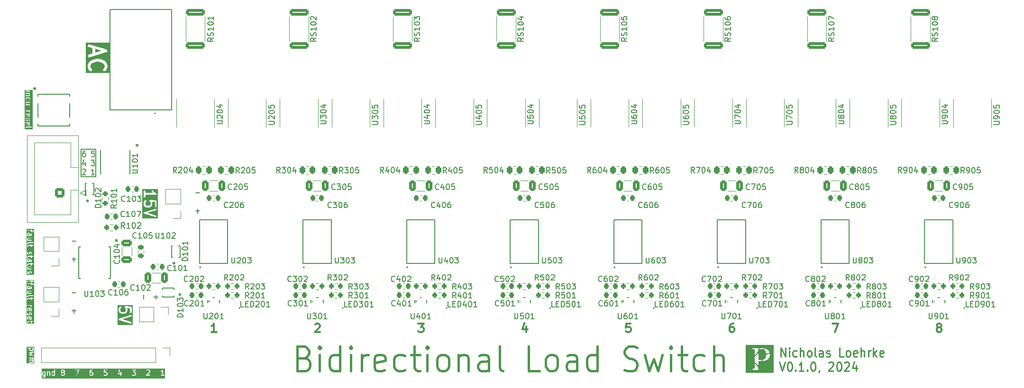
<source format=gto>
G04 #@! TF.GenerationSoftware,KiCad,Pcbnew,8.0.5*
G04 #@! TF.CreationDate,2024-10-30T13:21:30-05:00*
G04 #@! TF.ProjectId,bidirectional_load_switch,62696469-7265-4637-9469-6f6e616c5f6c,0.2.0*
G04 #@! TF.SameCoordinates,Original*
G04 #@! TF.FileFunction,Legend,Top*
G04 #@! TF.FilePolarity,Positive*
%FSLAX46Y46*%
G04 Gerber Fmt 4.6, Leading zero omitted, Abs format (unit mm)*
G04 Created by KiCad (PCBNEW 8.0.5) date 2024-10-30 13:21:30*
%MOMM*%
%LPD*%
G01*
G04 APERTURE LIST*
G04 Aperture macros list*
%AMRoundRect*
0 Rectangle with rounded corners*
0 $1 Rounding radius*
0 $2 $3 $4 $5 $6 $7 $8 $9 X,Y pos of 4 corners*
0 Add a 4 corners polygon primitive as box body*
4,1,4,$2,$3,$4,$5,$6,$7,$8,$9,$2,$3,0*
0 Add four circle primitives for the rounded corners*
1,1,$1+$1,$2,$3*
1,1,$1+$1,$4,$5*
1,1,$1+$1,$6,$7*
1,1,$1+$1,$8,$9*
0 Add four rect primitives between the rounded corners*
20,1,$1+$1,$2,$3,$4,$5,0*
20,1,$1+$1,$4,$5,$6,$7,0*
20,1,$1+$1,$6,$7,$8,$9,0*
20,1,$1+$1,$8,$9,$2,$3,0*%
G04 Aperture macros list end*
%ADD10C,0.153000*%
%ADD11C,0.304800*%
%ADD12C,0.459000*%
%ADD13C,0.500000*%
%ADD14C,0.306000*%
%ADD15C,0.275400*%
%ADD16C,0.150000*%
%ADD17C,0.120000*%
%ADD18C,0.152400*%
%ADD19C,0.100000*%
%ADD20C,0.000000*%
%ADD21C,0.127000*%
%ADD22C,0.200000*%
%ADD23C,0.254000*%
%ADD24RoundRect,0.200000X0.200000X0.275000X-0.200000X0.275000X-0.200000X-0.275000X0.200000X-0.275000X0*%
%ADD25R,0.558800X1.701800*%
%ADD26R,0.355600X1.168400*%
%ADD27RoundRect,0.250000X0.325000X0.650000X-0.325000X0.650000X-0.325000X-0.650000X0.325000X-0.650000X0*%
%ADD28RoundRect,0.250000X-1.425000X0.362500X-1.425000X-0.362500X1.425000X-0.362500X1.425000X0.362500X0*%
%ADD29R,1.700000X1.700000*%
%ADD30O,1.700000X1.700000*%
%ADD31RoundRect,0.225000X0.225000X0.250000X-0.225000X0.250000X-0.225000X-0.250000X0.225000X-0.250000X0*%
%ADD32RoundRect,0.250000X-0.325000X-0.650000X0.325000X-0.650000X0.325000X0.650000X-0.325000X0.650000X0*%
%ADD33R,1.500000X2.900000*%
%ADD34R,6.300000X6.500000*%
%ADD35R,0.457200X0.812800*%
%ADD36RoundRect,0.200000X-0.275000X0.200000X-0.275000X-0.200000X0.275000X-0.200000X0.275000X0.200000X0*%
%ADD37R,0.533400X1.574800*%
%ADD38RoundRect,0.250000X-0.262500X-0.450000X0.262500X-0.450000X0.262500X0.450000X-0.262500X0.450000X0*%
%ADD39RoundRect,0.200000X-0.200000X-0.275000X0.200000X-0.275000X0.200000X0.275000X-0.200000X0.275000X0*%
%ADD40RoundRect,0.225000X-0.225000X-0.250000X0.225000X-0.250000X0.225000X0.250000X-0.225000X0.250000X0*%
%ADD41RoundRect,0.250000X0.600000X0.600000X-0.600000X0.600000X-0.600000X-0.600000X0.600000X-0.600000X0*%
%ADD42C,1.700000*%
%ADD43RoundRect,0.250000X0.262500X0.450000X-0.262500X0.450000X-0.262500X-0.450000X0.262500X-0.450000X0*%
%ADD44R,0.952500X0.558800*%
%ADD45R,0.450800X1.111200*%
%ADD46R,0.558800X1.460500*%
%ADD47RoundRect,0.225000X-0.250000X0.225000X-0.250000X-0.225000X0.250000X-0.225000X0.250000X0.225000X0*%
%ADD48R,1.111200X0.450800*%
%ADD49C,2.304000*%
%ADD50R,0.549999X0.800001*%
%ADD51RoundRect,0.250000X-0.650000X0.325000X-0.650000X-0.325000X0.650000X-0.325000X0.650000X0.325000X0*%
G04 APERTURE END LIST*
G36*
X69837437Y-126532128D02*
G01*
X71477628Y-126532128D01*
X71477628Y-128239604D01*
X69837437Y-128239604D01*
X69837437Y-126532128D01*
G37*
G36*
X82494619Y-126531824D02*
G01*
X84134810Y-126531824D01*
X84134810Y-128239300D01*
X82494619Y-128239300D01*
X82494619Y-126531824D01*
G37*
G36*
X74918271Y-126532469D02*
G01*
X76558462Y-126532469D01*
X76558462Y-128239945D01*
X74918271Y-128239945D01*
X74918271Y-126532469D01*
G37*
D10*
X72600000Y-87325000D02*
X75300000Y-87325000D01*
X75300000Y-92175000D01*
X72600000Y-92175000D01*
X72600000Y-87325000D01*
G36*
X68949858Y-127883264D02*
G01*
X87616194Y-127883264D01*
X87616194Y-128240740D01*
X68949858Y-128240740D01*
X68949858Y-127883264D01*
G37*
G36*
X85078140Y-126532401D02*
G01*
X86718331Y-126532401D01*
X86718331Y-128239877D01*
X85078140Y-128239877D01*
X85078140Y-126532401D01*
G37*
G36*
X77458304Y-126534654D02*
G01*
X79098495Y-126534654D01*
X79098495Y-128242130D01*
X77458304Y-128242130D01*
X77458304Y-126534654D01*
G37*
G36*
X79957357Y-126531668D02*
G01*
X81597548Y-126531668D01*
X81597548Y-128239144D01*
X79957357Y-128239144D01*
X79957357Y-126531668D01*
G37*
G36*
X68059809Y-126533393D02*
G01*
X68950000Y-126533393D01*
X68950000Y-128240869D01*
X68059809Y-128240869D01*
X68059809Y-126533393D01*
G37*
G36*
X72379642Y-126532427D02*
G01*
X74019833Y-126532427D01*
X74019833Y-128239903D01*
X72379642Y-128239903D01*
X72379642Y-126532427D01*
G37*
X71730771Y-106981177D02*
X71031343Y-106981177D01*
X71381057Y-106600224D02*
X71381057Y-107362129D01*
X71730771Y-103761289D02*
X71031343Y-103761289D01*
X83811289Y-113319228D02*
X83811289Y-114018657D01*
G36*
X66136157Y-127146059D02*
G01*
X66136157Y-127626599D01*
X66105747Y-127643163D01*
X65969852Y-127643163D01*
X65910700Y-127610945D01*
X65883728Y-127581563D01*
X65852014Y-127512467D01*
X65852014Y-127260190D01*
X65883728Y-127191094D01*
X65910700Y-127161713D01*
X65969852Y-127129496D01*
X66105747Y-127129496D01*
X66136157Y-127146059D01*
G37*
G36*
X67797299Y-127146059D02*
G01*
X67797299Y-127626599D01*
X67766889Y-127643163D01*
X67630994Y-127643163D01*
X67571842Y-127610945D01*
X67544870Y-127581563D01*
X67513156Y-127512467D01*
X67513156Y-127260190D01*
X67544870Y-127191094D01*
X67571842Y-127161713D01*
X67630994Y-127129496D01*
X67766889Y-127129496D01*
X67797299Y-127146059D01*
G37*
G36*
X68061410Y-128240607D02*
G01*
X65587903Y-128240607D01*
X65587903Y-127243472D01*
X65699014Y-127243472D01*
X65699014Y-127529186D01*
X65700484Y-127544110D01*
X65701042Y-127545459D01*
X65701098Y-127546922D01*
X65705988Y-127561098D01*
X65749702Y-127656336D01*
X65753174Y-127662282D01*
X65753863Y-127664169D01*
X65755715Y-127666633D01*
X65757264Y-127669286D01*
X65758730Y-127670646D01*
X65762872Y-127676157D01*
X65806587Y-127723777D01*
X65812690Y-127729238D01*
X65813948Y-127730796D01*
X65815954Y-127732159D01*
X65817762Y-127733777D01*
X65819576Y-127734621D01*
X65826351Y-127739225D01*
X65913780Y-127786844D01*
X65927589Y-127792692D01*
X65931663Y-127793125D01*
X65935447Y-127794693D01*
X65950371Y-127796163D01*
X66125228Y-127796163D01*
X66136157Y-127795086D01*
X66136157Y-127845800D01*
X66104440Y-127914899D01*
X66077470Y-127944278D01*
X66018318Y-127976496D01*
X65926138Y-127976496D01*
X65855819Y-127938196D01*
X65842010Y-127932348D01*
X65812328Y-127929189D01*
X65783698Y-127937629D01*
X65760476Y-127956383D01*
X65746199Y-127982595D01*
X65743040Y-128012277D01*
X65751480Y-128040907D01*
X65770234Y-128064129D01*
X65782637Y-128072558D01*
X65870066Y-128120177D01*
X65883875Y-128126025D01*
X65887949Y-128126458D01*
X65891733Y-128128026D01*
X65906657Y-128129496D01*
X66037799Y-128129496D01*
X66052723Y-128128026D01*
X66056506Y-128126458D01*
X66060581Y-128126025D01*
X66074390Y-128120177D01*
X66161819Y-128072558D01*
X66168588Y-128067957D01*
X66170408Y-128067111D01*
X66172219Y-128065489D01*
X66174222Y-128064129D01*
X66175477Y-128062574D01*
X66181583Y-128057111D01*
X66225297Y-128009492D01*
X66229436Y-128003984D01*
X66230906Y-128002621D01*
X66232458Y-127999962D01*
X66234306Y-127997504D01*
X66234992Y-127995622D01*
X66238468Y-127989671D01*
X66282183Y-127894432D01*
X66287073Y-127880256D01*
X66287128Y-127878793D01*
X66287687Y-127877444D01*
X66289157Y-127862520D01*
X66289157Y-127052996D01*
X66573299Y-127052996D01*
X66573299Y-127719663D01*
X66574769Y-127734587D01*
X66586192Y-127762164D01*
X66607298Y-127783270D01*
X66634875Y-127794693D01*
X66664723Y-127794693D01*
X66692300Y-127783270D01*
X66713406Y-127762164D01*
X66724829Y-127734587D01*
X66726299Y-127719663D01*
X66726299Y-127178023D01*
X66741271Y-127161713D01*
X66800423Y-127129496D01*
X66892604Y-127129496D01*
X66940592Y-127155634D01*
X66966728Y-127212572D01*
X66966728Y-127719663D01*
X66968198Y-127734587D01*
X66979621Y-127762164D01*
X67000727Y-127783270D01*
X67028304Y-127794693D01*
X67058152Y-127794693D01*
X67085729Y-127783270D01*
X67106835Y-127762164D01*
X67118258Y-127734587D01*
X67119728Y-127719663D01*
X67119728Y-127243472D01*
X67360156Y-127243472D01*
X67360156Y-127529186D01*
X67361626Y-127544110D01*
X67362184Y-127545459D01*
X67362240Y-127546922D01*
X67367130Y-127561098D01*
X67410844Y-127656336D01*
X67414316Y-127662282D01*
X67415005Y-127664169D01*
X67416857Y-127666633D01*
X67418406Y-127669286D01*
X67419872Y-127670646D01*
X67424014Y-127676157D01*
X67467729Y-127723777D01*
X67473832Y-127729238D01*
X67475090Y-127730796D01*
X67477096Y-127732159D01*
X67478904Y-127733777D01*
X67480718Y-127734621D01*
X67487493Y-127739225D01*
X67574922Y-127786844D01*
X67588731Y-127792692D01*
X67592805Y-127793125D01*
X67596589Y-127794693D01*
X67611513Y-127796163D01*
X67786370Y-127796163D01*
X67801294Y-127794693D01*
X67805077Y-127793125D01*
X67809152Y-127792692D01*
X67822961Y-127786844D01*
X67830672Y-127782644D01*
X67831298Y-127783270D01*
X67858875Y-127794693D01*
X67888723Y-127794693D01*
X67916300Y-127783270D01*
X67937406Y-127762164D01*
X67948829Y-127734587D01*
X67950299Y-127719663D01*
X67950299Y-126719663D01*
X67948829Y-126704739D01*
X67937406Y-126677162D01*
X67916300Y-126656056D01*
X67888723Y-126644633D01*
X67858875Y-126644633D01*
X67831298Y-126656056D01*
X67810192Y-126677162D01*
X67798769Y-126704739D01*
X67797299Y-126719663D01*
X67797299Y-126977572D01*
X67786370Y-126976496D01*
X67611513Y-126976496D01*
X67596589Y-126977966D01*
X67592805Y-126979533D01*
X67588731Y-126979967D01*
X67574922Y-126985815D01*
X67487493Y-127033434D01*
X67480718Y-127038037D01*
X67478904Y-127038882D01*
X67477096Y-127040499D01*
X67475090Y-127041863D01*
X67473832Y-127043420D01*
X67467729Y-127048882D01*
X67424015Y-127096500D01*
X67419873Y-127102011D01*
X67418406Y-127103372D01*
X67416857Y-127106024D01*
X67415005Y-127108489D01*
X67414316Y-127110375D01*
X67410844Y-127116322D01*
X67367130Y-127211560D01*
X67362240Y-127225736D01*
X67362184Y-127227198D01*
X67361626Y-127228548D01*
X67360156Y-127243472D01*
X67119728Y-127243472D01*
X67119728Y-127195853D01*
X67118258Y-127180929D01*
X67117699Y-127179579D01*
X67117644Y-127178117D01*
X67112754Y-127163941D01*
X67069039Y-127068702D01*
X67067601Y-127066240D01*
X67067261Y-127065085D01*
X67066054Y-127063591D01*
X67061477Y-127055752D01*
X67054491Y-127049273D01*
X67048507Y-127041863D01*
X67041002Y-127036762D01*
X67039591Y-127035454D01*
X67038458Y-127035034D01*
X67036104Y-127033434D01*
X66948676Y-126985815D01*
X66934867Y-126979967D01*
X66930792Y-126979533D01*
X66927009Y-126977966D01*
X66912085Y-126976496D01*
X66780942Y-126976496D01*
X66766018Y-126977966D01*
X66762234Y-126979533D01*
X66758160Y-126979967D01*
X66744351Y-126985815D01*
X66708339Y-127005428D01*
X66692300Y-126989389D01*
X66664723Y-126977966D01*
X66634875Y-126977966D01*
X66607298Y-126989389D01*
X66586192Y-127010495D01*
X66574769Y-127038072D01*
X66573299Y-127052996D01*
X66289157Y-127052996D01*
X66287687Y-127038072D01*
X66276264Y-127010495D01*
X66255158Y-126989389D01*
X66227581Y-126977966D01*
X66197733Y-126977966D01*
X66170156Y-126989389D01*
X66169530Y-126990014D01*
X66161819Y-126985815D01*
X66148010Y-126979967D01*
X66143935Y-126979533D01*
X66140152Y-126977966D01*
X66125228Y-126976496D01*
X65950371Y-126976496D01*
X65935447Y-126977966D01*
X65931663Y-126979533D01*
X65927589Y-126979967D01*
X65913780Y-126985815D01*
X65826351Y-127033434D01*
X65819576Y-127038037D01*
X65817762Y-127038882D01*
X65815954Y-127040499D01*
X65813948Y-127041863D01*
X65812690Y-127043420D01*
X65806587Y-127048882D01*
X65762873Y-127096500D01*
X65758731Y-127102011D01*
X65757264Y-127103372D01*
X65755715Y-127106024D01*
X65753863Y-127108489D01*
X65753174Y-127110375D01*
X65749702Y-127116322D01*
X65705988Y-127211560D01*
X65701098Y-127225736D01*
X65701042Y-127227198D01*
X65700484Y-127228548D01*
X65699014Y-127243472D01*
X65587903Y-127243472D01*
X65587903Y-126533522D01*
X68061410Y-126533522D01*
X68061410Y-128240607D01*
G37*
D11*
X114440811Y-118618784D02*
X114513383Y-118546212D01*
X114513383Y-118546212D02*
X114658526Y-118473641D01*
X114658526Y-118473641D02*
X115021383Y-118473641D01*
X115021383Y-118473641D02*
X115166526Y-118546212D01*
X115166526Y-118546212D02*
X115239097Y-118618784D01*
X115239097Y-118618784D02*
X115311668Y-118763927D01*
X115311668Y-118763927D02*
X115311668Y-118909070D01*
X115311668Y-118909070D02*
X115239097Y-119126784D01*
X115239097Y-119126784D02*
X114368240Y-119997641D01*
X114368240Y-119997641D02*
X115311668Y-119997641D01*
D12*
X112560087Y-124632893D02*
X113137115Y-124842417D01*
X113137115Y-124842417D02*
X113329458Y-125051941D01*
X113329458Y-125051941D02*
X113521801Y-125470989D01*
X113521801Y-125470989D02*
X113521801Y-126099560D01*
X113521801Y-126099560D02*
X113329458Y-126518608D01*
X113329458Y-126518608D02*
X113137115Y-126728132D01*
X113137115Y-126728132D02*
X112752430Y-126937655D01*
X112752430Y-126937655D02*
X111213687Y-126937655D01*
X111213687Y-126937655D02*
X111213687Y-122537655D01*
X111213687Y-122537655D02*
X112560087Y-122537655D01*
X112560087Y-122537655D02*
X112944773Y-122747179D01*
X112944773Y-122747179D02*
X113137115Y-122956703D01*
X113137115Y-122956703D02*
X113329458Y-123375751D01*
X113329458Y-123375751D02*
X113329458Y-123794798D01*
X113329458Y-123794798D02*
X113137115Y-124213846D01*
X113137115Y-124213846D02*
X112944773Y-124423370D01*
X112944773Y-124423370D02*
X112560087Y-124632893D01*
X112560087Y-124632893D02*
X111213687Y-124632893D01*
X115252887Y-126937655D02*
X115252887Y-124004322D01*
X115252887Y-122537655D02*
X115060544Y-122747179D01*
X115060544Y-122747179D02*
X115252887Y-122956703D01*
X115252887Y-122956703D02*
X115445230Y-122747179D01*
X115445230Y-122747179D02*
X115252887Y-122537655D01*
X115252887Y-122537655D02*
X115252887Y-122956703D01*
X118907402Y-126937655D02*
X118907402Y-122537655D01*
X118907402Y-126728132D02*
X118522716Y-126937655D01*
X118522716Y-126937655D02*
X117753344Y-126937655D01*
X117753344Y-126937655D02*
X117368659Y-126728132D01*
X117368659Y-126728132D02*
X117176316Y-126518608D01*
X117176316Y-126518608D02*
X116983973Y-126099560D01*
X116983973Y-126099560D02*
X116983973Y-124842417D01*
X116983973Y-124842417D02*
X117176316Y-124423370D01*
X117176316Y-124423370D02*
X117368659Y-124213846D01*
X117368659Y-124213846D02*
X117753344Y-124004322D01*
X117753344Y-124004322D02*
X118522716Y-124004322D01*
X118522716Y-124004322D02*
X118907402Y-124213846D01*
X120830830Y-126937655D02*
X120830830Y-124004322D01*
X120830830Y-122537655D02*
X120638487Y-122747179D01*
X120638487Y-122747179D02*
X120830830Y-122956703D01*
X120830830Y-122956703D02*
X121023173Y-122747179D01*
X121023173Y-122747179D02*
X120830830Y-122537655D01*
X120830830Y-122537655D02*
X120830830Y-122956703D01*
X122754259Y-126937655D02*
X122754259Y-124004322D01*
X122754259Y-124842417D02*
X122946602Y-124423370D01*
X122946602Y-124423370D02*
X123138945Y-124213846D01*
X123138945Y-124213846D02*
X123523630Y-124004322D01*
X123523630Y-124004322D02*
X123908316Y-124004322D01*
X126793459Y-126728132D02*
X126408773Y-126937655D01*
X126408773Y-126937655D02*
X125639402Y-126937655D01*
X125639402Y-126937655D02*
X125254716Y-126728132D01*
X125254716Y-126728132D02*
X125062373Y-126309084D01*
X125062373Y-126309084D02*
X125062373Y-124632893D01*
X125062373Y-124632893D02*
X125254716Y-124213846D01*
X125254716Y-124213846D02*
X125639402Y-124004322D01*
X125639402Y-124004322D02*
X126408773Y-124004322D01*
X126408773Y-124004322D02*
X126793459Y-124213846D01*
X126793459Y-124213846D02*
X126985802Y-124632893D01*
X126985802Y-124632893D02*
X126985802Y-125051941D01*
X126985802Y-125051941D02*
X125062373Y-125470989D01*
X130447973Y-126728132D02*
X130063287Y-126937655D01*
X130063287Y-126937655D02*
X129293915Y-126937655D01*
X129293915Y-126937655D02*
X128909230Y-126728132D01*
X128909230Y-126728132D02*
X128716887Y-126518608D01*
X128716887Y-126518608D02*
X128524544Y-126099560D01*
X128524544Y-126099560D02*
X128524544Y-124842417D01*
X128524544Y-124842417D02*
X128716887Y-124423370D01*
X128716887Y-124423370D02*
X128909230Y-124213846D01*
X128909230Y-124213846D02*
X129293915Y-124004322D01*
X129293915Y-124004322D02*
X130063287Y-124004322D01*
X130063287Y-124004322D02*
X130447973Y-124213846D01*
X131602029Y-124004322D02*
X133140772Y-124004322D01*
X132179058Y-122537655D02*
X132179058Y-126309084D01*
X132179058Y-126309084D02*
X132371401Y-126728132D01*
X132371401Y-126728132D02*
X132756086Y-126937655D01*
X132756086Y-126937655D02*
X133140772Y-126937655D01*
X134487172Y-126937655D02*
X134487172Y-124004322D01*
X134487172Y-122537655D02*
X134294829Y-122747179D01*
X134294829Y-122747179D02*
X134487172Y-122956703D01*
X134487172Y-122956703D02*
X134679515Y-122747179D01*
X134679515Y-122747179D02*
X134487172Y-122537655D01*
X134487172Y-122537655D02*
X134487172Y-122956703D01*
X136987629Y-126937655D02*
X136602944Y-126728132D01*
X136602944Y-126728132D02*
X136410601Y-126518608D01*
X136410601Y-126518608D02*
X136218258Y-126099560D01*
X136218258Y-126099560D02*
X136218258Y-124842417D01*
X136218258Y-124842417D02*
X136410601Y-124423370D01*
X136410601Y-124423370D02*
X136602944Y-124213846D01*
X136602944Y-124213846D02*
X136987629Y-124004322D01*
X136987629Y-124004322D02*
X137564658Y-124004322D01*
X137564658Y-124004322D02*
X137949344Y-124213846D01*
X137949344Y-124213846D02*
X138141687Y-124423370D01*
X138141687Y-124423370D02*
X138334029Y-124842417D01*
X138334029Y-124842417D02*
X138334029Y-126099560D01*
X138334029Y-126099560D02*
X138141687Y-126518608D01*
X138141687Y-126518608D02*
X137949344Y-126728132D01*
X137949344Y-126728132D02*
X137564658Y-126937655D01*
X137564658Y-126937655D02*
X136987629Y-126937655D01*
X140065115Y-124004322D02*
X140065115Y-126937655D01*
X140065115Y-124423370D02*
X140257458Y-124213846D01*
X140257458Y-124213846D02*
X140642143Y-124004322D01*
X140642143Y-124004322D02*
X141219172Y-124004322D01*
X141219172Y-124004322D02*
X141603858Y-124213846D01*
X141603858Y-124213846D02*
X141796201Y-124632893D01*
X141796201Y-124632893D02*
X141796201Y-126937655D01*
X145450715Y-126937655D02*
X145450715Y-124632893D01*
X145450715Y-124632893D02*
X145258372Y-124213846D01*
X145258372Y-124213846D02*
X144873686Y-124004322D01*
X144873686Y-124004322D02*
X144104315Y-124004322D01*
X144104315Y-124004322D02*
X143719629Y-124213846D01*
X145450715Y-126728132D02*
X145066029Y-126937655D01*
X145066029Y-126937655D02*
X144104315Y-126937655D01*
X144104315Y-126937655D02*
X143719629Y-126728132D01*
X143719629Y-126728132D02*
X143527286Y-126309084D01*
X143527286Y-126309084D02*
X143527286Y-125890036D01*
X143527286Y-125890036D02*
X143719629Y-125470989D01*
X143719629Y-125470989D02*
X144104315Y-125261465D01*
X144104315Y-125261465D02*
X145066029Y-125261465D01*
X145066029Y-125261465D02*
X145450715Y-125051941D01*
X147951171Y-126937655D02*
X147566486Y-126728132D01*
X147566486Y-126728132D02*
X147374143Y-126309084D01*
X147374143Y-126309084D02*
X147374143Y-122537655D01*
X154490828Y-126937655D02*
X152567400Y-126937655D01*
X152567400Y-126937655D02*
X152567400Y-122537655D01*
X156414257Y-126937655D02*
X156029572Y-126728132D01*
X156029572Y-126728132D02*
X155837229Y-126518608D01*
X155837229Y-126518608D02*
X155644886Y-126099560D01*
X155644886Y-126099560D02*
X155644886Y-124842417D01*
X155644886Y-124842417D02*
X155837229Y-124423370D01*
X155837229Y-124423370D02*
X156029572Y-124213846D01*
X156029572Y-124213846D02*
X156414257Y-124004322D01*
X156414257Y-124004322D02*
X156991286Y-124004322D01*
X156991286Y-124004322D02*
X157375972Y-124213846D01*
X157375972Y-124213846D02*
X157568315Y-124423370D01*
X157568315Y-124423370D02*
X157760657Y-124842417D01*
X157760657Y-124842417D02*
X157760657Y-126099560D01*
X157760657Y-126099560D02*
X157568315Y-126518608D01*
X157568315Y-126518608D02*
X157375972Y-126728132D01*
X157375972Y-126728132D02*
X156991286Y-126937655D01*
X156991286Y-126937655D02*
X156414257Y-126937655D01*
X161222829Y-126937655D02*
X161222829Y-124632893D01*
X161222829Y-124632893D02*
X161030486Y-124213846D01*
X161030486Y-124213846D02*
X160645800Y-124004322D01*
X160645800Y-124004322D02*
X159876429Y-124004322D01*
X159876429Y-124004322D02*
X159491743Y-124213846D01*
X161222829Y-126728132D02*
X160838143Y-126937655D01*
X160838143Y-126937655D02*
X159876429Y-126937655D01*
X159876429Y-126937655D02*
X159491743Y-126728132D01*
X159491743Y-126728132D02*
X159299400Y-126309084D01*
X159299400Y-126309084D02*
X159299400Y-125890036D01*
X159299400Y-125890036D02*
X159491743Y-125470989D01*
X159491743Y-125470989D02*
X159876429Y-125261465D01*
X159876429Y-125261465D02*
X160838143Y-125261465D01*
X160838143Y-125261465D02*
X161222829Y-125051941D01*
X164877343Y-126937655D02*
X164877343Y-122537655D01*
X164877343Y-126728132D02*
X164492657Y-126937655D01*
X164492657Y-126937655D02*
X163723285Y-126937655D01*
X163723285Y-126937655D02*
X163338600Y-126728132D01*
X163338600Y-126728132D02*
X163146257Y-126518608D01*
X163146257Y-126518608D02*
X162953914Y-126099560D01*
X162953914Y-126099560D02*
X162953914Y-124842417D01*
X162953914Y-124842417D02*
X163146257Y-124423370D01*
X163146257Y-124423370D02*
X163338600Y-124213846D01*
X163338600Y-124213846D02*
X163723285Y-124004322D01*
X163723285Y-124004322D02*
X164492657Y-124004322D01*
X164492657Y-124004322D02*
X164877343Y-124213846D01*
X169685914Y-126728132D02*
X170262943Y-126937655D01*
X170262943Y-126937655D02*
X171224657Y-126937655D01*
X171224657Y-126937655D02*
X171609343Y-126728132D01*
X171609343Y-126728132D02*
X171801685Y-126518608D01*
X171801685Y-126518608D02*
X171994028Y-126099560D01*
X171994028Y-126099560D02*
X171994028Y-125680512D01*
X171994028Y-125680512D02*
X171801685Y-125261465D01*
X171801685Y-125261465D02*
X171609343Y-125051941D01*
X171609343Y-125051941D02*
X171224657Y-124842417D01*
X171224657Y-124842417D02*
X170455285Y-124632893D01*
X170455285Y-124632893D02*
X170070600Y-124423370D01*
X170070600Y-124423370D02*
X169878257Y-124213846D01*
X169878257Y-124213846D02*
X169685914Y-123794798D01*
X169685914Y-123794798D02*
X169685914Y-123375751D01*
X169685914Y-123375751D02*
X169878257Y-122956703D01*
X169878257Y-122956703D02*
X170070600Y-122747179D01*
X170070600Y-122747179D02*
X170455285Y-122537655D01*
X170455285Y-122537655D02*
X171417000Y-122537655D01*
X171417000Y-122537655D02*
X171994028Y-122747179D01*
X173340428Y-124004322D02*
X174109800Y-126937655D01*
X174109800Y-126937655D02*
X174879171Y-124842417D01*
X174879171Y-124842417D02*
X175648542Y-126937655D01*
X175648542Y-126937655D02*
X176417914Y-124004322D01*
X177956657Y-126937655D02*
X177956657Y-124004322D01*
X177956657Y-122537655D02*
X177764314Y-122747179D01*
X177764314Y-122747179D02*
X177956657Y-122956703D01*
X177956657Y-122956703D02*
X178149000Y-122747179D01*
X178149000Y-122747179D02*
X177956657Y-122537655D01*
X177956657Y-122537655D02*
X177956657Y-122956703D01*
X179303057Y-124004322D02*
X180841800Y-124004322D01*
X179880086Y-122537655D02*
X179880086Y-126309084D01*
X179880086Y-126309084D02*
X180072429Y-126728132D01*
X180072429Y-126728132D02*
X180457114Y-126937655D01*
X180457114Y-126937655D02*
X180841800Y-126937655D01*
X183919286Y-126728132D02*
X183534600Y-126937655D01*
X183534600Y-126937655D02*
X182765228Y-126937655D01*
X182765228Y-126937655D02*
X182380543Y-126728132D01*
X182380543Y-126728132D02*
X182188200Y-126518608D01*
X182188200Y-126518608D02*
X181995857Y-126099560D01*
X181995857Y-126099560D02*
X181995857Y-124842417D01*
X181995857Y-124842417D02*
X182188200Y-124423370D01*
X182188200Y-124423370D02*
X182380543Y-124213846D01*
X182380543Y-124213846D02*
X182765228Y-124004322D01*
X182765228Y-124004322D02*
X183534600Y-124004322D01*
X183534600Y-124004322D02*
X183919286Y-124213846D01*
X185650371Y-126937655D02*
X185650371Y-122537655D01*
X187381457Y-126937655D02*
X187381457Y-124632893D01*
X187381457Y-124632893D02*
X187189114Y-124213846D01*
X187189114Y-124213846D02*
X186804428Y-124004322D01*
X186804428Y-124004322D02*
X186227399Y-124004322D01*
X186227399Y-124004322D02*
X185842714Y-124213846D01*
X185842714Y-124213846D02*
X185650371Y-124423370D01*
D13*
G36*
X76238755Y-69709232D02*
G01*
X75200285Y-70027003D01*
X75200285Y-69391460D01*
X76238755Y-69709232D01*
G37*
G36*
X77676475Y-73699335D02*
G01*
X73509809Y-73699335D01*
X73509809Y-72332089D01*
X73843142Y-72332089D01*
X73843142Y-72594375D01*
X73846286Y-72626295D01*
X73846023Y-72632218D01*
X73847400Y-72637609D01*
X73847946Y-72643148D01*
X73850214Y-72648624D01*
X73858154Y-72679702D01*
X74001012Y-73073130D01*
X74022174Y-73117335D01*
X74029610Y-73125462D01*
X74034255Y-73135447D01*
X74066935Y-73171969D01*
X74209792Y-73303112D01*
X74248970Y-73332556D01*
X74340602Y-73366002D01*
X74438057Y-73361835D01*
X74526501Y-73320691D01*
X74592467Y-73248833D01*
X74625913Y-73157200D01*
X74621746Y-73059745D01*
X74580602Y-72971302D01*
X74547922Y-72934780D01*
X74450115Y-72844993D01*
X74343142Y-72550390D01*
X74343142Y-72376073D01*
X74450115Y-72081469D01*
X74661779Y-71887162D01*
X74888381Y-71783152D01*
X75407175Y-71664089D01*
X75779110Y-71664089D01*
X76297903Y-71783152D01*
X76524507Y-71887163D01*
X76736169Y-72081468D01*
X76843142Y-72376071D01*
X76843142Y-72550392D01*
X76736169Y-72844993D01*
X76638363Y-72934780D01*
X76605683Y-72971302D01*
X76564539Y-73059746D01*
X76560372Y-73157200D01*
X76593818Y-73248833D01*
X76659784Y-73320691D01*
X76748228Y-73361835D01*
X76845682Y-73366002D01*
X76937315Y-73332556D01*
X76976493Y-73303112D01*
X77119350Y-73171969D01*
X77152030Y-73135447D01*
X77156675Y-73125460D01*
X77164111Y-73117334D01*
X77185273Y-73073129D01*
X77328130Y-72679702D01*
X77336069Y-72648624D01*
X77338338Y-72643148D01*
X77338883Y-72637609D01*
X77340261Y-72632218D01*
X77339997Y-72626295D01*
X77343142Y-72594375D01*
X77343142Y-72332089D01*
X77339997Y-72300168D01*
X77340261Y-72294247D01*
X77338883Y-72288855D01*
X77338338Y-72283316D01*
X77336068Y-72277837D01*
X77328130Y-72246763D01*
X77185273Y-71853334D01*
X77164111Y-71809129D01*
X77156675Y-71801002D01*
X77152030Y-71791016D01*
X77119350Y-71754494D01*
X76833635Y-71492209D01*
X76815644Y-71478688D01*
X76811183Y-71473878D01*
X76802490Y-71468802D01*
X76794457Y-71462765D01*
X76788303Y-71460519D01*
X76768860Y-71449166D01*
X76483146Y-71318023D01*
X76481805Y-71317560D01*
X76481241Y-71317159D01*
X76459044Y-71309710D01*
X76436815Y-71302043D01*
X76436119Y-71302016D01*
X76434779Y-71301567D01*
X75863349Y-71170424D01*
X75858351Y-71169783D01*
X75856201Y-71168893D01*
X75835430Y-71166847D01*
X75814737Y-71164196D01*
X75812442Y-71164582D01*
X75807428Y-71164089D01*
X75378857Y-71164089D01*
X75373842Y-71164582D01*
X75371548Y-71164196D01*
X75350854Y-71166847D01*
X75330084Y-71168893D01*
X75327933Y-71169783D01*
X75322936Y-71170424D01*
X74751507Y-71301567D01*
X74750166Y-71302016D01*
X74749470Y-71302043D01*
X74727223Y-71309716D01*
X74705044Y-71317159D01*
X74704479Y-71317560D01*
X74703139Y-71318023D01*
X74417425Y-71449166D01*
X74397985Y-71460516D01*
X74391828Y-71462764D01*
X74383789Y-71468805D01*
X74375102Y-71473878D01*
X74370642Y-71478686D01*
X74352650Y-71492209D01*
X74066936Y-71754494D01*
X74034255Y-71791016D01*
X74029609Y-71801002D01*
X74022174Y-71809129D01*
X74001012Y-71853333D01*
X73858154Y-72246762D01*
X73850214Y-72277839D01*
X73847946Y-72283316D01*
X73847400Y-72288854D01*
X73846023Y-72294246D01*
X73846286Y-72300168D01*
X73843142Y-72332089D01*
X73509809Y-72332089D01*
X73509809Y-68766124D01*
X73844406Y-68766124D01*
X73853732Y-68863223D01*
X73899505Y-68949360D01*
X73974758Y-69011425D01*
X74019990Y-69030290D01*
X74700285Y-69238460D01*
X74700285Y-70180003D01*
X74019990Y-70388174D01*
X73974758Y-70407039D01*
X73899505Y-70469104D01*
X73853732Y-70555241D01*
X73844406Y-70652340D01*
X73872949Y-70745616D01*
X73935014Y-70820869D01*
X74021151Y-70866642D01*
X74118250Y-70875968D01*
X74166294Y-70866290D01*
X77166294Y-69948290D01*
X77211527Y-69929425D01*
X77230055Y-69914143D01*
X77251271Y-69902870D01*
X77267322Y-69883407D01*
X77286780Y-69867360D01*
X77298051Y-69846149D01*
X77313336Y-69827617D01*
X77320716Y-69803497D01*
X77332553Y-69781223D01*
X77334849Y-69757309D01*
X77341878Y-69734340D01*
X77339466Y-69709232D01*
X77341878Y-69684124D01*
X77334849Y-69661154D01*
X77332553Y-69637241D01*
X77320716Y-69614966D01*
X77313336Y-69590847D01*
X77298051Y-69572314D01*
X77286780Y-69551104D01*
X77267322Y-69535056D01*
X77251271Y-69515594D01*
X77230055Y-69504320D01*
X77211527Y-69489039D01*
X77166294Y-69470174D01*
X74166294Y-68552174D01*
X74118250Y-68542496D01*
X74021151Y-68551822D01*
X73935014Y-68597595D01*
X73872949Y-68672848D01*
X73844406Y-68766124D01*
X73509809Y-68766124D01*
X73509809Y-68209163D01*
X77676475Y-68209163D01*
X77676475Y-73699335D01*
G37*
D11*
X206868240Y-118473641D02*
X207884240Y-118473641D01*
X207884240Y-118473641D02*
X207231097Y-119997641D01*
D10*
G36*
X80039940Y-127955804D02*
G01*
X79098290Y-127955804D01*
X79098290Y-127428646D01*
X79209401Y-127428646D01*
X79210484Y-127439920D01*
X79210484Y-127451253D01*
X79211901Y-127454674D01*
X79212255Y-127458358D01*
X79217571Y-127468362D01*
X79221907Y-127478830D01*
X79224523Y-127481446D01*
X79226261Y-127484716D01*
X79235002Y-127491925D01*
X79243013Y-127499936D01*
X79246433Y-127501352D01*
X79249289Y-127503708D01*
X79260122Y-127507023D01*
X79270590Y-127511359D01*
X79276049Y-127511896D01*
X79277831Y-127512442D01*
X79279731Y-127512259D01*
X79285514Y-127512829D01*
X79646157Y-127512829D01*
X79646157Y-127769663D01*
X79647627Y-127784587D01*
X79659050Y-127812164D01*
X79680156Y-127833270D01*
X79707733Y-127844693D01*
X79737581Y-127844693D01*
X79765158Y-127833270D01*
X79786264Y-127812164D01*
X79797687Y-127784587D01*
X79799157Y-127769663D01*
X79799157Y-127512829D01*
X79853799Y-127512829D01*
X79868723Y-127511359D01*
X79896300Y-127499936D01*
X79917406Y-127478830D01*
X79928829Y-127451253D01*
X79928829Y-127421405D01*
X79917406Y-127393828D01*
X79896300Y-127372722D01*
X79868723Y-127361299D01*
X79853799Y-127359829D01*
X79799157Y-127359829D01*
X79799157Y-127102996D01*
X79797687Y-127088072D01*
X79786264Y-127060495D01*
X79765158Y-127039389D01*
X79737581Y-127027966D01*
X79707733Y-127027966D01*
X79680156Y-127039389D01*
X79659050Y-127060495D01*
X79647627Y-127088072D01*
X79646157Y-127102996D01*
X79646157Y-127359829D01*
X79388925Y-127359829D01*
X79577237Y-126744429D01*
X79580198Y-126729728D01*
X79577344Y-126700015D01*
X79563338Y-126673657D01*
X79540310Y-126654665D01*
X79511768Y-126645931D01*
X79482056Y-126648785D01*
X79455698Y-126662791D01*
X79436706Y-126685819D01*
X79430933Y-126699660D01*
X79212362Y-127413945D01*
X79211214Y-127419640D01*
X79210484Y-127421405D01*
X79210484Y-127423269D01*
X79209401Y-127428646D01*
X79098290Y-127428646D01*
X79098290Y-126534820D01*
X80039940Y-126534820D01*
X80039940Y-127955804D01*
G37*
X73362657Y-87624775D02*
X73187799Y-87624775D01*
X73187799Y-87624775D02*
X73100371Y-87672394D01*
X73100371Y-87672394D02*
X73056657Y-87720013D01*
X73056657Y-87720013D02*
X72969228Y-87862870D01*
X72969228Y-87862870D02*
X72925514Y-88053346D01*
X72925514Y-88053346D02*
X72925514Y-88434298D01*
X72925514Y-88434298D02*
X72969228Y-88529536D01*
X72969228Y-88529536D02*
X73012942Y-88577156D01*
X73012942Y-88577156D02*
X73100371Y-88624775D01*
X73100371Y-88624775D02*
X73275228Y-88624775D01*
X73275228Y-88624775D02*
X73362657Y-88577156D01*
X73362657Y-88577156D02*
X73406371Y-88529536D01*
X73406371Y-88529536D02*
X73450085Y-88434298D01*
X73450085Y-88434298D02*
X73450085Y-88196203D01*
X73450085Y-88196203D02*
X73406371Y-88100965D01*
X73406371Y-88100965D02*
X73362657Y-88053346D01*
X73362657Y-88053346D02*
X73275228Y-88005727D01*
X73275228Y-88005727D02*
X73100371Y-88005727D01*
X73100371Y-88005727D02*
X73012942Y-88053346D01*
X73012942Y-88053346D02*
X72969228Y-88100965D01*
X72969228Y-88100965D02*
X72925514Y-88196203D01*
X74980086Y-87624775D02*
X74542943Y-87624775D01*
X74542943Y-87624775D02*
X74499229Y-88100965D01*
X74499229Y-88100965D02*
X74542943Y-88053346D01*
X74542943Y-88053346D02*
X74630372Y-88005727D01*
X74630372Y-88005727D02*
X74848943Y-88005727D01*
X74848943Y-88005727D02*
X74936372Y-88053346D01*
X74936372Y-88053346D02*
X74980086Y-88100965D01*
X74980086Y-88100965D02*
X75023800Y-88196203D01*
X75023800Y-88196203D02*
X75023800Y-88434298D01*
X75023800Y-88434298D02*
X74980086Y-88529536D01*
X74980086Y-88529536D02*
X74936372Y-88577156D01*
X74936372Y-88577156D02*
X74848943Y-88624775D01*
X74848943Y-88624775D02*
X74630372Y-88624775D01*
X74630372Y-88624775D02*
X74542943Y-88577156D01*
X74542943Y-88577156D02*
X74499229Y-88529536D01*
X73362657Y-89568052D02*
X73362657Y-90234719D01*
X73144085Y-89187100D02*
X72925514Y-89901385D01*
X72925514Y-89901385D02*
X73493799Y-89901385D01*
X74455514Y-89234719D02*
X75023800Y-89234719D01*
X75023800Y-89234719D02*
X74717800Y-89615671D01*
X74717800Y-89615671D02*
X74848943Y-89615671D01*
X74848943Y-89615671D02*
X74936372Y-89663290D01*
X74936372Y-89663290D02*
X74980086Y-89710909D01*
X74980086Y-89710909D02*
X75023800Y-89806147D01*
X75023800Y-89806147D02*
X75023800Y-90044242D01*
X75023800Y-90044242D02*
X74980086Y-90139480D01*
X74980086Y-90139480D02*
X74936372Y-90187100D01*
X74936372Y-90187100D02*
X74848943Y-90234719D01*
X74848943Y-90234719D02*
X74586657Y-90234719D01*
X74586657Y-90234719D02*
X74499229Y-90187100D01*
X74499229Y-90187100D02*
X74455514Y-90139480D01*
X72925514Y-90939901D02*
X72969228Y-90892282D01*
X72969228Y-90892282D02*
X73056657Y-90844663D01*
X73056657Y-90844663D02*
X73275228Y-90844663D01*
X73275228Y-90844663D02*
X73362657Y-90892282D01*
X73362657Y-90892282D02*
X73406371Y-90939901D01*
X73406371Y-90939901D02*
X73450085Y-91035139D01*
X73450085Y-91035139D02*
X73450085Y-91130377D01*
X73450085Y-91130377D02*
X73406371Y-91273234D01*
X73406371Y-91273234D02*
X72881799Y-91844663D01*
X72881799Y-91844663D02*
X73450085Y-91844663D01*
X75023800Y-91844663D02*
X74499229Y-91844663D01*
X74761514Y-91844663D02*
X74761514Y-90844663D01*
X74761514Y-90844663D02*
X74674086Y-90987520D01*
X74674086Y-90987520D02*
X74586657Y-91082758D01*
X74586657Y-91082758D02*
X74499229Y-91130377D01*
D11*
X189166526Y-118473641D02*
X188876240Y-118473641D01*
X188876240Y-118473641D02*
X188731097Y-118546212D01*
X188731097Y-118546212D02*
X188658526Y-118618784D01*
X188658526Y-118618784D02*
X188513383Y-118836498D01*
X188513383Y-118836498D02*
X188440811Y-119126784D01*
X188440811Y-119126784D02*
X188440811Y-119707355D01*
X188440811Y-119707355D02*
X188513383Y-119852498D01*
X188513383Y-119852498D02*
X188585954Y-119925070D01*
X188585954Y-119925070D02*
X188731097Y-119997641D01*
X188731097Y-119997641D02*
X189021383Y-119997641D01*
X189021383Y-119997641D02*
X189166526Y-119925070D01*
X189166526Y-119925070D02*
X189239097Y-119852498D01*
X189239097Y-119852498D02*
X189311668Y-119707355D01*
X189311668Y-119707355D02*
X189311668Y-119344498D01*
X189311668Y-119344498D02*
X189239097Y-119199355D01*
X189239097Y-119199355D02*
X189166526Y-119126784D01*
X189166526Y-119126784D02*
X189021383Y-119054212D01*
X189021383Y-119054212D02*
X188731097Y-119054212D01*
X188731097Y-119054212D02*
X188585954Y-119126784D01*
X188585954Y-119126784D02*
X188513383Y-119199355D01*
X188513383Y-119199355D02*
X188440811Y-119344498D01*
D10*
X71730771Y-116181177D02*
X71031343Y-116181177D01*
X71381057Y-115800224D02*
X71381057Y-116562129D01*
X71730771Y-112961289D02*
X71031343Y-112961289D01*
G36*
X69514899Y-127256951D02*
G01*
X69541869Y-127286331D01*
X69573585Y-127355428D01*
X69573585Y-127512467D01*
X69541869Y-127581565D01*
X69514898Y-127610945D01*
X69455747Y-127643163D01*
X69319852Y-127643163D01*
X69260700Y-127610945D01*
X69233728Y-127581563D01*
X69202014Y-127512467D01*
X69202014Y-127355428D01*
X69233728Y-127286332D01*
X69260700Y-127256951D01*
X69319852Y-127224734D01*
X69455747Y-127224734D01*
X69514899Y-127256951D01*
G37*
G36*
X69514899Y-126828380D02*
G01*
X69541869Y-126857760D01*
X69573585Y-126926857D01*
X69573585Y-126941039D01*
X69541869Y-127010136D01*
X69514899Y-127039516D01*
X69455747Y-127071734D01*
X69319852Y-127071734D01*
X69260700Y-127039516D01*
X69233728Y-127010135D01*
X69202014Y-126941039D01*
X69202014Y-126926857D01*
X69233728Y-126857761D01*
X69260700Y-126828380D01*
X69319852Y-126796163D01*
X69455747Y-126796163D01*
X69514899Y-126828380D01*
G37*
G36*
X69837696Y-127907274D02*
G01*
X68937903Y-127907274D01*
X68937903Y-126910139D01*
X69049014Y-126910139D01*
X69049014Y-126957758D01*
X69050484Y-126972682D01*
X69051042Y-126974031D01*
X69051098Y-126975494D01*
X69055988Y-126989670D01*
X69099702Y-127084908D01*
X69103174Y-127090854D01*
X69103863Y-127092741D01*
X69105715Y-127095205D01*
X69107264Y-127097858D01*
X69108731Y-127099218D01*
X69112873Y-127104730D01*
X69152810Y-127148234D01*
X69112873Y-127191738D01*
X69108731Y-127197249D01*
X69107264Y-127198610D01*
X69105715Y-127201262D01*
X69103863Y-127203727D01*
X69103174Y-127205613D01*
X69099702Y-127211560D01*
X69055988Y-127306798D01*
X69051098Y-127320974D01*
X69051042Y-127322436D01*
X69050484Y-127323786D01*
X69049014Y-127338710D01*
X69049014Y-127529186D01*
X69050484Y-127544110D01*
X69051042Y-127545459D01*
X69051098Y-127546922D01*
X69055988Y-127561098D01*
X69099702Y-127656336D01*
X69103174Y-127662282D01*
X69103863Y-127664169D01*
X69105715Y-127666633D01*
X69107264Y-127669286D01*
X69108730Y-127670646D01*
X69112872Y-127676157D01*
X69156587Y-127723777D01*
X69162690Y-127729238D01*
X69163948Y-127730796D01*
X69165954Y-127732159D01*
X69167762Y-127733777D01*
X69169576Y-127734621D01*
X69176351Y-127739225D01*
X69263780Y-127786844D01*
X69277589Y-127792692D01*
X69281663Y-127793125D01*
X69285447Y-127794693D01*
X69300371Y-127796163D01*
X69475228Y-127796163D01*
X69490152Y-127794693D01*
X69493935Y-127793125D01*
X69498010Y-127792692D01*
X69511819Y-127786844D01*
X69599248Y-127739225D01*
X69606022Y-127734621D01*
X69607837Y-127733777D01*
X69609644Y-127732159D01*
X69611651Y-127730796D01*
X69612907Y-127729239D01*
X69619013Y-127723777D01*
X69662727Y-127676157D01*
X69666868Y-127670646D01*
X69668335Y-127669286D01*
X69669883Y-127666633D01*
X69671736Y-127664169D01*
X69672424Y-127662282D01*
X69675897Y-127656336D01*
X69719611Y-127561098D01*
X69724500Y-127546922D01*
X69724554Y-127545462D01*
X69725115Y-127544110D01*
X69726585Y-127529186D01*
X69726585Y-127338710D01*
X69725115Y-127323786D01*
X69724554Y-127322433D01*
X69724500Y-127320974D01*
X69719611Y-127306798D01*
X69675897Y-127211560D01*
X69672422Y-127205610D01*
X69671735Y-127203726D01*
X69669884Y-127201263D01*
X69668335Y-127198610D01*
X69666867Y-127197248D01*
X69662726Y-127191738D01*
X69622789Y-127148234D01*
X69662726Y-127104730D01*
X69666867Y-127099219D01*
X69668335Y-127097858D01*
X69669884Y-127095204D01*
X69671735Y-127092742D01*
X69672422Y-127090857D01*
X69675897Y-127084908D01*
X69719611Y-126989670D01*
X69724500Y-126975494D01*
X69724554Y-126974034D01*
X69725115Y-126972682D01*
X69726585Y-126957758D01*
X69726585Y-126910139D01*
X69725115Y-126895215D01*
X69724554Y-126893862D01*
X69724500Y-126892403D01*
X69719611Y-126878227D01*
X69675897Y-126782989D01*
X69672422Y-126777039D01*
X69671735Y-126775155D01*
X69669884Y-126772692D01*
X69668335Y-126770039D01*
X69666867Y-126768677D01*
X69662726Y-126763167D01*
X69619012Y-126715548D01*
X69612906Y-126710084D01*
X69611651Y-126708530D01*
X69609648Y-126707169D01*
X69607837Y-126705548D01*
X69606017Y-126704701D01*
X69599248Y-126700101D01*
X69511819Y-126652482D01*
X69498010Y-126646634D01*
X69493935Y-126646200D01*
X69490152Y-126644633D01*
X69475228Y-126643163D01*
X69300371Y-126643163D01*
X69285447Y-126644633D01*
X69281663Y-126646200D01*
X69277589Y-126646634D01*
X69263780Y-126652482D01*
X69176351Y-126700101D01*
X69169576Y-126704704D01*
X69167762Y-126705549D01*
X69165954Y-126707166D01*
X69163948Y-126708530D01*
X69162690Y-126710087D01*
X69156587Y-126715549D01*
X69112873Y-126763167D01*
X69108731Y-126768678D01*
X69107264Y-126770039D01*
X69105715Y-126772691D01*
X69103863Y-126775156D01*
X69103174Y-126777042D01*
X69099702Y-126782989D01*
X69055988Y-126878227D01*
X69051098Y-126892403D01*
X69051042Y-126893865D01*
X69050484Y-126895215D01*
X69049014Y-126910139D01*
X68937903Y-126910139D01*
X68937903Y-126532052D01*
X69837696Y-126532052D01*
X69837696Y-127907274D01*
G37*
G36*
X85077696Y-127907274D02*
G01*
X84135089Y-127907274D01*
X84135089Y-127707957D01*
X84246200Y-127707957D01*
X84246769Y-127721265D01*
X84246769Y-127734587D01*
X84247404Y-127736120D01*
X84247475Y-127737778D01*
X84253094Y-127749858D01*
X84258192Y-127762164D01*
X84259364Y-127763336D01*
X84260065Y-127764842D01*
X84269882Y-127773854D01*
X84279298Y-127783270D01*
X84280830Y-127783904D01*
X84282053Y-127785027D01*
X84294567Y-127789595D01*
X84306875Y-127794693D01*
X84309147Y-127794916D01*
X84310093Y-127795262D01*
X84311877Y-127795185D01*
X84321799Y-127796163D01*
X84890085Y-127796163D01*
X84905009Y-127794693D01*
X84932586Y-127783270D01*
X84953692Y-127762164D01*
X84965115Y-127734587D01*
X84965115Y-127704739D01*
X84953692Y-127677162D01*
X84932586Y-127656056D01*
X84905009Y-127644633D01*
X84890085Y-127643163D01*
X84495873Y-127643163D01*
X84902726Y-127199968D01*
X84911736Y-127187979D01*
X84912441Y-127186045D01*
X84913750Y-127184459D01*
X84919523Y-127170618D01*
X84963237Y-127027761D01*
X84964384Y-127022065D01*
X84965115Y-127020301D01*
X84965474Y-127016652D01*
X84966198Y-127013060D01*
X84966015Y-127011159D01*
X84966585Y-127005377D01*
X84966585Y-126910139D01*
X84965115Y-126895215D01*
X84964554Y-126893862D01*
X84964500Y-126892403D01*
X84959611Y-126878227D01*
X84915897Y-126782989D01*
X84912422Y-126777039D01*
X84911735Y-126775155D01*
X84909884Y-126772692D01*
X84908335Y-126770039D01*
X84906867Y-126768677D01*
X84902726Y-126763167D01*
X84859012Y-126715548D01*
X84852906Y-126710084D01*
X84851651Y-126708530D01*
X84849648Y-126707169D01*
X84847837Y-126705548D01*
X84846017Y-126704701D01*
X84839248Y-126700101D01*
X84751819Y-126652482D01*
X84738010Y-126646634D01*
X84733935Y-126646200D01*
X84730152Y-126644633D01*
X84715228Y-126643163D01*
X84496657Y-126643163D01*
X84481733Y-126644633D01*
X84477949Y-126646200D01*
X84473875Y-126646634D01*
X84460066Y-126652482D01*
X84372637Y-126700101D01*
X84365862Y-126704704D01*
X84364048Y-126705549D01*
X84362240Y-126707166D01*
X84360234Y-126708530D01*
X84358976Y-126710087D01*
X84352873Y-126715549D01*
X84309159Y-126763167D01*
X84300149Y-126775156D01*
X84289915Y-126803195D01*
X84291190Y-126833017D01*
X84303780Y-126860081D01*
X84325769Y-126880266D01*
X84353808Y-126890500D01*
X84383630Y-126889225D01*
X84410694Y-126876635D01*
X84421869Y-126866635D01*
X84456986Y-126828380D01*
X84516138Y-126796163D01*
X84695747Y-126796163D01*
X84754899Y-126828380D01*
X84781869Y-126857760D01*
X84813585Y-126926857D01*
X84813585Y-126993933D01*
X84778292Y-127109271D01*
X84265444Y-127667929D01*
X84259453Y-127675900D01*
X84258192Y-127677162D01*
X84257807Y-127678091D01*
X84256435Y-127679917D01*
X84251866Y-127692431D01*
X84246769Y-127704739D01*
X84246769Y-127706398D01*
X84246200Y-127707957D01*
X84135089Y-127707957D01*
X84135089Y-126532052D01*
X85077696Y-126532052D01*
X85077696Y-127907274D01*
G37*
G36*
X72420195Y-127906059D02*
G01*
X71435658Y-127906059D01*
X71435658Y-126704739D01*
X71546769Y-126704739D01*
X71546769Y-126734587D01*
X71558192Y-126762164D01*
X71579298Y-126783270D01*
X71606875Y-126794693D01*
X71621799Y-126796163D01*
X72121495Y-126796163D01*
X71769182Y-127691655D01*
X71765086Y-127706081D01*
X71765620Y-127735926D01*
X71777534Y-127763294D01*
X71799014Y-127784020D01*
X71826789Y-127794948D01*
X71856634Y-127794414D01*
X71884002Y-127782500D01*
X71904728Y-127761020D01*
X71911560Y-127747671D01*
X72304988Y-126747670D01*
X72308427Y-126735556D01*
X72308829Y-126734587D01*
X72308829Y-126734142D01*
X72309084Y-126733244D01*
X72308829Y-126718992D01*
X72308829Y-126704739D01*
X72308562Y-126704095D01*
X72308550Y-126703400D01*
X72302854Y-126690316D01*
X72297406Y-126677162D01*
X72296915Y-126676671D01*
X72296637Y-126676032D01*
X72286365Y-126666121D01*
X72276300Y-126656056D01*
X72275657Y-126655789D01*
X72275156Y-126655306D01*
X72261864Y-126650076D01*
X72248723Y-126644633D01*
X72247797Y-126644541D01*
X72247381Y-126644378D01*
X72246325Y-126644396D01*
X72233799Y-126643163D01*
X71621799Y-126643163D01*
X71606875Y-126644633D01*
X71579298Y-126656056D01*
X71558192Y-126677162D01*
X71546769Y-126704739D01*
X71435658Y-126704739D01*
X71435658Y-126532052D01*
X72420195Y-126532052D01*
X72420195Y-127906059D01*
G37*
D14*
G36*
X81885895Y-118673191D02*
G01*
X79135451Y-118673191D01*
X79135451Y-117671377D01*
X79358447Y-117671377D01*
X79359922Y-117686743D01*
X79358447Y-117702109D01*
X79362748Y-117716166D01*
X79364154Y-117730801D01*
X79371398Y-117744434D01*
X79375915Y-117759194D01*
X79385267Y-117770534D01*
X79392167Y-117783518D01*
X79404076Y-117793339D01*
X79413898Y-117805249D01*
X79426881Y-117812148D01*
X79438222Y-117821501D01*
X79465904Y-117833047D01*
X81465904Y-118445047D01*
X81495307Y-118450969D01*
X81554731Y-118445262D01*
X81607448Y-118417249D01*
X81645431Y-118371194D01*
X81662899Y-118314109D01*
X81657192Y-118254685D01*
X81629179Y-118201968D01*
X81583124Y-118163985D01*
X81555442Y-118152439D01*
X80033559Y-117686743D01*
X81555442Y-117221047D01*
X81583124Y-117209501D01*
X81629179Y-117171518D01*
X81657192Y-117118801D01*
X81662899Y-117059377D01*
X81645431Y-117002292D01*
X81607448Y-116956237D01*
X81554731Y-116928224D01*
X81495307Y-116922517D01*
X81465904Y-116928439D01*
X79465904Y-117540439D01*
X79438222Y-117551985D01*
X79426881Y-117561337D01*
X79413898Y-117568237D01*
X79404076Y-117580146D01*
X79392167Y-117589968D01*
X79385267Y-117602951D01*
X79375915Y-117614292D01*
X79371398Y-117629051D01*
X79364154Y-117642685D01*
X79362748Y-117657319D01*
X79358447Y-117671377D01*
X79135451Y-117671377D01*
X79135451Y-115763315D01*
X79357673Y-115763315D01*
X79357673Y-116200457D01*
X79360613Y-116230306D01*
X79363747Y-116237874D01*
X79364615Y-116246020D01*
X79376310Y-116273640D01*
X79471549Y-116448497D01*
X79480754Y-116462042D01*
X79482444Y-116465674D01*
X79485680Y-116469291D01*
X79488408Y-116473304D01*
X79491522Y-116475819D01*
X79502445Y-116488025D01*
X79597683Y-116575453D01*
X79608697Y-116583731D01*
X79611424Y-116586671D01*
X79616734Y-116589772D01*
X79621659Y-116593473D01*
X79625430Y-116594849D01*
X79637325Y-116601795D01*
X79827801Y-116689224D01*
X79856155Y-116699003D01*
X79859075Y-116699112D01*
X79861777Y-116700232D01*
X79891626Y-116703172D01*
X80367816Y-116703172D01*
X80397665Y-116700232D01*
X80400366Y-116699112D01*
X80403287Y-116699003D01*
X80431641Y-116689224D01*
X80622117Y-116601795D01*
X80634014Y-116594847D01*
X80637782Y-116593473D01*
X80642702Y-116589775D01*
X80648019Y-116586671D01*
X80650746Y-116583729D01*
X80661759Y-116575454D01*
X80756998Y-116488026D01*
X80767919Y-116475819D01*
X80771035Y-116473304D01*
X80773764Y-116469287D01*
X80776998Y-116465674D01*
X80778685Y-116462046D01*
X80787894Y-116448497D01*
X80883132Y-116273639D01*
X80894827Y-116246020D01*
X80895693Y-116237874D01*
X80898829Y-116230306D01*
X80901769Y-116200457D01*
X80901769Y-115763315D01*
X80898829Y-115733466D01*
X80895693Y-115725897D01*
X80894827Y-115717752D01*
X80883132Y-115690133D01*
X80879897Y-115684195D01*
X81357673Y-115728054D01*
X81357673Y-116462743D01*
X81360613Y-116492592D01*
X81383458Y-116547745D01*
X81425671Y-116589958D01*
X81480824Y-116612803D01*
X81540522Y-116612803D01*
X81595675Y-116589958D01*
X81637888Y-116547745D01*
X81660733Y-116492592D01*
X81663673Y-116462743D01*
X81663673Y-115588457D01*
X81662477Y-115576321D01*
X81662833Y-115572451D01*
X81661754Y-115568978D01*
X81660733Y-115558608D01*
X81651938Y-115537376D01*
X81645125Y-115515440D01*
X81640598Y-115509998D01*
X81637888Y-115503455D01*
X81621639Y-115487206D01*
X81606948Y-115469545D01*
X81600682Y-115466249D01*
X81595675Y-115461242D01*
X81574445Y-115452448D01*
X81554114Y-115441754D01*
X81543884Y-115439789D01*
X81540522Y-115438397D01*
X81536632Y-115438397D01*
X81524659Y-115436098D01*
X80572278Y-115348670D01*
X80542286Y-115348869D01*
X80532402Y-115351938D01*
X80522059Y-115352381D01*
X80504144Y-115360715D01*
X80485275Y-115366576D01*
X80477315Y-115373196D01*
X80467933Y-115377562D01*
X80454571Y-115392116D01*
X80439380Y-115404754D01*
X80434561Y-115413914D01*
X80427562Y-115421539D01*
X80420787Y-115440099D01*
X80411589Y-115457587D01*
X80410642Y-115467894D01*
X80407094Y-115477618D01*
X80407938Y-115497360D01*
X80406132Y-115517035D01*
X80409201Y-115526918D01*
X80409644Y-115537262D01*
X80417978Y-115555176D01*
X80423839Y-115574046D01*
X80430459Y-115582005D01*
X80434825Y-115591388D01*
X80454825Y-115613740D01*
X80531331Y-115683970D01*
X80595769Y-115802279D01*
X80595769Y-116161492D01*
X80531331Y-116279801D01*
X80472571Y-116333741D01*
X80334379Y-116397172D01*
X79925063Y-116397172D01*
X79786868Y-116333740D01*
X79728111Y-116279801D01*
X79663673Y-116161491D01*
X79663673Y-115802280D01*
X79728111Y-115683970D01*
X79804617Y-115613739D01*
X79824617Y-115591388D01*
X79849798Y-115537261D01*
X79852348Y-115477617D01*
X79831879Y-115421539D01*
X79791508Y-115377561D01*
X79737382Y-115352381D01*
X79677738Y-115349831D01*
X79621659Y-115370299D01*
X79597683Y-115388319D01*
X79502445Y-115475747D01*
X79491522Y-115487952D01*
X79488408Y-115490468D01*
X79485680Y-115494480D01*
X79482444Y-115498098D01*
X79480754Y-115501729D01*
X79471549Y-115515275D01*
X79376310Y-115690132D01*
X79364615Y-115717752D01*
X79363747Y-115725897D01*
X79360613Y-115733466D01*
X79357673Y-115763315D01*
X79135451Y-115763315D01*
X79135451Y-115126448D01*
X81885895Y-115126448D01*
X81885895Y-118673191D01*
G37*
D10*
G36*
X77457696Y-127907274D02*
G01*
X76558223Y-127907274D01*
X76558223Y-127188860D01*
X76669334Y-127188860D01*
X76669434Y-127203856D01*
X76670968Y-127208797D01*
X76671190Y-127213969D01*
X76675358Y-127222930D01*
X76678288Y-127232361D01*
X76681595Y-127236337D01*
X76683780Y-127241033D01*
X76691062Y-127247717D01*
X76697376Y-127255308D01*
X76701954Y-127257716D01*
X76705769Y-127261218D01*
X76715051Y-127264605D01*
X76723794Y-127269205D01*
X76728947Y-127269678D01*
X76733808Y-127271452D01*
X76743678Y-127271030D01*
X76753517Y-127271933D01*
X76758458Y-127270398D01*
X76763630Y-127270177D01*
X76772591Y-127266008D01*
X76782022Y-127263079D01*
X76785998Y-127259771D01*
X76790694Y-127257587D01*
X76801869Y-127247587D01*
X76836986Y-127209332D01*
X76896138Y-127177115D01*
X77075747Y-127177115D01*
X77134899Y-127209332D01*
X77161869Y-127238712D01*
X77193585Y-127307809D01*
X77193585Y-127512467D01*
X77161869Y-127581565D01*
X77134898Y-127610945D01*
X77075747Y-127643163D01*
X76896138Y-127643163D01*
X76836986Y-127610945D01*
X76801870Y-127572691D01*
X76790694Y-127562691D01*
X76763630Y-127550100D01*
X76733809Y-127548825D01*
X76705769Y-127559059D01*
X76683781Y-127579244D01*
X76671190Y-127606308D01*
X76669915Y-127636129D01*
X76680149Y-127664169D01*
X76689158Y-127676157D01*
X76732873Y-127723777D01*
X76738976Y-127729238D01*
X76740234Y-127730796D01*
X76742240Y-127732159D01*
X76744048Y-127733777D01*
X76745862Y-127734621D01*
X76752637Y-127739225D01*
X76840066Y-127786844D01*
X76853875Y-127792692D01*
X76857949Y-127793125D01*
X76861733Y-127794693D01*
X76876657Y-127796163D01*
X77095228Y-127796163D01*
X77110152Y-127794693D01*
X77113935Y-127793125D01*
X77118010Y-127792692D01*
X77131819Y-127786844D01*
X77219248Y-127739225D01*
X77226022Y-127734621D01*
X77227837Y-127733777D01*
X77229644Y-127732159D01*
X77231651Y-127730796D01*
X77232907Y-127729239D01*
X77239013Y-127723777D01*
X77282727Y-127676157D01*
X77286868Y-127670646D01*
X77288335Y-127669286D01*
X77289883Y-127666633D01*
X77291736Y-127664169D01*
X77292424Y-127662282D01*
X77295897Y-127656336D01*
X77339611Y-127561098D01*
X77344500Y-127546922D01*
X77344554Y-127545462D01*
X77345115Y-127544110D01*
X77346585Y-127529186D01*
X77346585Y-127291091D01*
X77345115Y-127276167D01*
X77344554Y-127274814D01*
X77344500Y-127273355D01*
X77339611Y-127259179D01*
X77295897Y-127163941D01*
X77292422Y-127157991D01*
X77291735Y-127156107D01*
X77289884Y-127153644D01*
X77288335Y-127150991D01*
X77286867Y-127149629D01*
X77282726Y-127144119D01*
X77239012Y-127096500D01*
X77232906Y-127091036D01*
X77231651Y-127089482D01*
X77229648Y-127088121D01*
X77227837Y-127086500D01*
X77226017Y-127085653D01*
X77219248Y-127081053D01*
X77131819Y-127033434D01*
X77118010Y-127027586D01*
X77113935Y-127027152D01*
X77110152Y-127025585D01*
X77095228Y-127024115D01*
X76876657Y-127024115D01*
X76861733Y-127025585D01*
X76857949Y-127027152D01*
X76853875Y-127027586D01*
X76840066Y-127033434D01*
X76837097Y-127035050D01*
X76859027Y-126796163D01*
X77226371Y-126796163D01*
X77241295Y-126794693D01*
X77268872Y-126783270D01*
X77289978Y-126762164D01*
X77301401Y-126734587D01*
X77301401Y-126704739D01*
X77289978Y-126677162D01*
X77268872Y-126656056D01*
X77241295Y-126644633D01*
X77226371Y-126643163D01*
X76789228Y-126643163D01*
X76783160Y-126643760D01*
X76781225Y-126643583D01*
X76779488Y-126644122D01*
X76774304Y-126644633D01*
X76763689Y-126649029D01*
X76752720Y-126652437D01*
X76749998Y-126654700D01*
X76746727Y-126656056D01*
X76738599Y-126664183D01*
X76729773Y-126671526D01*
X76728125Y-126674657D01*
X76725621Y-126677162D01*
X76721224Y-126687776D01*
X76715876Y-126697943D01*
X76714893Y-126703060D01*
X76714198Y-126704739D01*
X76714198Y-126706681D01*
X76713048Y-126712670D01*
X76669334Y-127188860D01*
X76558223Y-127188860D01*
X76558223Y-126532052D01*
X77457696Y-126532052D01*
X77457696Y-127907274D01*
G37*
G36*
X87616226Y-127907274D02*
G01*
X86718215Y-127907274D01*
X86718215Y-126998478D01*
X86829326Y-126998478D01*
X86832485Y-127028159D01*
X86846762Y-127054371D01*
X86869984Y-127073125D01*
X86898615Y-127081565D01*
X86928296Y-127078406D01*
X86942105Y-127072558D01*
X87029533Y-127024939D01*
X87036305Y-127020336D01*
X87038121Y-127019492D01*
X87039930Y-127017872D01*
X87041936Y-127016510D01*
X87043192Y-127014954D01*
X87049297Y-127009492D01*
X87091299Y-126963738D01*
X87091299Y-127643163D01*
X86905514Y-127643163D01*
X86890590Y-127644633D01*
X86863013Y-127656056D01*
X86841907Y-127677162D01*
X86830484Y-127704739D01*
X86830484Y-127734587D01*
X86841907Y-127762164D01*
X86863013Y-127783270D01*
X86890590Y-127794693D01*
X86905514Y-127796163D01*
X87430085Y-127796163D01*
X87445009Y-127794693D01*
X87472586Y-127783270D01*
X87493692Y-127762164D01*
X87505115Y-127734587D01*
X87505115Y-127704739D01*
X87493692Y-127677162D01*
X87472586Y-127656056D01*
X87445009Y-127644633D01*
X87430085Y-127643163D01*
X87244299Y-127643163D01*
X87244299Y-126719663D01*
X87244090Y-126717548D01*
X87244238Y-126716615D01*
X87243833Y-126714932D01*
X87242829Y-126704739D01*
X87239368Y-126696385D01*
X87237253Y-126687595D01*
X87233710Y-126682724D01*
X87231406Y-126677162D01*
X87225013Y-126670769D01*
X87219694Y-126663457D01*
X87214557Y-126660313D01*
X87210300Y-126656056D01*
X87201948Y-126652596D01*
X87194235Y-126647876D01*
X87188286Y-126646937D01*
X87182723Y-126644633D01*
X87173681Y-126644633D01*
X87164751Y-126643224D01*
X87158897Y-126644633D01*
X87152875Y-126644633D01*
X87144521Y-126648093D01*
X87135731Y-126650209D01*
X87130860Y-126653751D01*
X87125298Y-126656056D01*
X87118905Y-126662448D01*
X87111593Y-126667768D01*
X87105415Y-126675938D01*
X87104192Y-126677162D01*
X87103830Y-126678035D01*
X87102549Y-126679730D01*
X87018997Y-126816252D01*
X86945183Y-126896659D01*
X86868923Y-126938196D01*
X86856520Y-126946625D01*
X86837766Y-126969847D01*
X86829326Y-126998478D01*
X86718215Y-126998478D01*
X86718215Y-126532113D01*
X87616226Y-126532113D01*
X87616226Y-127907274D01*
G37*
D11*
X132868240Y-118473641D02*
X133811668Y-118473641D01*
X133811668Y-118473641D02*
X133303668Y-119054212D01*
X133303668Y-119054212D02*
X133521383Y-119054212D01*
X133521383Y-119054212D02*
X133666526Y-119126784D01*
X133666526Y-119126784D02*
X133739097Y-119199355D01*
X133739097Y-119199355D02*
X133811668Y-119344498D01*
X133811668Y-119344498D02*
X133811668Y-119707355D01*
X133811668Y-119707355D02*
X133739097Y-119852498D01*
X133739097Y-119852498D02*
X133666526Y-119925070D01*
X133666526Y-119925070D02*
X133521383Y-119997641D01*
X133521383Y-119997641D02*
X133085954Y-119997641D01*
X133085954Y-119997641D02*
X132940811Y-119925070D01*
X132940811Y-119925070D02*
X132868240Y-119852498D01*
D10*
G36*
X63644364Y-117354146D02*
G01*
X63670503Y-117402137D01*
X63670503Y-117538031D01*
X63644364Y-117586021D01*
X63587427Y-117612156D01*
X63570536Y-117612156D01*
X63508632Y-117328013D01*
X63587428Y-117328013D01*
X63644364Y-117354146D01*
G37*
G36*
X63644364Y-115824146D02*
G01*
X63670503Y-115872137D01*
X63670503Y-116008031D01*
X63644364Y-116056021D01*
X63587427Y-116082156D01*
X63570536Y-116082156D01*
X63508632Y-115798013D01*
X63587428Y-115798013D01*
X63644364Y-115824146D01*
G37*
G36*
X63358650Y-111889861D02*
G01*
X63384789Y-111937852D01*
X63384789Y-112136942D01*
X63385865Y-112147871D01*
X63173400Y-112147871D01*
X63156836Y-112117459D01*
X63156836Y-111937853D01*
X63182975Y-111889861D01*
X63239912Y-111863728D01*
X63301714Y-111863728D01*
X63358650Y-111889861D01*
G37*
G36*
X64267947Y-118486796D02*
G01*
X62892725Y-118486796D01*
X62892725Y-118213227D01*
X63003836Y-118213227D01*
X63003836Y-118300655D01*
X63005306Y-118315579D01*
X63016729Y-118343156D01*
X63037835Y-118364262D01*
X63065412Y-118375685D01*
X63095260Y-118375685D01*
X63122837Y-118364262D01*
X63143943Y-118343156D01*
X63155366Y-118315579D01*
X63156836Y-118300655D01*
X63156836Y-118232709D01*
X63182975Y-118184717D01*
X63239912Y-118158584D01*
X63670503Y-118158584D01*
X63670503Y-118300655D01*
X63671973Y-118315579D01*
X63683396Y-118343156D01*
X63704502Y-118364262D01*
X63732079Y-118375685D01*
X63761927Y-118375685D01*
X63789504Y-118364262D01*
X63810610Y-118343156D01*
X63822033Y-118315579D01*
X63823503Y-118300655D01*
X63823503Y-118158584D01*
X64080336Y-118158584D01*
X64095260Y-118157114D01*
X64122837Y-118145691D01*
X64143943Y-118124585D01*
X64155366Y-118097008D01*
X64155366Y-118067160D01*
X64143943Y-118039583D01*
X64122837Y-118018477D01*
X64095260Y-118007054D01*
X64080336Y-118005584D01*
X63823503Y-118005584D01*
X63823503Y-117950941D01*
X63822033Y-117936017D01*
X63810610Y-117908440D01*
X63789504Y-117887334D01*
X63761927Y-117875911D01*
X63732079Y-117875911D01*
X63704502Y-117887334D01*
X63683396Y-117908440D01*
X63671973Y-117936017D01*
X63670503Y-117950941D01*
X63670503Y-118005584D01*
X63223194Y-118005584D01*
X63208270Y-118007054D01*
X63206917Y-118007614D01*
X63205458Y-118007669D01*
X63191282Y-118012558D01*
X63096044Y-118056272D01*
X63093583Y-118057708D01*
X63092426Y-118058050D01*
X63090929Y-118059258D01*
X63083094Y-118063834D01*
X63076617Y-118070816D01*
X63069204Y-118076804D01*
X63064103Y-118084309D01*
X63062796Y-118085719D01*
X63062376Y-118086850D01*
X63060775Y-118089207D01*
X63013155Y-118176635D01*
X63007307Y-118190445D01*
X63006873Y-118194519D01*
X63005306Y-118198303D01*
X63003836Y-118213227D01*
X62892725Y-118213227D01*
X62892725Y-117382656D01*
X63003836Y-117382656D01*
X63003836Y-117557513D01*
X63005306Y-117572437D01*
X63006873Y-117576220D01*
X63007307Y-117580296D01*
X63013155Y-117594105D01*
X63060775Y-117681533D01*
X63069205Y-117693936D01*
X63092427Y-117712690D01*
X63121057Y-117721129D01*
X63150739Y-117717970D01*
X63176951Y-117703693D01*
X63195705Y-117680471D01*
X63204144Y-117651840D01*
X63200985Y-117622159D01*
X63195137Y-117608349D01*
X63156836Y-117538030D01*
X63156836Y-117402138D01*
X63182975Y-117354146D01*
X63239912Y-117328013D01*
X63352042Y-117328013D01*
X63434161Y-117704940D01*
X63438775Y-117719209D01*
X63442680Y-117724830D01*
X63445301Y-117731157D01*
X63451115Y-117736971D01*
X63455806Y-117743723D01*
X63461566Y-117747422D01*
X63466407Y-117752263D01*
X63474003Y-117755409D01*
X63480921Y-117759852D01*
X63487656Y-117761065D01*
X63493984Y-117763686D01*
X63508908Y-117765156D01*
X63604146Y-117765156D01*
X63619070Y-117763686D01*
X63620422Y-117763125D01*
X63621882Y-117763071D01*
X63636059Y-117758182D01*
X63731297Y-117714467D01*
X63733758Y-117713029D01*
X63734914Y-117712689D01*
X63736407Y-117711482D01*
X63744247Y-117706905D01*
X63750725Y-117699919D01*
X63758136Y-117693935D01*
X63763236Y-117686430D01*
X63764545Y-117685019D01*
X63764964Y-117683886D01*
X63766565Y-117681532D01*
X63814184Y-117594104D01*
X63820032Y-117580295D01*
X63820465Y-117576220D01*
X63822033Y-117572437D01*
X63823503Y-117557513D01*
X63823503Y-117382656D01*
X63822033Y-117367732D01*
X63820465Y-117363948D01*
X63820032Y-117359874D01*
X63814184Y-117346065D01*
X63766565Y-117258636D01*
X63764963Y-117256279D01*
X63764544Y-117255148D01*
X63763236Y-117253738D01*
X63758136Y-117246233D01*
X63750722Y-117240245D01*
X63744246Y-117233263D01*
X63736410Y-117228687D01*
X63734914Y-117227479D01*
X63733756Y-117227137D01*
X63731296Y-117225701D01*
X63636058Y-117181987D01*
X63621882Y-117177097D01*
X63620419Y-117177041D01*
X63619070Y-117176483D01*
X63604146Y-117175013D01*
X63223194Y-117175013D01*
X63208270Y-117176483D01*
X63206917Y-117177043D01*
X63205458Y-117177098D01*
X63191282Y-117181987D01*
X63096044Y-117225701D01*
X63093583Y-117227137D01*
X63092426Y-117227479D01*
X63090929Y-117228687D01*
X63083094Y-117233263D01*
X63076617Y-117240245D01*
X63069204Y-117246233D01*
X63064103Y-117253738D01*
X63062796Y-117255148D01*
X63062376Y-117256279D01*
X63060775Y-117258636D01*
X63013155Y-117346064D01*
X63007307Y-117359874D01*
X63006873Y-117363948D01*
X63005306Y-117367732D01*
X63003836Y-117382656D01*
X62892725Y-117382656D01*
X62892725Y-116595798D01*
X63003836Y-116595798D01*
X63003836Y-116770655D01*
X63005306Y-116785579D01*
X63006873Y-116789362D01*
X63007307Y-116793437D01*
X63013155Y-116807247D01*
X63060775Y-116894675D01*
X63062376Y-116897031D01*
X63062796Y-116898163D01*
X63064103Y-116899572D01*
X63069204Y-116907078D01*
X63076617Y-116913065D01*
X63083094Y-116920048D01*
X63090929Y-116924623D01*
X63092426Y-116925832D01*
X63093583Y-116926173D01*
X63096044Y-116927610D01*
X63191282Y-116971324D01*
X63205458Y-116976213D01*
X63206917Y-116976267D01*
X63208270Y-116976828D01*
X63223194Y-116978298D01*
X63270813Y-116978298D01*
X63285737Y-116976828D01*
X63287086Y-116976269D01*
X63288549Y-116976214D01*
X63302725Y-116971324D01*
X63397963Y-116927610D01*
X63400423Y-116926173D01*
X63401581Y-116925832D01*
X63403077Y-116924623D01*
X63410913Y-116920048D01*
X63417389Y-116913065D01*
X63424803Y-116907078D01*
X63429903Y-116899572D01*
X63431211Y-116898163D01*
X63431630Y-116897031D01*
X63433232Y-116894675D01*
X63480851Y-116807246D01*
X63486699Y-116793437D01*
X63487132Y-116789362D01*
X63488700Y-116785579D01*
X63490170Y-116770655D01*
X63490170Y-116658994D01*
X63516308Y-116611003D01*
X63573245Y-116584870D01*
X63587428Y-116584870D01*
X63644364Y-116611003D01*
X63670503Y-116658994D01*
X63670503Y-116751173D01*
X63632203Y-116821493D01*
X63626355Y-116835302D01*
X63623196Y-116864984D01*
X63631636Y-116893614D01*
X63650390Y-116916836D01*
X63676602Y-116931113D01*
X63706284Y-116934272D01*
X63734914Y-116925832D01*
X63758136Y-116907078D01*
X63766565Y-116894675D01*
X63814184Y-116807246D01*
X63820032Y-116793437D01*
X63820465Y-116789362D01*
X63822033Y-116785579D01*
X63823503Y-116770655D01*
X63823503Y-116639513D01*
X63822033Y-116624589D01*
X63820465Y-116620805D01*
X63820032Y-116616731D01*
X63814184Y-116602922D01*
X63766565Y-116515493D01*
X63764963Y-116513136D01*
X63764544Y-116512005D01*
X63763236Y-116510595D01*
X63758136Y-116503090D01*
X63750722Y-116497102D01*
X63744246Y-116490120D01*
X63736410Y-116485544D01*
X63734914Y-116484336D01*
X63733756Y-116483994D01*
X63731296Y-116482558D01*
X63636058Y-116438844D01*
X63621882Y-116433954D01*
X63620419Y-116433898D01*
X63619070Y-116433340D01*
X63604146Y-116431870D01*
X63556527Y-116431870D01*
X63541603Y-116433340D01*
X63540250Y-116433900D01*
X63538791Y-116433955D01*
X63524615Y-116438844D01*
X63429377Y-116482558D01*
X63426916Y-116483994D01*
X63425759Y-116484336D01*
X63424262Y-116485544D01*
X63416427Y-116490120D01*
X63409950Y-116497102D01*
X63402537Y-116503090D01*
X63397436Y-116510595D01*
X63396129Y-116512005D01*
X63395709Y-116513136D01*
X63394108Y-116515493D01*
X63346489Y-116602922D01*
X63340641Y-116616731D01*
X63340207Y-116620805D01*
X63338640Y-116624589D01*
X63337170Y-116639513D01*
X63337170Y-116751173D01*
X63311031Y-116799164D01*
X63254095Y-116825298D01*
X63239912Y-116825298D01*
X63182975Y-116799164D01*
X63156836Y-116751172D01*
X63156836Y-116615280D01*
X63195137Y-116544962D01*
X63200985Y-116531152D01*
X63204144Y-116501471D01*
X63195705Y-116472840D01*
X63176951Y-116449618D01*
X63150739Y-116435341D01*
X63121057Y-116432182D01*
X63092427Y-116440621D01*
X63069205Y-116459375D01*
X63060775Y-116471778D01*
X63013155Y-116559206D01*
X63007307Y-116573015D01*
X63006873Y-116577090D01*
X63005306Y-116580874D01*
X63003836Y-116595798D01*
X62892725Y-116595798D01*
X62892725Y-115852656D01*
X63003836Y-115852656D01*
X63003836Y-116027513D01*
X63005306Y-116042437D01*
X63006873Y-116046220D01*
X63007307Y-116050296D01*
X63013155Y-116064105D01*
X63060775Y-116151533D01*
X63069205Y-116163936D01*
X63092427Y-116182690D01*
X63121057Y-116191129D01*
X63150739Y-116187970D01*
X63176951Y-116173693D01*
X63195705Y-116150471D01*
X63204144Y-116121840D01*
X63200985Y-116092159D01*
X63195137Y-116078349D01*
X63156836Y-116008030D01*
X63156836Y-115872138D01*
X63182975Y-115824146D01*
X63239912Y-115798013D01*
X63352042Y-115798013D01*
X63434161Y-116174940D01*
X63438775Y-116189209D01*
X63442680Y-116194830D01*
X63445301Y-116201157D01*
X63451115Y-116206971D01*
X63455806Y-116213723D01*
X63461566Y-116217422D01*
X63466407Y-116222263D01*
X63474003Y-116225409D01*
X63480921Y-116229852D01*
X63487656Y-116231065D01*
X63493984Y-116233686D01*
X63508908Y-116235156D01*
X63604146Y-116235156D01*
X63619070Y-116233686D01*
X63620422Y-116233125D01*
X63621882Y-116233071D01*
X63636059Y-116228182D01*
X63731297Y-116184467D01*
X63733758Y-116183029D01*
X63734914Y-116182689D01*
X63736407Y-116181482D01*
X63744247Y-116176905D01*
X63750725Y-116169919D01*
X63758136Y-116163935D01*
X63763236Y-116156430D01*
X63764545Y-116155019D01*
X63764964Y-116153886D01*
X63766565Y-116151532D01*
X63814184Y-116064104D01*
X63820032Y-116050295D01*
X63820465Y-116046220D01*
X63822033Y-116042437D01*
X63823503Y-116027513D01*
X63823503Y-115852656D01*
X63822033Y-115837732D01*
X63820465Y-115833948D01*
X63820032Y-115829874D01*
X63814184Y-115816065D01*
X63766565Y-115728636D01*
X63764963Y-115726279D01*
X63764544Y-115725148D01*
X63763236Y-115723738D01*
X63758136Y-115716233D01*
X63750722Y-115710245D01*
X63744246Y-115703263D01*
X63736410Y-115698687D01*
X63734914Y-115697479D01*
X63733756Y-115697137D01*
X63731296Y-115695701D01*
X63636058Y-115651987D01*
X63621882Y-115647097D01*
X63620419Y-115647041D01*
X63619070Y-115646483D01*
X63604146Y-115645013D01*
X63223194Y-115645013D01*
X63208270Y-115646483D01*
X63206917Y-115647043D01*
X63205458Y-115647098D01*
X63191282Y-115651987D01*
X63096044Y-115695701D01*
X63093583Y-115697137D01*
X63092426Y-115697479D01*
X63090929Y-115698687D01*
X63083094Y-115703263D01*
X63076617Y-115710245D01*
X63069204Y-115716233D01*
X63064103Y-115723738D01*
X63062796Y-115725148D01*
X63062376Y-115726279D01*
X63060775Y-115728636D01*
X63013155Y-115816064D01*
X63007307Y-115829874D01*
X63006873Y-115833948D01*
X63005306Y-115837732D01*
X63003836Y-115852656D01*
X62892725Y-115852656D01*
X62892725Y-115182017D01*
X63005306Y-115182017D01*
X63005306Y-115211865D01*
X63016729Y-115239442D01*
X63037835Y-115260548D01*
X63065412Y-115271971D01*
X63080336Y-115273441D01*
X63539809Y-115273441D01*
X63608905Y-115305156D01*
X63638284Y-115332126D01*
X63670503Y-115391279D01*
X63670503Y-115459227D01*
X63671973Y-115474151D01*
X63683396Y-115501728D01*
X63704502Y-115522834D01*
X63732079Y-115534257D01*
X63761927Y-115534257D01*
X63789504Y-115522834D01*
X63810610Y-115501728D01*
X63822033Y-115474151D01*
X63823503Y-115459227D01*
X63823503Y-115371798D01*
X63822033Y-115356874D01*
X63820465Y-115353090D01*
X63820032Y-115349016D01*
X63814184Y-115335207D01*
X63776462Y-115265950D01*
X63789504Y-115260548D01*
X63810610Y-115239442D01*
X63822033Y-115211865D01*
X63822033Y-115182017D01*
X63810610Y-115154440D01*
X63789504Y-115133334D01*
X63761927Y-115121911D01*
X63747003Y-115120441D01*
X63080336Y-115120441D01*
X63065412Y-115121911D01*
X63037835Y-115133334D01*
X63016729Y-115154440D01*
X63005306Y-115182017D01*
X62892725Y-115182017D01*
X62892725Y-114104084D01*
X63003836Y-114104084D01*
X63003836Y-114191512D01*
X63005306Y-114206436D01*
X63016729Y-114234013D01*
X63037835Y-114255119D01*
X63065412Y-114266542D01*
X63095260Y-114266542D01*
X63122837Y-114255119D01*
X63143943Y-114234013D01*
X63155366Y-114206436D01*
X63156836Y-114191512D01*
X63156836Y-114123566D01*
X63182975Y-114075574D01*
X63239912Y-114049441D01*
X63670503Y-114049441D01*
X63670503Y-114191512D01*
X63671973Y-114206436D01*
X63683396Y-114234013D01*
X63704502Y-114255119D01*
X63732079Y-114266542D01*
X63761927Y-114266542D01*
X63789504Y-114255119D01*
X63810610Y-114234013D01*
X63822033Y-114206436D01*
X63823503Y-114191512D01*
X63823503Y-114049441D01*
X64080336Y-114049441D01*
X64095260Y-114047971D01*
X64122837Y-114036548D01*
X64143943Y-114015442D01*
X64155366Y-113987865D01*
X64155366Y-113958017D01*
X64143943Y-113930440D01*
X64122837Y-113909334D01*
X64095260Y-113897911D01*
X64080336Y-113896441D01*
X63823503Y-113896441D01*
X63823503Y-113841798D01*
X63822033Y-113826874D01*
X63810610Y-113799297D01*
X63789504Y-113778191D01*
X63761927Y-113766768D01*
X63732079Y-113766768D01*
X63704502Y-113778191D01*
X63683396Y-113799297D01*
X63671973Y-113826874D01*
X63670503Y-113841798D01*
X63670503Y-113896441D01*
X63223194Y-113896441D01*
X63208270Y-113897911D01*
X63206917Y-113898471D01*
X63205458Y-113898526D01*
X63191282Y-113903415D01*
X63096044Y-113947129D01*
X63093583Y-113948565D01*
X63092426Y-113948907D01*
X63090929Y-113950115D01*
X63083094Y-113954691D01*
X63076617Y-113961673D01*
X63069204Y-113967661D01*
X63064103Y-113975166D01*
X63062796Y-113976576D01*
X63062376Y-113977707D01*
X63060775Y-113980064D01*
X63013155Y-114067492D01*
X63007307Y-114081302D01*
X63006873Y-114085376D01*
X63005306Y-114089160D01*
X63003836Y-114104084D01*
X62892725Y-114104084D01*
X62892725Y-113630126D01*
X63004148Y-113630126D01*
X63012588Y-113658757D01*
X63031342Y-113681979D01*
X63057554Y-113696256D01*
X63087235Y-113699415D01*
X63115866Y-113690975D01*
X63139088Y-113672221D01*
X63147517Y-113659819D01*
X63182975Y-113594717D01*
X63239912Y-113568584D01*
X64080336Y-113568584D01*
X64095260Y-113567114D01*
X64122837Y-113555691D01*
X64143943Y-113534585D01*
X64155366Y-113507008D01*
X64155366Y-113477160D01*
X64143943Y-113449583D01*
X64122837Y-113428477D01*
X64095260Y-113417054D01*
X64080336Y-113415584D01*
X63223194Y-113415584D01*
X63208270Y-113417054D01*
X63206917Y-113417614D01*
X63205458Y-113417669D01*
X63191282Y-113422558D01*
X63096044Y-113466272D01*
X63093583Y-113467708D01*
X63092426Y-113468050D01*
X63090929Y-113469258D01*
X63083094Y-113473834D01*
X63076617Y-113480816D01*
X63069204Y-113486804D01*
X63064103Y-113494309D01*
X63062796Y-113495719D01*
X63062376Y-113496850D01*
X63060775Y-113499207D01*
X63013155Y-113586635D01*
X63007307Y-113600445D01*
X63004148Y-113630126D01*
X62892725Y-113630126D01*
X62892725Y-112792656D01*
X63003836Y-112792656D01*
X63003836Y-112923799D01*
X63005306Y-112938723D01*
X63006873Y-112942506D01*
X63007307Y-112946582D01*
X63013155Y-112960391D01*
X63032768Y-112996401D01*
X63016729Y-113012441D01*
X63005306Y-113040018D01*
X63005306Y-113069866D01*
X63016729Y-113097443D01*
X63037835Y-113118549D01*
X63065412Y-113129972D01*
X63080336Y-113131442D01*
X63747003Y-113131442D01*
X63761927Y-113129972D01*
X63789504Y-113118549D01*
X63810610Y-113097443D01*
X63822033Y-113069866D01*
X63822033Y-113040018D01*
X63810610Y-113012441D01*
X63789504Y-112991335D01*
X63761927Y-112979912D01*
X63747003Y-112978442D01*
X63205364Y-112978442D01*
X63189056Y-112963471D01*
X63156836Y-112904316D01*
X63156836Y-112812138D01*
X63182975Y-112764146D01*
X63239912Y-112738013D01*
X63747003Y-112738013D01*
X63761927Y-112736543D01*
X63789504Y-112725120D01*
X63810610Y-112704014D01*
X63822033Y-112676437D01*
X63822033Y-112646589D01*
X63810610Y-112619012D01*
X63789504Y-112597906D01*
X63761927Y-112586483D01*
X63747003Y-112585013D01*
X63223194Y-112585013D01*
X63208270Y-112586483D01*
X63206917Y-112587043D01*
X63205458Y-112587098D01*
X63191282Y-112591987D01*
X63096044Y-112635701D01*
X63093583Y-112637137D01*
X63092426Y-112637479D01*
X63090929Y-112638687D01*
X63083094Y-112643263D01*
X63076617Y-112650245D01*
X63069204Y-112656233D01*
X63064103Y-112663738D01*
X63062796Y-112665148D01*
X63062376Y-112666279D01*
X63060775Y-112668636D01*
X63013155Y-112756064D01*
X63007307Y-112769874D01*
X63006873Y-112773948D01*
X63005306Y-112777732D01*
X63003836Y-112792656D01*
X62892725Y-112792656D01*
X62892725Y-111918371D01*
X63003836Y-111918371D01*
X63003836Y-112136942D01*
X63005306Y-112151866D01*
X63006873Y-112155649D01*
X63007307Y-112159724D01*
X63013155Y-112173534D01*
X63017354Y-112181244D01*
X63016729Y-112181870D01*
X63005306Y-112209447D01*
X63005306Y-112239295D01*
X63016729Y-112266872D01*
X63037835Y-112287978D01*
X63065412Y-112299401D01*
X63080336Y-112300871D01*
X63604146Y-112300871D01*
X63619070Y-112299401D01*
X63620422Y-112298840D01*
X63621882Y-112298786D01*
X63636059Y-112293897D01*
X63731297Y-112250182D01*
X63733758Y-112248744D01*
X63734914Y-112248404D01*
X63736407Y-112247197D01*
X63744247Y-112242620D01*
X63750725Y-112235634D01*
X63758136Y-112229650D01*
X63763236Y-112222145D01*
X63764545Y-112220734D01*
X63764964Y-112219601D01*
X63766565Y-112217247D01*
X63814184Y-112129819D01*
X63820032Y-112116010D01*
X63820465Y-112111935D01*
X63822033Y-112108152D01*
X63823503Y-112093228D01*
X63823503Y-111918371D01*
X63822033Y-111903447D01*
X63820465Y-111899663D01*
X63820032Y-111895589D01*
X63814184Y-111881780D01*
X63766565Y-111794351D01*
X63758136Y-111781948D01*
X63734914Y-111763194D01*
X63706284Y-111754754D01*
X63676602Y-111757913D01*
X63650390Y-111772190D01*
X63631636Y-111795412D01*
X63623196Y-111824042D01*
X63626355Y-111853724D01*
X63632203Y-111867533D01*
X63670503Y-111937852D01*
X63670503Y-112073746D01*
X63644364Y-112121736D01*
X63587427Y-112147871D01*
X63554352Y-112147871D01*
X63537789Y-112117460D01*
X63537789Y-111918371D01*
X63536319Y-111903447D01*
X63534751Y-111899663D01*
X63534318Y-111895589D01*
X63528470Y-111881780D01*
X63480851Y-111794351D01*
X63479249Y-111791994D01*
X63478830Y-111790863D01*
X63477522Y-111789453D01*
X63472422Y-111781948D01*
X63465008Y-111775960D01*
X63458532Y-111768978D01*
X63450696Y-111764402D01*
X63449200Y-111763194D01*
X63448042Y-111762852D01*
X63445582Y-111761416D01*
X63350344Y-111717702D01*
X63336168Y-111712812D01*
X63334705Y-111712756D01*
X63333356Y-111712198D01*
X63318432Y-111710728D01*
X63223194Y-111710728D01*
X63208270Y-111712198D01*
X63206917Y-111712758D01*
X63205458Y-111712813D01*
X63191282Y-111717702D01*
X63096044Y-111761416D01*
X63093583Y-111762852D01*
X63092426Y-111763194D01*
X63090929Y-111764402D01*
X63083094Y-111768978D01*
X63076617Y-111775960D01*
X63069204Y-111781948D01*
X63064103Y-111789453D01*
X63062796Y-111790863D01*
X63062376Y-111791994D01*
X63060775Y-111794351D01*
X63013155Y-111881779D01*
X63007307Y-111895589D01*
X63006873Y-111899663D01*
X63005306Y-111903447D01*
X63003836Y-111918371D01*
X62892725Y-111918371D01*
X62892725Y-111291447D01*
X63005306Y-111291447D01*
X63005306Y-111321295D01*
X63016729Y-111348872D01*
X63037835Y-111369978D01*
X63065412Y-111381401D01*
X63080336Y-111382871D01*
X63670503Y-111382871D01*
X63670503Y-111524942D01*
X63671973Y-111539866D01*
X63683396Y-111567443D01*
X63704502Y-111588549D01*
X63732079Y-111599972D01*
X63761927Y-111599972D01*
X63789504Y-111588549D01*
X63810610Y-111567443D01*
X63822033Y-111539866D01*
X63823503Y-111524942D01*
X63823503Y-111382871D01*
X63920761Y-111382871D01*
X63977697Y-111409004D01*
X64003836Y-111456995D01*
X64003836Y-111524942D01*
X64005306Y-111539866D01*
X64016729Y-111567443D01*
X64037835Y-111588549D01*
X64065412Y-111599972D01*
X64095260Y-111599972D01*
X64122837Y-111588549D01*
X64143943Y-111567443D01*
X64155366Y-111539866D01*
X64156836Y-111524942D01*
X64156836Y-111437514D01*
X64155366Y-111422590D01*
X64153798Y-111418806D01*
X64153365Y-111414732D01*
X64147517Y-111400923D01*
X64099898Y-111313494D01*
X64098296Y-111311137D01*
X64097877Y-111310006D01*
X64096569Y-111308596D01*
X64091469Y-111301091D01*
X64084055Y-111295103D01*
X64077579Y-111288121D01*
X64069743Y-111283545D01*
X64068247Y-111282337D01*
X64067089Y-111281995D01*
X64064629Y-111280559D01*
X63969391Y-111236845D01*
X63955215Y-111231955D01*
X63953752Y-111231899D01*
X63952403Y-111231341D01*
X63937479Y-111229871D01*
X63823503Y-111229871D01*
X63823503Y-111175228D01*
X63822033Y-111160304D01*
X63810610Y-111132727D01*
X63789504Y-111111621D01*
X63761927Y-111100198D01*
X63732079Y-111100198D01*
X63704502Y-111111621D01*
X63683396Y-111132727D01*
X63671973Y-111160304D01*
X63670503Y-111175228D01*
X63670503Y-111229871D01*
X63080336Y-111229871D01*
X63065412Y-111231341D01*
X63037835Y-111242764D01*
X63016729Y-111263870D01*
X63005306Y-111291447D01*
X62892725Y-111291447D01*
X62892725Y-110857523D01*
X63004737Y-110857523D01*
X63005237Y-110869228D01*
X63004737Y-110880933D01*
X63005306Y-110882491D01*
X63005306Y-110884152D01*
X63005941Y-110885685D01*
X63006012Y-110887344D01*
X63010953Y-110897966D01*
X63014971Y-110908973D01*
X63016094Y-110910196D01*
X63016729Y-110911729D01*
X63017902Y-110912902D01*
X63018603Y-110914408D01*
X63028603Y-110925584D01*
X63076223Y-110969298D01*
X63081434Y-110973214D01*
X63082776Y-110974676D01*
X63084359Y-110975412D01*
X63088211Y-110978307D01*
X63099214Y-110982322D01*
X63109840Y-110987266D01*
X63113144Y-110987407D01*
X63116251Y-110988541D01*
X63127956Y-110988040D01*
X63139662Y-110988541D01*
X63142768Y-110987407D01*
X63146072Y-110987266D01*
X63156692Y-110982324D01*
X63167701Y-110978307D01*
X63171555Y-110975410D01*
X63173136Y-110974675D01*
X63174475Y-110973215D01*
X63179690Y-110969297D01*
X63227308Y-110925583D01*
X63237308Y-110914408D01*
X63238008Y-110912902D01*
X63239182Y-110911729D01*
X63239817Y-110910194D01*
X63240939Y-110908973D01*
X63244954Y-110897972D01*
X63249899Y-110887344D01*
X63249969Y-110885685D01*
X63250605Y-110884152D01*
X63250605Y-110882491D01*
X63251174Y-110880933D01*
X63250673Y-110869228D01*
X63251065Y-110860071D01*
X63385339Y-110860071D01*
X63386039Y-110869228D01*
X63385339Y-110878385D01*
X63386259Y-110881195D01*
X63386259Y-110884152D01*
X63387390Y-110886883D01*
X63387616Y-110889832D01*
X63391767Y-110898024D01*
X63394625Y-110906753D01*
X63396550Y-110908997D01*
X63397682Y-110911729D01*
X63399772Y-110913819D01*
X63401109Y-110916457D01*
X63408079Y-110922437D01*
X63414060Y-110929408D01*
X63416697Y-110930744D01*
X63418788Y-110932835D01*
X63421519Y-110933966D01*
X63423764Y-110935892D01*
X63432492Y-110938749D01*
X63440685Y-110942901D01*
X63444870Y-110943638D01*
X63446365Y-110944258D01*
X63450594Y-110944674D01*
X63452132Y-110945178D01*
X63453806Y-110945214D01*
X63455454Y-110945505D01*
X64026882Y-110989219D01*
X64041875Y-110988892D01*
X64043117Y-110988485D01*
X64044423Y-110988541D01*
X64057253Y-110983858D01*
X64070243Y-110979606D01*
X64071235Y-110978754D01*
X64072462Y-110978307D01*
X64084451Y-110969297D01*
X64132069Y-110925583D01*
X64142069Y-110914408D01*
X64142769Y-110912902D01*
X64143943Y-110911729D01*
X64144578Y-110910194D01*
X64145700Y-110908973D01*
X64149715Y-110897972D01*
X64154660Y-110887344D01*
X64154730Y-110885685D01*
X64155366Y-110884152D01*
X64155366Y-110882491D01*
X64155935Y-110880933D01*
X64155434Y-110869228D01*
X64155935Y-110857523D01*
X64155366Y-110855964D01*
X64155366Y-110854304D01*
X64154730Y-110852770D01*
X64154660Y-110851112D01*
X64149715Y-110840483D01*
X64145700Y-110829483D01*
X64144578Y-110828261D01*
X64143943Y-110826727D01*
X64142769Y-110825553D01*
X64142069Y-110824048D01*
X64132069Y-110812873D01*
X64084451Y-110769159D01*
X64072462Y-110760149D01*
X64071235Y-110759701D01*
X64070243Y-110758850D01*
X64057253Y-110754597D01*
X64044423Y-110749915D01*
X64043117Y-110749970D01*
X64041875Y-110749564D01*
X64026882Y-110749237D01*
X63455454Y-110792951D01*
X63453806Y-110793241D01*
X63452132Y-110793278D01*
X63450594Y-110793781D01*
X63446365Y-110794198D01*
X63444870Y-110794817D01*
X63440685Y-110795555D01*
X63432492Y-110799706D01*
X63423764Y-110802564D01*
X63421519Y-110804489D01*
X63418788Y-110805621D01*
X63416697Y-110807711D01*
X63414060Y-110809048D01*
X63408079Y-110816018D01*
X63401109Y-110821999D01*
X63399772Y-110824636D01*
X63397682Y-110826727D01*
X63396550Y-110829458D01*
X63394625Y-110831703D01*
X63391767Y-110840431D01*
X63387616Y-110848624D01*
X63387390Y-110851572D01*
X63386259Y-110854304D01*
X63386259Y-110857260D01*
X63385339Y-110860071D01*
X63251065Y-110860071D01*
X63251174Y-110857523D01*
X63250605Y-110855964D01*
X63250605Y-110854304D01*
X63249969Y-110852770D01*
X63249899Y-110851112D01*
X63244954Y-110840483D01*
X63240939Y-110829483D01*
X63239817Y-110828261D01*
X63239182Y-110826727D01*
X63238008Y-110825553D01*
X63237308Y-110824048D01*
X63227308Y-110812873D01*
X63179690Y-110769159D01*
X63174475Y-110765240D01*
X63173136Y-110763781D01*
X63171555Y-110763045D01*
X63167701Y-110760149D01*
X63156692Y-110756131D01*
X63146072Y-110751190D01*
X63142768Y-110751048D01*
X63139662Y-110749915D01*
X63127956Y-110750415D01*
X63116251Y-110749915D01*
X63113144Y-110751048D01*
X63109840Y-110751190D01*
X63099214Y-110756133D01*
X63088211Y-110760149D01*
X63084359Y-110763043D01*
X63082776Y-110763780D01*
X63081434Y-110765241D01*
X63076223Y-110769158D01*
X63028603Y-110812872D01*
X63018603Y-110824048D01*
X63017902Y-110825553D01*
X63016729Y-110826727D01*
X63016094Y-110828259D01*
X63014971Y-110829483D01*
X63010953Y-110840489D01*
X63006012Y-110851112D01*
X63005941Y-110852770D01*
X63005306Y-110854304D01*
X63005306Y-110855964D01*
X63004737Y-110857523D01*
X62892725Y-110857523D01*
X62892725Y-110638126D01*
X64267947Y-110638126D01*
X64267947Y-118486796D01*
G37*
X93830771Y-98331177D02*
X93131343Y-98331177D01*
X93481057Y-97950224D02*
X93481057Y-98712129D01*
X93830771Y-95111289D02*
X93131343Y-95111289D01*
D11*
X170739097Y-118473641D02*
X170013383Y-118473641D01*
X170013383Y-118473641D02*
X169940811Y-119199355D01*
X169940811Y-119199355D02*
X170013383Y-119126784D01*
X170013383Y-119126784D02*
X170158526Y-119054212D01*
X170158526Y-119054212D02*
X170521383Y-119054212D01*
X170521383Y-119054212D02*
X170666526Y-119126784D01*
X170666526Y-119126784D02*
X170739097Y-119199355D01*
X170739097Y-119199355D02*
X170811668Y-119344498D01*
X170811668Y-119344498D02*
X170811668Y-119707355D01*
X170811668Y-119707355D02*
X170739097Y-119852498D01*
X170739097Y-119852498D02*
X170666526Y-119925070D01*
X170666526Y-119925070D02*
X170521383Y-119997641D01*
X170521383Y-119997641D02*
X170158526Y-119997641D01*
X170158526Y-119997641D02*
X170013383Y-119925070D01*
X170013383Y-119925070D02*
X169940811Y-119852498D01*
D10*
G36*
X82537696Y-127907274D02*
G01*
X81595089Y-127907274D01*
X81595089Y-127636130D01*
X81706200Y-127636130D01*
X81716434Y-127664170D01*
X81725444Y-127676158D01*
X81769159Y-127723778D01*
X81775263Y-127729240D01*
X81776520Y-127730796D01*
X81778525Y-127732158D01*
X81780335Y-127733778D01*
X81782150Y-127734622D01*
X81788923Y-127739225D01*
X81876351Y-127786844D01*
X81890160Y-127792692D01*
X81894234Y-127793125D01*
X81898018Y-127794693D01*
X81912942Y-127796163D01*
X82175228Y-127796163D01*
X82190152Y-127794693D01*
X82193935Y-127793125D01*
X82198010Y-127792692D01*
X82211819Y-127786844D01*
X82299248Y-127739225D01*
X82306022Y-127734621D01*
X82307837Y-127733777D01*
X82309644Y-127732159D01*
X82311651Y-127730796D01*
X82312907Y-127729239D01*
X82319013Y-127723777D01*
X82362727Y-127676157D01*
X82366868Y-127670646D01*
X82368335Y-127669286D01*
X82369883Y-127666633D01*
X82371736Y-127664169D01*
X82372424Y-127662282D01*
X82375897Y-127656336D01*
X82419611Y-127561098D01*
X82424500Y-127546922D01*
X82424554Y-127545462D01*
X82425115Y-127544110D01*
X82426585Y-127529186D01*
X82426585Y-127291091D01*
X82425115Y-127276167D01*
X82424554Y-127274814D01*
X82424500Y-127273355D01*
X82419611Y-127259179D01*
X82375897Y-127163941D01*
X82372422Y-127157991D01*
X82371735Y-127156107D01*
X82369884Y-127153644D01*
X82368335Y-127150991D01*
X82366867Y-127149629D01*
X82362726Y-127144119D01*
X82319012Y-127096500D01*
X82312906Y-127091036D01*
X82311651Y-127089482D01*
X82309648Y-127088121D01*
X82307837Y-127086500D01*
X82306017Y-127085653D01*
X82299248Y-127081053D01*
X82211819Y-127033434D01*
X82200143Y-127028489D01*
X82409727Y-126767570D01*
X82412440Y-126763415D01*
X82413692Y-126762164D01*
X82414444Y-126760346D01*
X82417927Y-126755015D01*
X82420966Y-126744602D01*
X82425115Y-126734587D01*
X82425115Y-126730389D01*
X82426291Y-126726361D01*
X82425115Y-126715584D01*
X82425115Y-126704739D01*
X82423508Y-126700859D01*
X82423053Y-126696689D01*
X82417842Y-126687181D01*
X82413692Y-126677162D01*
X82410724Y-126674194D01*
X82408707Y-126670513D01*
X82400250Y-126663720D01*
X82392586Y-126656056D01*
X82388709Y-126654450D01*
X82385436Y-126651821D01*
X82375025Y-126648782D01*
X82365009Y-126644633D01*
X82358674Y-126644009D01*
X82356783Y-126643457D01*
X82355021Y-126643649D01*
X82350085Y-126643163D01*
X81781799Y-126643163D01*
X81766875Y-126644633D01*
X81739298Y-126656056D01*
X81718192Y-126677162D01*
X81706769Y-126704739D01*
X81706769Y-126734587D01*
X81718192Y-126762164D01*
X81739298Y-126783270D01*
X81766875Y-126794693D01*
X81781799Y-126796163D01*
X82190513Y-126796163D01*
X81984443Y-127052708D01*
X81981729Y-127056862D01*
X81980478Y-127058114D01*
X81979725Y-127059931D01*
X81976243Y-127065263D01*
X81973203Y-127075675D01*
X81969055Y-127085691D01*
X81969055Y-127089888D01*
X81967879Y-127093917D01*
X81969055Y-127104693D01*
X81969055Y-127115539D01*
X81970661Y-127119418D01*
X81971117Y-127123589D01*
X81976327Y-127133096D01*
X81980478Y-127143116D01*
X81983445Y-127146083D01*
X81985463Y-127149765D01*
X81993921Y-127156559D01*
X82001584Y-127164222D01*
X82005459Y-127165827D01*
X82008733Y-127168457D01*
X82019145Y-127171496D01*
X82029161Y-127175645D01*
X82035495Y-127176268D01*
X82037387Y-127176821D01*
X82039148Y-127176628D01*
X82044085Y-127177115D01*
X82155747Y-127177115D01*
X82214899Y-127209332D01*
X82241869Y-127238712D01*
X82273585Y-127307809D01*
X82273585Y-127512467D01*
X82241869Y-127581565D01*
X82214898Y-127610945D01*
X82155747Y-127643163D01*
X81932423Y-127643163D01*
X81873270Y-127610944D01*
X81838154Y-127572690D01*
X81826979Y-127562690D01*
X81799915Y-127550100D01*
X81770093Y-127548825D01*
X81742053Y-127559059D01*
X81720065Y-127579244D01*
X81707475Y-127606308D01*
X81706200Y-127636130D01*
X81595089Y-127636130D01*
X81595089Y-126532052D01*
X82537696Y-126532052D01*
X82537696Y-127907274D01*
G37*
D11*
X225731097Y-119126784D02*
X225585954Y-119054212D01*
X225585954Y-119054212D02*
X225513383Y-118981641D01*
X225513383Y-118981641D02*
X225440811Y-118836498D01*
X225440811Y-118836498D02*
X225440811Y-118763927D01*
X225440811Y-118763927D02*
X225513383Y-118618784D01*
X225513383Y-118618784D02*
X225585954Y-118546212D01*
X225585954Y-118546212D02*
X225731097Y-118473641D01*
X225731097Y-118473641D02*
X226021383Y-118473641D01*
X226021383Y-118473641D02*
X226166526Y-118546212D01*
X226166526Y-118546212D02*
X226239097Y-118618784D01*
X226239097Y-118618784D02*
X226311668Y-118763927D01*
X226311668Y-118763927D02*
X226311668Y-118836498D01*
X226311668Y-118836498D02*
X226239097Y-118981641D01*
X226239097Y-118981641D02*
X226166526Y-119054212D01*
X226166526Y-119054212D02*
X226021383Y-119126784D01*
X226021383Y-119126784D02*
X225731097Y-119126784D01*
X225731097Y-119126784D02*
X225585954Y-119199355D01*
X225585954Y-119199355D02*
X225513383Y-119271927D01*
X225513383Y-119271927D02*
X225440811Y-119417070D01*
X225440811Y-119417070D02*
X225440811Y-119707355D01*
X225440811Y-119707355D02*
X225513383Y-119852498D01*
X225513383Y-119852498D02*
X225585954Y-119925070D01*
X225585954Y-119925070D02*
X225731097Y-119997641D01*
X225731097Y-119997641D02*
X226021383Y-119997641D01*
X226021383Y-119997641D02*
X226166526Y-119925070D01*
X226166526Y-119925070D02*
X226239097Y-119852498D01*
X226239097Y-119852498D02*
X226311668Y-119707355D01*
X226311668Y-119707355D02*
X226311668Y-119417070D01*
X226311668Y-119417070D02*
X226239097Y-119271927D01*
X226239097Y-119271927D02*
X226166526Y-119199355D01*
X226166526Y-119199355D02*
X226021383Y-119126784D01*
D10*
G36*
X74594899Y-127209332D02*
G01*
X74621869Y-127238712D01*
X74653585Y-127307809D01*
X74653585Y-127512467D01*
X74621869Y-127581565D01*
X74594898Y-127610945D01*
X74535747Y-127643163D01*
X74399852Y-127643163D01*
X74340700Y-127610945D01*
X74313728Y-127581563D01*
X74282014Y-127512467D01*
X74282014Y-127307809D01*
X74313728Y-127238713D01*
X74340700Y-127209332D01*
X74399852Y-127177115D01*
X74535747Y-127177115D01*
X74594899Y-127209332D01*
G37*
G36*
X74917696Y-127907274D02*
G01*
X74017903Y-127907274D01*
X74017903Y-127148234D01*
X74129014Y-127148234D01*
X74129014Y-127529186D01*
X74130484Y-127544110D01*
X74131042Y-127545459D01*
X74131098Y-127546922D01*
X74135988Y-127561098D01*
X74179702Y-127656336D01*
X74183174Y-127662282D01*
X74183863Y-127664169D01*
X74185715Y-127666633D01*
X74187264Y-127669286D01*
X74188730Y-127670646D01*
X74192872Y-127676157D01*
X74236587Y-127723777D01*
X74242690Y-127729238D01*
X74243948Y-127730796D01*
X74245954Y-127732159D01*
X74247762Y-127733777D01*
X74249576Y-127734621D01*
X74256351Y-127739225D01*
X74343780Y-127786844D01*
X74357589Y-127792692D01*
X74361663Y-127793125D01*
X74365447Y-127794693D01*
X74380371Y-127796163D01*
X74555228Y-127796163D01*
X74570152Y-127794693D01*
X74573935Y-127793125D01*
X74578010Y-127792692D01*
X74591819Y-127786844D01*
X74679248Y-127739225D01*
X74686022Y-127734621D01*
X74687837Y-127733777D01*
X74689644Y-127732159D01*
X74691651Y-127730796D01*
X74692907Y-127729239D01*
X74699013Y-127723777D01*
X74742727Y-127676157D01*
X74746868Y-127670646D01*
X74748335Y-127669286D01*
X74749883Y-127666633D01*
X74751736Y-127664169D01*
X74752424Y-127662282D01*
X74755897Y-127656336D01*
X74799611Y-127561098D01*
X74804500Y-127546922D01*
X74804554Y-127545462D01*
X74805115Y-127544110D01*
X74806585Y-127529186D01*
X74806585Y-127291091D01*
X74805115Y-127276167D01*
X74804554Y-127274814D01*
X74804500Y-127273355D01*
X74799611Y-127259179D01*
X74755897Y-127163941D01*
X74752422Y-127157991D01*
X74751735Y-127156107D01*
X74749884Y-127153644D01*
X74748335Y-127150991D01*
X74746867Y-127149629D01*
X74742726Y-127144119D01*
X74699012Y-127096500D01*
X74692906Y-127091036D01*
X74691651Y-127089482D01*
X74689648Y-127088121D01*
X74687837Y-127086500D01*
X74686017Y-127085653D01*
X74679248Y-127081053D01*
X74591819Y-127033434D01*
X74578010Y-127027586D01*
X74573935Y-127027152D01*
X74570152Y-127025585D01*
X74555228Y-127024115D01*
X74380371Y-127024115D01*
X74365447Y-127025585D01*
X74361663Y-127027152D01*
X74357589Y-127027586D01*
X74343780Y-127033434D01*
X74305573Y-127054243D01*
X74320997Y-126987038D01*
X74398030Y-126861168D01*
X74428129Y-126828380D01*
X74487280Y-126796163D01*
X74642657Y-126796163D01*
X74657581Y-126794693D01*
X74685158Y-126783270D01*
X74706264Y-126762164D01*
X74717687Y-126734587D01*
X74717687Y-126704739D01*
X74706264Y-126677162D01*
X74685158Y-126656056D01*
X74657581Y-126644633D01*
X74642657Y-126643163D01*
X74467799Y-126643163D01*
X74452875Y-126644633D01*
X74449091Y-126646200D01*
X74445017Y-126646634D01*
X74431208Y-126652482D01*
X74343780Y-126700101D01*
X74337005Y-126704704D01*
X74335191Y-126705549D01*
X74333383Y-126707166D01*
X74331377Y-126708530D01*
X74330119Y-126710087D01*
X74324016Y-126715549D01*
X74280302Y-126763167D01*
X74275785Y-126769176D01*
X74271407Y-126774968D01*
X74183978Y-126917825D01*
X74180607Y-126924783D01*
X74179437Y-126926429D01*
X74178594Y-126928939D01*
X74177441Y-126931321D01*
X74177126Y-126933313D01*
X74174666Y-126940646D01*
X74130952Y-127131122D01*
X74130755Y-127132653D01*
X74130484Y-127133310D01*
X74129858Y-127139661D01*
X74129047Y-127145997D01*
X74129165Y-127146698D01*
X74129014Y-127148234D01*
X74017903Y-127148234D01*
X74017903Y-126532052D01*
X74917696Y-126532052D01*
X74917696Y-127907274D01*
G37*
G36*
X63344364Y-82617290D02*
G01*
X63370503Y-82665281D01*
X63370503Y-82801175D01*
X63344364Y-82849165D01*
X63287427Y-82875300D01*
X63270536Y-82875300D01*
X63208632Y-82591157D01*
X63287428Y-82591157D01*
X63344364Y-82617290D01*
G37*
G36*
X63344364Y-81087290D02*
G01*
X63370503Y-81135281D01*
X63370503Y-81271175D01*
X63344364Y-81319165D01*
X63287427Y-81345300D01*
X63270536Y-81345300D01*
X63208632Y-81061157D01*
X63287428Y-81061157D01*
X63344364Y-81087290D01*
G37*
G36*
X63966477Y-83749940D02*
G01*
X62592725Y-83749940D01*
X62592725Y-83476371D01*
X62703836Y-83476371D01*
X62703836Y-83563799D01*
X62705306Y-83578723D01*
X62716729Y-83606300D01*
X62737835Y-83627406D01*
X62765412Y-83638829D01*
X62795260Y-83638829D01*
X62822837Y-83627406D01*
X62843943Y-83606300D01*
X62855366Y-83578723D01*
X62856836Y-83563799D01*
X62856836Y-83495853D01*
X62882975Y-83447861D01*
X62939912Y-83421728D01*
X63370503Y-83421728D01*
X63370503Y-83563799D01*
X63371973Y-83578723D01*
X63383396Y-83606300D01*
X63404502Y-83627406D01*
X63432079Y-83638829D01*
X63461927Y-83638829D01*
X63489504Y-83627406D01*
X63510610Y-83606300D01*
X63522033Y-83578723D01*
X63523503Y-83563799D01*
X63523503Y-83421728D01*
X63780336Y-83421728D01*
X63795260Y-83420258D01*
X63822837Y-83408835D01*
X63843943Y-83387729D01*
X63855366Y-83360152D01*
X63855366Y-83330304D01*
X63843943Y-83302727D01*
X63822837Y-83281621D01*
X63795260Y-83270198D01*
X63780336Y-83268728D01*
X63523503Y-83268728D01*
X63523503Y-83214085D01*
X63522033Y-83199161D01*
X63510610Y-83171584D01*
X63489504Y-83150478D01*
X63461927Y-83139055D01*
X63432079Y-83139055D01*
X63404502Y-83150478D01*
X63383396Y-83171584D01*
X63371973Y-83199161D01*
X63370503Y-83214085D01*
X63370503Y-83268728D01*
X62923194Y-83268728D01*
X62908270Y-83270198D01*
X62906917Y-83270758D01*
X62905458Y-83270813D01*
X62891282Y-83275702D01*
X62796044Y-83319416D01*
X62793583Y-83320852D01*
X62792426Y-83321194D01*
X62790929Y-83322402D01*
X62783094Y-83326978D01*
X62776617Y-83333960D01*
X62769204Y-83339948D01*
X62764103Y-83347453D01*
X62762796Y-83348863D01*
X62762376Y-83349994D01*
X62760775Y-83352351D01*
X62713155Y-83439779D01*
X62707307Y-83453589D01*
X62706873Y-83457663D01*
X62705306Y-83461447D01*
X62703836Y-83476371D01*
X62592725Y-83476371D01*
X62592725Y-82645800D01*
X62703836Y-82645800D01*
X62703836Y-82820657D01*
X62705306Y-82835581D01*
X62706873Y-82839364D01*
X62707307Y-82843440D01*
X62713155Y-82857249D01*
X62760775Y-82944677D01*
X62769205Y-82957080D01*
X62792427Y-82975834D01*
X62821057Y-82984273D01*
X62850739Y-82981114D01*
X62876951Y-82966837D01*
X62895705Y-82943615D01*
X62904144Y-82914984D01*
X62900985Y-82885303D01*
X62895137Y-82871493D01*
X62856836Y-82801174D01*
X62856836Y-82665282D01*
X62882975Y-82617290D01*
X62939912Y-82591157D01*
X63052042Y-82591157D01*
X63134161Y-82968084D01*
X63138775Y-82982353D01*
X63142680Y-82987974D01*
X63145301Y-82994301D01*
X63151115Y-83000115D01*
X63155806Y-83006867D01*
X63161566Y-83010566D01*
X63166407Y-83015407D01*
X63174003Y-83018553D01*
X63180921Y-83022996D01*
X63187656Y-83024209D01*
X63193984Y-83026830D01*
X63208908Y-83028300D01*
X63304146Y-83028300D01*
X63319070Y-83026830D01*
X63320422Y-83026269D01*
X63321882Y-83026215D01*
X63336059Y-83021326D01*
X63431297Y-82977611D01*
X63433758Y-82976173D01*
X63434914Y-82975833D01*
X63436407Y-82974626D01*
X63444247Y-82970049D01*
X63450725Y-82963063D01*
X63458136Y-82957079D01*
X63463236Y-82949574D01*
X63464545Y-82948163D01*
X63464964Y-82947030D01*
X63466565Y-82944676D01*
X63514184Y-82857248D01*
X63520032Y-82843439D01*
X63520465Y-82839364D01*
X63522033Y-82835581D01*
X63523503Y-82820657D01*
X63523503Y-82645800D01*
X63522033Y-82630876D01*
X63520465Y-82627092D01*
X63520032Y-82623018D01*
X63514184Y-82609209D01*
X63466565Y-82521780D01*
X63464963Y-82519423D01*
X63464544Y-82518292D01*
X63463236Y-82516882D01*
X63458136Y-82509377D01*
X63450722Y-82503389D01*
X63444246Y-82496407D01*
X63436410Y-82491831D01*
X63434914Y-82490623D01*
X63433756Y-82490281D01*
X63431296Y-82488845D01*
X63336058Y-82445131D01*
X63321882Y-82440241D01*
X63320419Y-82440185D01*
X63319070Y-82439627D01*
X63304146Y-82438157D01*
X62923194Y-82438157D01*
X62908270Y-82439627D01*
X62906917Y-82440187D01*
X62905458Y-82440242D01*
X62891282Y-82445131D01*
X62796044Y-82488845D01*
X62793583Y-82490281D01*
X62792426Y-82490623D01*
X62790929Y-82491831D01*
X62783094Y-82496407D01*
X62776617Y-82503389D01*
X62769204Y-82509377D01*
X62764103Y-82516882D01*
X62762796Y-82518292D01*
X62762376Y-82519423D01*
X62760775Y-82521780D01*
X62713155Y-82609208D01*
X62707307Y-82623018D01*
X62706873Y-82627092D01*
X62705306Y-82630876D01*
X62703836Y-82645800D01*
X62592725Y-82645800D01*
X62592725Y-81858942D01*
X62703836Y-81858942D01*
X62703836Y-82033799D01*
X62705306Y-82048723D01*
X62706873Y-82052506D01*
X62707307Y-82056581D01*
X62713155Y-82070391D01*
X62760775Y-82157819D01*
X62762376Y-82160175D01*
X62762796Y-82161307D01*
X62764103Y-82162716D01*
X62769204Y-82170222D01*
X62776617Y-82176209D01*
X62783094Y-82183192D01*
X62790929Y-82187767D01*
X62792426Y-82188976D01*
X62793583Y-82189317D01*
X62796044Y-82190754D01*
X62891282Y-82234468D01*
X62905458Y-82239357D01*
X62906917Y-82239411D01*
X62908270Y-82239972D01*
X62923194Y-82241442D01*
X62970813Y-82241442D01*
X62985737Y-82239972D01*
X62987086Y-82239413D01*
X62988549Y-82239358D01*
X63002725Y-82234468D01*
X63097963Y-82190754D01*
X63100423Y-82189317D01*
X63101581Y-82188976D01*
X63103077Y-82187767D01*
X63110913Y-82183192D01*
X63117389Y-82176209D01*
X63124803Y-82170222D01*
X63129903Y-82162716D01*
X63131211Y-82161307D01*
X63131630Y-82160175D01*
X63133232Y-82157819D01*
X63180851Y-82070390D01*
X63186699Y-82056581D01*
X63187132Y-82052506D01*
X63188700Y-82048723D01*
X63190170Y-82033799D01*
X63190170Y-81922138D01*
X63216308Y-81874147D01*
X63273245Y-81848014D01*
X63287428Y-81848014D01*
X63344364Y-81874147D01*
X63370503Y-81922138D01*
X63370503Y-82014317D01*
X63332203Y-82084637D01*
X63326355Y-82098446D01*
X63323196Y-82128128D01*
X63331636Y-82156758D01*
X63350390Y-82179980D01*
X63376602Y-82194257D01*
X63406284Y-82197416D01*
X63434914Y-82188976D01*
X63458136Y-82170222D01*
X63466565Y-82157819D01*
X63514184Y-82070390D01*
X63520032Y-82056581D01*
X63520465Y-82052506D01*
X63522033Y-82048723D01*
X63523503Y-82033799D01*
X63523503Y-81902657D01*
X63522033Y-81887733D01*
X63520465Y-81883949D01*
X63520032Y-81879875D01*
X63514184Y-81866066D01*
X63466565Y-81778637D01*
X63464963Y-81776280D01*
X63464544Y-81775149D01*
X63463236Y-81773739D01*
X63458136Y-81766234D01*
X63450722Y-81760246D01*
X63444246Y-81753264D01*
X63436410Y-81748688D01*
X63434914Y-81747480D01*
X63433756Y-81747138D01*
X63431296Y-81745702D01*
X63336058Y-81701988D01*
X63321882Y-81697098D01*
X63320419Y-81697042D01*
X63319070Y-81696484D01*
X63304146Y-81695014D01*
X63256527Y-81695014D01*
X63241603Y-81696484D01*
X63240250Y-81697044D01*
X63238791Y-81697099D01*
X63224615Y-81701988D01*
X63129377Y-81745702D01*
X63126916Y-81747138D01*
X63125759Y-81747480D01*
X63124262Y-81748688D01*
X63116427Y-81753264D01*
X63109950Y-81760246D01*
X63102537Y-81766234D01*
X63097436Y-81773739D01*
X63096129Y-81775149D01*
X63095709Y-81776280D01*
X63094108Y-81778637D01*
X63046489Y-81866066D01*
X63040641Y-81879875D01*
X63040207Y-81883949D01*
X63038640Y-81887733D01*
X63037170Y-81902657D01*
X63037170Y-82014317D01*
X63011031Y-82062308D01*
X62954095Y-82088442D01*
X62939912Y-82088442D01*
X62882975Y-82062308D01*
X62856836Y-82014316D01*
X62856836Y-81878424D01*
X62895137Y-81808106D01*
X62900985Y-81794296D01*
X62904144Y-81764615D01*
X62895705Y-81735984D01*
X62876951Y-81712762D01*
X62850739Y-81698485D01*
X62821057Y-81695326D01*
X62792427Y-81703765D01*
X62769205Y-81722519D01*
X62760775Y-81734922D01*
X62713155Y-81822350D01*
X62707307Y-81836159D01*
X62706873Y-81840234D01*
X62705306Y-81844018D01*
X62703836Y-81858942D01*
X62592725Y-81858942D01*
X62592725Y-81115800D01*
X62703836Y-81115800D01*
X62703836Y-81290657D01*
X62705306Y-81305581D01*
X62706873Y-81309364D01*
X62707307Y-81313440D01*
X62713155Y-81327249D01*
X62760775Y-81414677D01*
X62769205Y-81427080D01*
X62792427Y-81445834D01*
X62821057Y-81454273D01*
X62850739Y-81451114D01*
X62876951Y-81436837D01*
X62895705Y-81413615D01*
X62904144Y-81384984D01*
X62900985Y-81355303D01*
X62895137Y-81341493D01*
X62856836Y-81271174D01*
X62856836Y-81135282D01*
X62882975Y-81087290D01*
X62939912Y-81061157D01*
X63052042Y-81061157D01*
X63134161Y-81438084D01*
X63138775Y-81452353D01*
X63142680Y-81457974D01*
X63145301Y-81464301D01*
X63151115Y-81470115D01*
X63155806Y-81476867D01*
X63161566Y-81480566D01*
X63166407Y-81485407D01*
X63174003Y-81488553D01*
X63180921Y-81492996D01*
X63187656Y-81494209D01*
X63193984Y-81496830D01*
X63208908Y-81498300D01*
X63304146Y-81498300D01*
X63319070Y-81496830D01*
X63320422Y-81496269D01*
X63321882Y-81496215D01*
X63336059Y-81491326D01*
X63431297Y-81447611D01*
X63433758Y-81446173D01*
X63434914Y-81445833D01*
X63436407Y-81444626D01*
X63444247Y-81440049D01*
X63450725Y-81433063D01*
X63458136Y-81427079D01*
X63463236Y-81419574D01*
X63464545Y-81418163D01*
X63464964Y-81417030D01*
X63466565Y-81414676D01*
X63514184Y-81327248D01*
X63520032Y-81313439D01*
X63520465Y-81309364D01*
X63522033Y-81305581D01*
X63523503Y-81290657D01*
X63523503Y-81115800D01*
X63522033Y-81100876D01*
X63520465Y-81097092D01*
X63520032Y-81093018D01*
X63514184Y-81079209D01*
X63466565Y-80991780D01*
X63464963Y-80989423D01*
X63464544Y-80988292D01*
X63463236Y-80986882D01*
X63458136Y-80979377D01*
X63450722Y-80973389D01*
X63444246Y-80966407D01*
X63436410Y-80961831D01*
X63434914Y-80960623D01*
X63433756Y-80960281D01*
X63431296Y-80958845D01*
X63336058Y-80915131D01*
X63321882Y-80910241D01*
X63320419Y-80910185D01*
X63319070Y-80909627D01*
X63304146Y-80908157D01*
X62923194Y-80908157D01*
X62908270Y-80909627D01*
X62906917Y-80910187D01*
X62905458Y-80910242D01*
X62891282Y-80915131D01*
X62796044Y-80958845D01*
X62793583Y-80960281D01*
X62792426Y-80960623D01*
X62790929Y-80961831D01*
X62783094Y-80966407D01*
X62776617Y-80973389D01*
X62769204Y-80979377D01*
X62764103Y-80986882D01*
X62762796Y-80988292D01*
X62762376Y-80989423D01*
X62760775Y-80991780D01*
X62713155Y-81079208D01*
X62707307Y-81093018D01*
X62706873Y-81097092D01*
X62705306Y-81100876D01*
X62703836Y-81115800D01*
X62592725Y-81115800D01*
X62592725Y-80445161D01*
X62705306Y-80445161D01*
X62705306Y-80475009D01*
X62716729Y-80502586D01*
X62737835Y-80523692D01*
X62765412Y-80535115D01*
X62780336Y-80536585D01*
X63239809Y-80536585D01*
X63308905Y-80568300D01*
X63338284Y-80595270D01*
X63370503Y-80654423D01*
X63370503Y-80722371D01*
X63371973Y-80737295D01*
X63383396Y-80764872D01*
X63404502Y-80785978D01*
X63432079Y-80797401D01*
X63461927Y-80797401D01*
X63489504Y-80785978D01*
X63510610Y-80764872D01*
X63522033Y-80737295D01*
X63523503Y-80722371D01*
X63523503Y-80634942D01*
X63522033Y-80620018D01*
X63520465Y-80616234D01*
X63520032Y-80612160D01*
X63514184Y-80598351D01*
X63476462Y-80529094D01*
X63489504Y-80523692D01*
X63510610Y-80502586D01*
X63522033Y-80475009D01*
X63522033Y-80445161D01*
X63510610Y-80417584D01*
X63489504Y-80396478D01*
X63461927Y-80385055D01*
X63447003Y-80383585D01*
X62780336Y-80383585D01*
X62765412Y-80385055D01*
X62737835Y-80396478D01*
X62716729Y-80417584D01*
X62705306Y-80445161D01*
X62592725Y-80445161D01*
X62592725Y-79061228D01*
X62703836Y-79061228D01*
X62703836Y-79192371D01*
X62705306Y-79207295D01*
X62706873Y-79211078D01*
X62707307Y-79215154D01*
X62713155Y-79228963D01*
X62732768Y-79264973D01*
X62716729Y-79281013D01*
X62705306Y-79308590D01*
X62705306Y-79338438D01*
X62716729Y-79366015D01*
X62737835Y-79387121D01*
X62765412Y-79398544D01*
X62780336Y-79400014D01*
X63447003Y-79400014D01*
X63461927Y-79398544D01*
X63489504Y-79387121D01*
X63510610Y-79366015D01*
X63522033Y-79338438D01*
X63522033Y-79308590D01*
X63510610Y-79281013D01*
X63489504Y-79259907D01*
X63461927Y-79248484D01*
X63447003Y-79247014D01*
X62905364Y-79247014D01*
X62889056Y-79232043D01*
X62856836Y-79172888D01*
X62856836Y-79080710D01*
X62882975Y-79032718D01*
X62939912Y-79006585D01*
X63447003Y-79006585D01*
X63461927Y-79005115D01*
X63489504Y-78993692D01*
X63510610Y-78972586D01*
X63522033Y-78945009D01*
X63522033Y-78915161D01*
X63510610Y-78887584D01*
X63489504Y-78866478D01*
X63461927Y-78855055D01*
X63447003Y-78853585D01*
X62923194Y-78853585D01*
X62908270Y-78855055D01*
X62906917Y-78855615D01*
X62905458Y-78855670D01*
X62891282Y-78860559D01*
X62796044Y-78904273D01*
X62793583Y-78905709D01*
X62792426Y-78906051D01*
X62790929Y-78907259D01*
X62783094Y-78911835D01*
X62776617Y-78918817D01*
X62769204Y-78924805D01*
X62764103Y-78932310D01*
X62762796Y-78933720D01*
X62762376Y-78934851D01*
X62760775Y-78937208D01*
X62713155Y-79024636D01*
X62707307Y-79038446D01*
X62706873Y-79042520D01*
X62705306Y-79046304D01*
X62703836Y-79061228D01*
X62592725Y-79061228D01*
X62592725Y-78274371D01*
X62703836Y-78274371D01*
X62703836Y-78449228D01*
X62705306Y-78464152D01*
X62706873Y-78467935D01*
X62707307Y-78472010D01*
X62713155Y-78485820D01*
X62760775Y-78573248D01*
X62769204Y-78585651D01*
X62792426Y-78604405D01*
X62821057Y-78612844D01*
X62850738Y-78609685D01*
X62876950Y-78595408D01*
X62895704Y-78572186D01*
X62904144Y-78543556D01*
X62900984Y-78513874D01*
X62895137Y-78500065D01*
X62856836Y-78429745D01*
X62856836Y-78293853D01*
X62889055Y-78234699D01*
X62918434Y-78207729D01*
X62987531Y-78176014D01*
X63239809Y-78176014D01*
X63308904Y-78207728D01*
X63338285Y-78234700D01*
X63370503Y-78293852D01*
X63370503Y-78429746D01*
X63332203Y-78500066D01*
X63326355Y-78513875D01*
X63323196Y-78543557D01*
X63331636Y-78572187D01*
X63350390Y-78595409D01*
X63376602Y-78609686D01*
X63406284Y-78612845D01*
X63434914Y-78604405D01*
X63458136Y-78585651D01*
X63466565Y-78573248D01*
X63514184Y-78485819D01*
X63520032Y-78472010D01*
X63520465Y-78467935D01*
X63522033Y-78464152D01*
X63523503Y-78449228D01*
X63523503Y-78274371D01*
X63522033Y-78259447D01*
X63520465Y-78255663D01*
X63520032Y-78251589D01*
X63514184Y-78237780D01*
X63466565Y-78150351D01*
X63461961Y-78143576D01*
X63461117Y-78141762D01*
X63459499Y-78139954D01*
X63458136Y-78137948D01*
X63456578Y-78136690D01*
X63451117Y-78130587D01*
X63403499Y-78086873D01*
X63397987Y-78082731D01*
X63396627Y-78081264D01*
X63393974Y-78079715D01*
X63391510Y-78077863D01*
X63389623Y-78077174D01*
X63383677Y-78073702D01*
X63288439Y-78029988D01*
X63274263Y-78025098D01*
X63272800Y-78025042D01*
X63271451Y-78024484D01*
X63256527Y-78023014D01*
X62970813Y-78023014D01*
X62955889Y-78024484D01*
X62954536Y-78025044D01*
X62953077Y-78025099D01*
X62938901Y-78029988D01*
X62843663Y-78073702D01*
X62837713Y-78077176D01*
X62835829Y-78077864D01*
X62833366Y-78079714D01*
X62830713Y-78081264D01*
X62829351Y-78082731D01*
X62823841Y-78086873D01*
X62776222Y-78130587D01*
X62770758Y-78136692D01*
X62769204Y-78137948D01*
X62767843Y-78139950D01*
X62766222Y-78141762D01*
X62765375Y-78143581D01*
X62760775Y-78150351D01*
X62713155Y-78237779D01*
X62707307Y-78251589D01*
X62706873Y-78255663D01*
X62705306Y-78259447D01*
X62703836Y-78274371D01*
X62592725Y-78274371D01*
X62592725Y-76904304D01*
X62705306Y-76904304D01*
X62705306Y-76934152D01*
X62716729Y-76961729D01*
X62737835Y-76982835D01*
X62765412Y-76994258D01*
X62780336Y-76995728D01*
X63321976Y-76995728D01*
X63338285Y-77010700D01*
X63370503Y-77069852D01*
X63370503Y-77162032D01*
X63344364Y-77210022D01*
X63287427Y-77236157D01*
X62780336Y-77236157D01*
X62765412Y-77237627D01*
X62737835Y-77249050D01*
X62716729Y-77270156D01*
X62705306Y-77297733D01*
X62705306Y-77327581D01*
X62716729Y-77355158D01*
X62737835Y-77376264D01*
X62765412Y-77387687D01*
X62780336Y-77389157D01*
X63287428Y-77389157D01*
X63344364Y-77415290D01*
X63370503Y-77463280D01*
X63370503Y-77555460D01*
X63344364Y-77603451D01*
X63287428Y-77629585D01*
X62780336Y-77629585D01*
X62765412Y-77631055D01*
X62737835Y-77642478D01*
X62716729Y-77663584D01*
X62705306Y-77691161D01*
X62705306Y-77721009D01*
X62716729Y-77748586D01*
X62737835Y-77769692D01*
X62765412Y-77781115D01*
X62780336Y-77782585D01*
X63304146Y-77782585D01*
X63319070Y-77781115D01*
X63320419Y-77780556D01*
X63321882Y-77780501D01*
X63336058Y-77775611D01*
X63431296Y-77731897D01*
X63433756Y-77730460D01*
X63434914Y-77730119D01*
X63436410Y-77728910D01*
X63444246Y-77724335D01*
X63450722Y-77717352D01*
X63458136Y-77711365D01*
X63463236Y-77703859D01*
X63464544Y-77702450D01*
X63464963Y-77701318D01*
X63466565Y-77698962D01*
X63514184Y-77611533D01*
X63520032Y-77597724D01*
X63520465Y-77593649D01*
X63522033Y-77589866D01*
X63523503Y-77574942D01*
X63523503Y-77443799D01*
X63522033Y-77428875D01*
X63520465Y-77425091D01*
X63520032Y-77421017D01*
X63514184Y-77407208D01*
X63466565Y-77319780D01*
X63464963Y-77317423D01*
X63464544Y-77316292D01*
X63463236Y-77314882D01*
X63461723Y-77312656D01*
X63463236Y-77310431D01*
X63464545Y-77309020D01*
X63464964Y-77307887D01*
X63466565Y-77305533D01*
X63514184Y-77218105D01*
X63520032Y-77204296D01*
X63520465Y-77200221D01*
X63522033Y-77196438D01*
X63523503Y-77181514D01*
X63523503Y-77050371D01*
X63522033Y-77035447D01*
X63520465Y-77031663D01*
X63520032Y-77027589D01*
X63514184Y-77013780D01*
X63494570Y-76977768D01*
X63510610Y-76961729D01*
X63522033Y-76934152D01*
X63522033Y-76904304D01*
X63510610Y-76876727D01*
X63489504Y-76855621D01*
X63461927Y-76844198D01*
X63447003Y-76842728D01*
X62780336Y-76842728D01*
X62765412Y-76844198D01*
X62737835Y-76855621D01*
X62716729Y-76876727D01*
X62705306Y-76904304D01*
X62592725Y-76904304D01*
X62592725Y-76731617D01*
X63966477Y-76731617D01*
X63966477Y-83749940D01*
G37*
X86011289Y-113369228D02*
X86011289Y-114068657D01*
X85630336Y-113718942D02*
X86392241Y-113718942D01*
D11*
X152166526Y-118981641D02*
X152166526Y-119997641D01*
X151803668Y-118401070D02*
X151440811Y-119489641D01*
X151440811Y-119489641D02*
X152384240Y-119489641D01*
D15*
X197580898Y-124363959D02*
X197580898Y-122763959D01*
X197580898Y-122763959D02*
X198420212Y-124363959D01*
X198420212Y-124363959D02*
X198420212Y-122763959D01*
X199119641Y-124363959D02*
X199119641Y-123297292D01*
X199119641Y-122763959D02*
X199049698Y-122840149D01*
X199049698Y-122840149D02*
X199119641Y-122916340D01*
X199119641Y-122916340D02*
X199189584Y-122840149D01*
X199189584Y-122840149D02*
X199119641Y-122763959D01*
X199119641Y-122763959D02*
X199119641Y-122916340D01*
X200448556Y-124287769D02*
X200308670Y-124363959D01*
X200308670Y-124363959D02*
X200028898Y-124363959D01*
X200028898Y-124363959D02*
X199889013Y-124287769D01*
X199889013Y-124287769D02*
X199819070Y-124211578D01*
X199819070Y-124211578D02*
X199749127Y-124059197D01*
X199749127Y-124059197D02*
X199749127Y-123602054D01*
X199749127Y-123602054D02*
X199819070Y-123449673D01*
X199819070Y-123449673D02*
X199889013Y-123373483D01*
X199889013Y-123373483D02*
X200028898Y-123297292D01*
X200028898Y-123297292D02*
X200308670Y-123297292D01*
X200308670Y-123297292D02*
X200448556Y-123373483D01*
X201078041Y-124363959D02*
X201078041Y-122763959D01*
X201707527Y-124363959D02*
X201707527Y-123525864D01*
X201707527Y-123525864D02*
X201637584Y-123373483D01*
X201637584Y-123373483D02*
X201497698Y-123297292D01*
X201497698Y-123297292D02*
X201287869Y-123297292D01*
X201287869Y-123297292D02*
X201147984Y-123373483D01*
X201147984Y-123373483D02*
X201078041Y-123449673D01*
X202616783Y-124363959D02*
X202476898Y-124287769D01*
X202476898Y-124287769D02*
X202406955Y-124211578D01*
X202406955Y-124211578D02*
X202337012Y-124059197D01*
X202337012Y-124059197D02*
X202337012Y-123602054D01*
X202337012Y-123602054D02*
X202406955Y-123449673D01*
X202406955Y-123449673D02*
X202476898Y-123373483D01*
X202476898Y-123373483D02*
X202616783Y-123297292D01*
X202616783Y-123297292D02*
X202826612Y-123297292D01*
X202826612Y-123297292D02*
X202966498Y-123373483D01*
X202966498Y-123373483D02*
X203036441Y-123449673D01*
X203036441Y-123449673D02*
X203106383Y-123602054D01*
X203106383Y-123602054D02*
X203106383Y-124059197D01*
X203106383Y-124059197D02*
X203036441Y-124211578D01*
X203036441Y-124211578D02*
X202966498Y-124287769D01*
X202966498Y-124287769D02*
X202826612Y-124363959D01*
X202826612Y-124363959D02*
X202616783Y-124363959D01*
X203945697Y-124363959D02*
X203805812Y-124287769D01*
X203805812Y-124287769D02*
X203735869Y-124135388D01*
X203735869Y-124135388D02*
X203735869Y-122763959D01*
X205134726Y-124363959D02*
X205134726Y-123525864D01*
X205134726Y-123525864D02*
X205064783Y-123373483D01*
X205064783Y-123373483D02*
X204924897Y-123297292D01*
X204924897Y-123297292D02*
X204645126Y-123297292D01*
X204645126Y-123297292D02*
X204505240Y-123373483D01*
X205134726Y-124287769D02*
X204994840Y-124363959D01*
X204994840Y-124363959D02*
X204645126Y-124363959D01*
X204645126Y-124363959D02*
X204505240Y-124287769D01*
X204505240Y-124287769D02*
X204435297Y-124135388D01*
X204435297Y-124135388D02*
X204435297Y-123983007D01*
X204435297Y-123983007D02*
X204505240Y-123830626D01*
X204505240Y-123830626D02*
X204645126Y-123754435D01*
X204645126Y-123754435D02*
X204994840Y-123754435D01*
X204994840Y-123754435D02*
X205134726Y-123678245D01*
X205764211Y-124287769D02*
X205904097Y-124363959D01*
X205904097Y-124363959D02*
X206183868Y-124363959D01*
X206183868Y-124363959D02*
X206323754Y-124287769D01*
X206323754Y-124287769D02*
X206393697Y-124135388D01*
X206393697Y-124135388D02*
X206393697Y-124059197D01*
X206393697Y-124059197D02*
X206323754Y-123906816D01*
X206323754Y-123906816D02*
X206183868Y-123830626D01*
X206183868Y-123830626D02*
X205974040Y-123830626D01*
X205974040Y-123830626D02*
X205834154Y-123754435D01*
X205834154Y-123754435D02*
X205764211Y-123602054D01*
X205764211Y-123602054D02*
X205764211Y-123525864D01*
X205764211Y-123525864D02*
X205834154Y-123373483D01*
X205834154Y-123373483D02*
X205974040Y-123297292D01*
X205974040Y-123297292D02*
X206183868Y-123297292D01*
X206183868Y-123297292D02*
X206323754Y-123373483D01*
X208841697Y-124363959D02*
X208142269Y-124363959D01*
X208142269Y-124363959D02*
X208142269Y-122763959D01*
X209541126Y-124363959D02*
X209401241Y-124287769D01*
X209401241Y-124287769D02*
X209331298Y-124211578D01*
X209331298Y-124211578D02*
X209261355Y-124059197D01*
X209261355Y-124059197D02*
X209261355Y-123602054D01*
X209261355Y-123602054D02*
X209331298Y-123449673D01*
X209331298Y-123449673D02*
X209401241Y-123373483D01*
X209401241Y-123373483D02*
X209541126Y-123297292D01*
X209541126Y-123297292D02*
X209750955Y-123297292D01*
X209750955Y-123297292D02*
X209890841Y-123373483D01*
X209890841Y-123373483D02*
X209960784Y-123449673D01*
X209960784Y-123449673D02*
X210030726Y-123602054D01*
X210030726Y-123602054D02*
X210030726Y-124059197D01*
X210030726Y-124059197D02*
X209960784Y-124211578D01*
X209960784Y-124211578D02*
X209890841Y-124287769D01*
X209890841Y-124287769D02*
X209750955Y-124363959D01*
X209750955Y-124363959D02*
X209541126Y-124363959D01*
X211219755Y-124287769D02*
X211079869Y-124363959D01*
X211079869Y-124363959D02*
X210800098Y-124363959D01*
X210800098Y-124363959D02*
X210660212Y-124287769D01*
X210660212Y-124287769D02*
X210590269Y-124135388D01*
X210590269Y-124135388D02*
X210590269Y-123525864D01*
X210590269Y-123525864D02*
X210660212Y-123373483D01*
X210660212Y-123373483D02*
X210800098Y-123297292D01*
X210800098Y-123297292D02*
X211079869Y-123297292D01*
X211079869Y-123297292D02*
X211219755Y-123373483D01*
X211219755Y-123373483D02*
X211289698Y-123525864D01*
X211289698Y-123525864D02*
X211289698Y-123678245D01*
X211289698Y-123678245D02*
X210590269Y-123830626D01*
X211919183Y-124363959D02*
X211919183Y-122763959D01*
X212548669Y-124363959D02*
X212548669Y-123525864D01*
X212548669Y-123525864D02*
X212478726Y-123373483D01*
X212478726Y-123373483D02*
X212338840Y-123297292D01*
X212338840Y-123297292D02*
X212129011Y-123297292D01*
X212129011Y-123297292D02*
X211989126Y-123373483D01*
X211989126Y-123373483D02*
X211919183Y-123449673D01*
X213248097Y-124363959D02*
X213248097Y-123297292D01*
X213248097Y-123602054D02*
X213318040Y-123449673D01*
X213318040Y-123449673D02*
X213387983Y-123373483D01*
X213387983Y-123373483D02*
X213527868Y-123297292D01*
X213527868Y-123297292D02*
X213667754Y-123297292D01*
X214157354Y-124363959D02*
X214157354Y-122763959D01*
X214297240Y-123754435D02*
X214716897Y-124363959D01*
X214716897Y-123297292D02*
X214157354Y-123906816D01*
X215905926Y-124287769D02*
X215766040Y-124363959D01*
X215766040Y-124363959D02*
X215486269Y-124363959D01*
X215486269Y-124363959D02*
X215346383Y-124287769D01*
X215346383Y-124287769D02*
X215276440Y-124135388D01*
X215276440Y-124135388D02*
X215276440Y-123525864D01*
X215276440Y-123525864D02*
X215346383Y-123373483D01*
X215346383Y-123373483D02*
X215486269Y-123297292D01*
X215486269Y-123297292D02*
X215766040Y-123297292D01*
X215766040Y-123297292D02*
X215905926Y-123373483D01*
X215905926Y-123373483D02*
X215975869Y-123525864D01*
X215975869Y-123525864D02*
X215975869Y-123678245D01*
X215975869Y-123678245D02*
X215276440Y-123830626D01*
X197371069Y-125339869D02*
X197860669Y-126939869D01*
X197860669Y-126939869D02*
X198350269Y-125339869D01*
X199119640Y-125339869D02*
X199259526Y-125339869D01*
X199259526Y-125339869D02*
X199399412Y-125416059D01*
X199399412Y-125416059D02*
X199469355Y-125492250D01*
X199469355Y-125492250D02*
X199539297Y-125644631D01*
X199539297Y-125644631D02*
X199609240Y-125949393D01*
X199609240Y-125949393D02*
X199609240Y-126330345D01*
X199609240Y-126330345D02*
X199539297Y-126635107D01*
X199539297Y-126635107D02*
X199469355Y-126787488D01*
X199469355Y-126787488D02*
X199399412Y-126863679D01*
X199399412Y-126863679D02*
X199259526Y-126939869D01*
X199259526Y-126939869D02*
X199119640Y-126939869D01*
X199119640Y-126939869D02*
X198979755Y-126863679D01*
X198979755Y-126863679D02*
X198909812Y-126787488D01*
X198909812Y-126787488D02*
X198839869Y-126635107D01*
X198839869Y-126635107D02*
X198769926Y-126330345D01*
X198769926Y-126330345D02*
X198769926Y-125949393D01*
X198769926Y-125949393D02*
X198839869Y-125644631D01*
X198839869Y-125644631D02*
X198909812Y-125492250D01*
X198909812Y-125492250D02*
X198979755Y-125416059D01*
X198979755Y-125416059D02*
X199119640Y-125339869D01*
X200238726Y-126787488D02*
X200308669Y-126863679D01*
X200308669Y-126863679D02*
X200238726Y-126939869D01*
X200238726Y-126939869D02*
X200168783Y-126863679D01*
X200168783Y-126863679D02*
X200238726Y-126787488D01*
X200238726Y-126787488D02*
X200238726Y-126939869D01*
X201707526Y-126939869D02*
X200868212Y-126939869D01*
X201287869Y-126939869D02*
X201287869Y-125339869D01*
X201287869Y-125339869D02*
X201147983Y-125568440D01*
X201147983Y-125568440D02*
X201008098Y-125720821D01*
X201008098Y-125720821D02*
X200868212Y-125797012D01*
X202337012Y-126787488D02*
X202406955Y-126863679D01*
X202406955Y-126863679D02*
X202337012Y-126939869D01*
X202337012Y-126939869D02*
X202267069Y-126863679D01*
X202267069Y-126863679D02*
X202337012Y-126787488D01*
X202337012Y-126787488D02*
X202337012Y-126939869D01*
X203316212Y-125339869D02*
X203456098Y-125339869D01*
X203456098Y-125339869D02*
X203595984Y-125416059D01*
X203595984Y-125416059D02*
X203665927Y-125492250D01*
X203665927Y-125492250D02*
X203735869Y-125644631D01*
X203735869Y-125644631D02*
X203805812Y-125949393D01*
X203805812Y-125949393D02*
X203805812Y-126330345D01*
X203805812Y-126330345D02*
X203735869Y-126635107D01*
X203735869Y-126635107D02*
X203665927Y-126787488D01*
X203665927Y-126787488D02*
X203595984Y-126863679D01*
X203595984Y-126863679D02*
X203456098Y-126939869D01*
X203456098Y-126939869D02*
X203316212Y-126939869D01*
X203316212Y-126939869D02*
X203176327Y-126863679D01*
X203176327Y-126863679D02*
X203106384Y-126787488D01*
X203106384Y-126787488D02*
X203036441Y-126635107D01*
X203036441Y-126635107D02*
X202966498Y-126330345D01*
X202966498Y-126330345D02*
X202966498Y-125949393D01*
X202966498Y-125949393D02*
X203036441Y-125644631D01*
X203036441Y-125644631D02*
X203106384Y-125492250D01*
X203106384Y-125492250D02*
X203176327Y-125416059D01*
X203176327Y-125416059D02*
X203316212Y-125339869D01*
X204505241Y-126863679D02*
X204505241Y-126939869D01*
X204505241Y-126939869D02*
X204435298Y-127092250D01*
X204435298Y-127092250D02*
X204365355Y-127168440D01*
X206183870Y-125492250D02*
X206253813Y-125416059D01*
X206253813Y-125416059D02*
X206393699Y-125339869D01*
X206393699Y-125339869D02*
X206743413Y-125339869D01*
X206743413Y-125339869D02*
X206883299Y-125416059D01*
X206883299Y-125416059D02*
X206953241Y-125492250D01*
X206953241Y-125492250D02*
X207023184Y-125644631D01*
X207023184Y-125644631D02*
X207023184Y-125797012D01*
X207023184Y-125797012D02*
X206953241Y-126025583D01*
X206953241Y-126025583D02*
X206113927Y-126939869D01*
X206113927Y-126939869D02*
X207023184Y-126939869D01*
X207932441Y-125339869D02*
X208072327Y-125339869D01*
X208072327Y-125339869D02*
X208212213Y-125416059D01*
X208212213Y-125416059D02*
X208282156Y-125492250D01*
X208282156Y-125492250D02*
X208352098Y-125644631D01*
X208352098Y-125644631D02*
X208422041Y-125949393D01*
X208422041Y-125949393D02*
X208422041Y-126330345D01*
X208422041Y-126330345D02*
X208352098Y-126635107D01*
X208352098Y-126635107D02*
X208282156Y-126787488D01*
X208282156Y-126787488D02*
X208212213Y-126863679D01*
X208212213Y-126863679D02*
X208072327Y-126939869D01*
X208072327Y-126939869D02*
X207932441Y-126939869D01*
X207932441Y-126939869D02*
X207792556Y-126863679D01*
X207792556Y-126863679D02*
X207722613Y-126787488D01*
X207722613Y-126787488D02*
X207652670Y-126635107D01*
X207652670Y-126635107D02*
X207582727Y-126330345D01*
X207582727Y-126330345D02*
X207582727Y-125949393D01*
X207582727Y-125949393D02*
X207652670Y-125644631D01*
X207652670Y-125644631D02*
X207722613Y-125492250D01*
X207722613Y-125492250D02*
X207792556Y-125416059D01*
X207792556Y-125416059D02*
X207932441Y-125339869D01*
X208981584Y-125492250D02*
X209051527Y-125416059D01*
X209051527Y-125416059D02*
X209191413Y-125339869D01*
X209191413Y-125339869D02*
X209541127Y-125339869D01*
X209541127Y-125339869D02*
X209681013Y-125416059D01*
X209681013Y-125416059D02*
X209750955Y-125492250D01*
X209750955Y-125492250D02*
X209820898Y-125644631D01*
X209820898Y-125644631D02*
X209820898Y-125797012D01*
X209820898Y-125797012D02*
X209750955Y-126025583D01*
X209750955Y-126025583D02*
X208911641Y-126939869D01*
X208911641Y-126939869D02*
X209820898Y-126939869D01*
X211079870Y-125873202D02*
X211079870Y-126939869D01*
X210730155Y-125263679D02*
X210380441Y-126406536D01*
X210380441Y-126406536D02*
X211289698Y-126406536D01*
D11*
X96811668Y-119997641D02*
X95940811Y-119997641D01*
X96376240Y-119997641D02*
X96376240Y-118473641D01*
X96376240Y-118473641D02*
X96231097Y-118691355D01*
X96231097Y-118691355D02*
X96085954Y-118836498D01*
X96085954Y-118836498D02*
X95940811Y-118909070D01*
D10*
G36*
X63358650Y-107036431D02*
G01*
X63384789Y-107084422D01*
X63384789Y-107283512D01*
X63385865Y-107294441D01*
X63173400Y-107294441D01*
X63156836Y-107264029D01*
X63156836Y-107084423D01*
X63182975Y-107036431D01*
X63239912Y-107010298D01*
X63301714Y-107010298D01*
X63358650Y-107036431D01*
G37*
G36*
X63358650Y-102402718D02*
G01*
X63384789Y-102450709D01*
X63384789Y-102649799D01*
X63385865Y-102660728D01*
X63173400Y-102660728D01*
X63156836Y-102630316D01*
X63156836Y-102450710D01*
X63182975Y-102402718D01*
X63239912Y-102376585D01*
X63301714Y-102376585D01*
X63358650Y-102402718D01*
G37*
G36*
X64267947Y-109700550D02*
G01*
X62892725Y-109700550D01*
X62892725Y-109206939D01*
X63003836Y-109206939D01*
X63003836Y-109381796D01*
X63005306Y-109396720D01*
X63006873Y-109400503D01*
X63007307Y-109404578D01*
X63013155Y-109418388D01*
X63060775Y-109505816D01*
X63062376Y-109508172D01*
X63062796Y-109509304D01*
X63064103Y-109510713D01*
X63069204Y-109518219D01*
X63076617Y-109524206D01*
X63083094Y-109531189D01*
X63090929Y-109535764D01*
X63092426Y-109536973D01*
X63093583Y-109537314D01*
X63096044Y-109538751D01*
X63191282Y-109582465D01*
X63205458Y-109587354D01*
X63206917Y-109587408D01*
X63208270Y-109587969D01*
X63223194Y-109589439D01*
X63270813Y-109589439D01*
X63285737Y-109587969D01*
X63287086Y-109587410D01*
X63288549Y-109587355D01*
X63302725Y-109582465D01*
X63397963Y-109538751D01*
X63400423Y-109537314D01*
X63401581Y-109536973D01*
X63403077Y-109535764D01*
X63410913Y-109531189D01*
X63417389Y-109524206D01*
X63424803Y-109518219D01*
X63429903Y-109510713D01*
X63431211Y-109509304D01*
X63431630Y-109508172D01*
X63433232Y-109505816D01*
X63480851Y-109418387D01*
X63486699Y-109404578D01*
X63487132Y-109400503D01*
X63488700Y-109396720D01*
X63490170Y-109381796D01*
X63490170Y-109270135D01*
X63516308Y-109222144D01*
X63573245Y-109196011D01*
X63587428Y-109196011D01*
X63644364Y-109222144D01*
X63670503Y-109270135D01*
X63670503Y-109362314D01*
X63632203Y-109432634D01*
X63626355Y-109446443D01*
X63623196Y-109476125D01*
X63631636Y-109504755D01*
X63650390Y-109527977D01*
X63676602Y-109542254D01*
X63706284Y-109545413D01*
X63734914Y-109536973D01*
X63758136Y-109518219D01*
X63766565Y-109505816D01*
X63814184Y-109418387D01*
X63820032Y-109404578D01*
X63820465Y-109400503D01*
X63822033Y-109396720D01*
X63823503Y-109381796D01*
X63823503Y-109250654D01*
X63822033Y-109235730D01*
X63820465Y-109231946D01*
X63820032Y-109227872D01*
X63814184Y-109214063D01*
X63766565Y-109126634D01*
X63764963Y-109124277D01*
X63764544Y-109123146D01*
X63763236Y-109121736D01*
X63758136Y-109114231D01*
X63750722Y-109108243D01*
X63744246Y-109101261D01*
X63736410Y-109096685D01*
X63734914Y-109095477D01*
X63733756Y-109095135D01*
X63731296Y-109093699D01*
X63636058Y-109049985D01*
X63621882Y-109045095D01*
X63620419Y-109045039D01*
X63619070Y-109044481D01*
X63604146Y-109043011D01*
X63556527Y-109043011D01*
X63541603Y-109044481D01*
X63540250Y-109045041D01*
X63538791Y-109045096D01*
X63524615Y-109049985D01*
X63429377Y-109093699D01*
X63426916Y-109095135D01*
X63425759Y-109095477D01*
X63424262Y-109096685D01*
X63416427Y-109101261D01*
X63409950Y-109108243D01*
X63402537Y-109114231D01*
X63397436Y-109121736D01*
X63396129Y-109123146D01*
X63395709Y-109124277D01*
X63394108Y-109126634D01*
X63346489Y-109214063D01*
X63340641Y-109227872D01*
X63340207Y-109231946D01*
X63338640Y-109235730D01*
X63337170Y-109250654D01*
X63337170Y-109362314D01*
X63311031Y-109410305D01*
X63254095Y-109436439D01*
X63239912Y-109436439D01*
X63182975Y-109410305D01*
X63156836Y-109362313D01*
X63156836Y-109226421D01*
X63195137Y-109156103D01*
X63200985Y-109142293D01*
X63204144Y-109112612D01*
X63195705Y-109083981D01*
X63176951Y-109060759D01*
X63150739Y-109046482D01*
X63121057Y-109043323D01*
X63092427Y-109051762D01*
X63069205Y-109070516D01*
X63060775Y-109082919D01*
X63013155Y-109170347D01*
X63007307Y-109184156D01*
X63006873Y-109188231D01*
X63005306Y-109192015D01*
X63003836Y-109206939D01*
X62892725Y-109206939D01*
X62892725Y-108463797D01*
X63003836Y-108463797D01*
X63003836Y-108594940D01*
X63005306Y-108609864D01*
X63006873Y-108613647D01*
X63007307Y-108617723D01*
X63013155Y-108631532D01*
X63032768Y-108667542D01*
X63016729Y-108683582D01*
X63005306Y-108711159D01*
X63005306Y-108741007D01*
X63016729Y-108768584D01*
X63037835Y-108789690D01*
X63065412Y-108801113D01*
X63080336Y-108802583D01*
X63747003Y-108802583D01*
X63761927Y-108801113D01*
X63789504Y-108789690D01*
X63810610Y-108768584D01*
X63822033Y-108741007D01*
X63822033Y-108711159D01*
X63810610Y-108683582D01*
X63789504Y-108662476D01*
X63761927Y-108651053D01*
X63747003Y-108649583D01*
X63205364Y-108649583D01*
X63189056Y-108634612D01*
X63156836Y-108575457D01*
X63156836Y-108483279D01*
X63182975Y-108435287D01*
X63239912Y-108409154D01*
X63747003Y-108409154D01*
X63761927Y-108407684D01*
X63789504Y-108396261D01*
X63810610Y-108375155D01*
X63822033Y-108347578D01*
X63822033Y-108317730D01*
X63810610Y-108290153D01*
X63789504Y-108269047D01*
X63761927Y-108257624D01*
X63747003Y-108256154D01*
X63223194Y-108256154D01*
X63208270Y-108257624D01*
X63206917Y-108258184D01*
X63205458Y-108258239D01*
X63191282Y-108263128D01*
X63096044Y-108306842D01*
X63093583Y-108308278D01*
X63092426Y-108308620D01*
X63090929Y-108309828D01*
X63083094Y-108314404D01*
X63076617Y-108321386D01*
X63069204Y-108327374D01*
X63064103Y-108334879D01*
X63062796Y-108336289D01*
X63062376Y-108337420D01*
X63060775Y-108339777D01*
X63013155Y-108427205D01*
X63007307Y-108441015D01*
X63006873Y-108445089D01*
X63005306Y-108448873D01*
X63003836Y-108463797D01*
X62892725Y-108463797D01*
X62892725Y-107939226D01*
X63003836Y-107939226D01*
X63003836Y-108026654D01*
X63005306Y-108041578D01*
X63016729Y-108069155D01*
X63037835Y-108090261D01*
X63065412Y-108101684D01*
X63095260Y-108101684D01*
X63122837Y-108090261D01*
X63143943Y-108069155D01*
X63155366Y-108041578D01*
X63156836Y-108026654D01*
X63156836Y-107958708D01*
X63182975Y-107910716D01*
X63239912Y-107884583D01*
X63670503Y-107884583D01*
X63670503Y-108026654D01*
X63671973Y-108041578D01*
X63683396Y-108069155D01*
X63704502Y-108090261D01*
X63732079Y-108101684D01*
X63761927Y-108101684D01*
X63789504Y-108090261D01*
X63810610Y-108069155D01*
X63822033Y-108041578D01*
X63823503Y-108026654D01*
X63823503Y-107884583D01*
X64080336Y-107884583D01*
X64095260Y-107883113D01*
X64122837Y-107871690D01*
X64143943Y-107850584D01*
X64155366Y-107823007D01*
X64155366Y-107793159D01*
X64143943Y-107765582D01*
X64122837Y-107744476D01*
X64095260Y-107733053D01*
X64080336Y-107731583D01*
X63823503Y-107731583D01*
X63823503Y-107676940D01*
X63822033Y-107662016D01*
X63810610Y-107634439D01*
X63789504Y-107613333D01*
X63761927Y-107601910D01*
X63732079Y-107601910D01*
X63704502Y-107613333D01*
X63683396Y-107634439D01*
X63671973Y-107662016D01*
X63670503Y-107676940D01*
X63670503Y-107731583D01*
X63223194Y-107731583D01*
X63208270Y-107733053D01*
X63206917Y-107733613D01*
X63205458Y-107733668D01*
X63191282Y-107738557D01*
X63096044Y-107782271D01*
X63093583Y-107783707D01*
X63092426Y-107784049D01*
X63090929Y-107785257D01*
X63083094Y-107789833D01*
X63076617Y-107796815D01*
X63069204Y-107802803D01*
X63064103Y-107810308D01*
X63062796Y-107811718D01*
X63062376Y-107812849D01*
X63060775Y-107815206D01*
X63013155Y-107902634D01*
X63007307Y-107916444D01*
X63006873Y-107920518D01*
X63005306Y-107924302D01*
X63003836Y-107939226D01*
X62892725Y-107939226D01*
X62892725Y-107064941D01*
X63003836Y-107064941D01*
X63003836Y-107283512D01*
X63005306Y-107298436D01*
X63006873Y-107302219D01*
X63007307Y-107306294D01*
X63013155Y-107320104D01*
X63017354Y-107327814D01*
X63016729Y-107328440D01*
X63005306Y-107356017D01*
X63005306Y-107385865D01*
X63016729Y-107413442D01*
X63037835Y-107434548D01*
X63065412Y-107445971D01*
X63080336Y-107447441D01*
X63604146Y-107447441D01*
X63619070Y-107445971D01*
X63620422Y-107445410D01*
X63621882Y-107445356D01*
X63636059Y-107440467D01*
X63731297Y-107396752D01*
X63733758Y-107395314D01*
X63734914Y-107394974D01*
X63736407Y-107393767D01*
X63744247Y-107389190D01*
X63750725Y-107382204D01*
X63758136Y-107376220D01*
X63763236Y-107368715D01*
X63764545Y-107367304D01*
X63764964Y-107366171D01*
X63766565Y-107363817D01*
X63814184Y-107276389D01*
X63820032Y-107262580D01*
X63820465Y-107258505D01*
X63822033Y-107254722D01*
X63823503Y-107239798D01*
X63823503Y-107064941D01*
X63822033Y-107050017D01*
X63820465Y-107046233D01*
X63820032Y-107042159D01*
X63814184Y-107028350D01*
X63766565Y-106940921D01*
X63758136Y-106928518D01*
X63734914Y-106909764D01*
X63706284Y-106901324D01*
X63676602Y-106904483D01*
X63650390Y-106918760D01*
X63631636Y-106941982D01*
X63623196Y-106970612D01*
X63626355Y-107000294D01*
X63632203Y-107014103D01*
X63670503Y-107084422D01*
X63670503Y-107220316D01*
X63644364Y-107268306D01*
X63587427Y-107294441D01*
X63554352Y-107294441D01*
X63537789Y-107264030D01*
X63537789Y-107064941D01*
X63536319Y-107050017D01*
X63534751Y-107046233D01*
X63534318Y-107042159D01*
X63528470Y-107028350D01*
X63480851Y-106940921D01*
X63479249Y-106938564D01*
X63478830Y-106937433D01*
X63477522Y-106936023D01*
X63472422Y-106928518D01*
X63465008Y-106922530D01*
X63458532Y-106915548D01*
X63450696Y-106910972D01*
X63449200Y-106909764D01*
X63448042Y-106909422D01*
X63445582Y-106907986D01*
X63350344Y-106864272D01*
X63336168Y-106859382D01*
X63334705Y-106859326D01*
X63333356Y-106858768D01*
X63318432Y-106857298D01*
X63223194Y-106857298D01*
X63208270Y-106858768D01*
X63206917Y-106859328D01*
X63205458Y-106859383D01*
X63191282Y-106864272D01*
X63096044Y-106907986D01*
X63093583Y-106909422D01*
X63092426Y-106909764D01*
X63090929Y-106910972D01*
X63083094Y-106915548D01*
X63076617Y-106922530D01*
X63069204Y-106928518D01*
X63064103Y-106936023D01*
X63062796Y-106937433D01*
X63062376Y-106938564D01*
X63060775Y-106940921D01*
X63013155Y-107028349D01*
X63007307Y-107042159D01*
X63006873Y-107046233D01*
X63005306Y-107050017D01*
X63003836Y-107064941D01*
X62892725Y-107064941D01*
X62892725Y-106584084D01*
X63003836Y-106584084D01*
X63003836Y-106671512D01*
X63005306Y-106686436D01*
X63016729Y-106714013D01*
X63037835Y-106735119D01*
X63065412Y-106746542D01*
X63095260Y-106746542D01*
X63122837Y-106735119D01*
X63143943Y-106714013D01*
X63155366Y-106686436D01*
X63156836Y-106671512D01*
X63156836Y-106603566D01*
X63182975Y-106555574D01*
X63239912Y-106529441D01*
X63670503Y-106529441D01*
X63670503Y-106671512D01*
X63671973Y-106686436D01*
X63683396Y-106714013D01*
X63704502Y-106735119D01*
X63732079Y-106746542D01*
X63761927Y-106746542D01*
X63789504Y-106735119D01*
X63810610Y-106714013D01*
X63822033Y-106686436D01*
X63823503Y-106671512D01*
X63823503Y-106529441D01*
X64080336Y-106529441D01*
X64095260Y-106527971D01*
X64122837Y-106516548D01*
X64143943Y-106495442D01*
X64155366Y-106467865D01*
X64155366Y-106438017D01*
X64143943Y-106410440D01*
X64122837Y-106389334D01*
X64095260Y-106377911D01*
X64080336Y-106376441D01*
X63823503Y-106376441D01*
X63823503Y-106321798D01*
X63822033Y-106306874D01*
X63810610Y-106279297D01*
X63789504Y-106258191D01*
X63761927Y-106246768D01*
X63732079Y-106246768D01*
X63704502Y-106258191D01*
X63683396Y-106279297D01*
X63671973Y-106306874D01*
X63670503Y-106321798D01*
X63670503Y-106376441D01*
X63223194Y-106376441D01*
X63208270Y-106377911D01*
X63206917Y-106378471D01*
X63205458Y-106378526D01*
X63191282Y-106383415D01*
X63096044Y-106427129D01*
X63093583Y-106428565D01*
X63092426Y-106428907D01*
X63090929Y-106430115D01*
X63083094Y-106434691D01*
X63076617Y-106441673D01*
X63069204Y-106447661D01*
X63064103Y-106455166D01*
X63062796Y-106456576D01*
X63062376Y-106457707D01*
X63060775Y-106460064D01*
X63013155Y-106547492D01*
X63007307Y-106561302D01*
X63006873Y-106565376D01*
X63005306Y-106569160D01*
X63003836Y-106584084D01*
X62892725Y-106584084D01*
X62892725Y-105753512D01*
X63003836Y-105753512D01*
X63003836Y-105928369D01*
X63005306Y-105943293D01*
X63006873Y-105947076D01*
X63007307Y-105951151D01*
X63013155Y-105964961D01*
X63060775Y-106052389D01*
X63062376Y-106054745D01*
X63062796Y-106055877D01*
X63064103Y-106057286D01*
X63069204Y-106064792D01*
X63076617Y-106070779D01*
X63083094Y-106077762D01*
X63090929Y-106082337D01*
X63092426Y-106083546D01*
X63093583Y-106083887D01*
X63096044Y-106085324D01*
X63191282Y-106129038D01*
X63205458Y-106133927D01*
X63206917Y-106133981D01*
X63208270Y-106134542D01*
X63223194Y-106136012D01*
X63270813Y-106136012D01*
X63285737Y-106134542D01*
X63287086Y-106133983D01*
X63288549Y-106133928D01*
X63302725Y-106129038D01*
X63397963Y-106085324D01*
X63400423Y-106083887D01*
X63401581Y-106083546D01*
X63403077Y-106082337D01*
X63410913Y-106077762D01*
X63417389Y-106070779D01*
X63424803Y-106064792D01*
X63429903Y-106057286D01*
X63431211Y-106055877D01*
X63431630Y-106054745D01*
X63433232Y-106052389D01*
X63480851Y-105964960D01*
X63486699Y-105951151D01*
X63487132Y-105947076D01*
X63488700Y-105943293D01*
X63490170Y-105928369D01*
X63490170Y-105816708D01*
X63516308Y-105768717D01*
X63573245Y-105742584D01*
X63587428Y-105742584D01*
X63644364Y-105768717D01*
X63670503Y-105816708D01*
X63670503Y-105908887D01*
X63632203Y-105979207D01*
X63626355Y-105993016D01*
X63623196Y-106022698D01*
X63631636Y-106051328D01*
X63650390Y-106074550D01*
X63676602Y-106088827D01*
X63706284Y-106091986D01*
X63734914Y-106083546D01*
X63758136Y-106064792D01*
X63766565Y-106052389D01*
X63814184Y-105964960D01*
X63820032Y-105951151D01*
X63820465Y-105947076D01*
X63822033Y-105943293D01*
X63823503Y-105928369D01*
X63823503Y-105797227D01*
X63822033Y-105782303D01*
X63820465Y-105778519D01*
X63820032Y-105774445D01*
X63814184Y-105760636D01*
X63766565Y-105673207D01*
X63764963Y-105670850D01*
X63764544Y-105669719D01*
X63763236Y-105668309D01*
X63758136Y-105660804D01*
X63750722Y-105654816D01*
X63744246Y-105647834D01*
X63736410Y-105643258D01*
X63734914Y-105642050D01*
X63733756Y-105641708D01*
X63731296Y-105640272D01*
X63636058Y-105596558D01*
X63621882Y-105591668D01*
X63620419Y-105591612D01*
X63619070Y-105591054D01*
X63604146Y-105589584D01*
X63556527Y-105589584D01*
X63541603Y-105591054D01*
X63540250Y-105591614D01*
X63538791Y-105591669D01*
X63524615Y-105596558D01*
X63429377Y-105640272D01*
X63426916Y-105641708D01*
X63425759Y-105642050D01*
X63424262Y-105643258D01*
X63416427Y-105647834D01*
X63409950Y-105654816D01*
X63402537Y-105660804D01*
X63397436Y-105668309D01*
X63396129Y-105669719D01*
X63395709Y-105670850D01*
X63394108Y-105673207D01*
X63346489Y-105760636D01*
X63340641Y-105774445D01*
X63340207Y-105778519D01*
X63338640Y-105782303D01*
X63337170Y-105797227D01*
X63337170Y-105908887D01*
X63311031Y-105956878D01*
X63254095Y-105983012D01*
X63239912Y-105983012D01*
X63182975Y-105956878D01*
X63156836Y-105908886D01*
X63156836Y-105772994D01*
X63195137Y-105702676D01*
X63200985Y-105688866D01*
X63204144Y-105659185D01*
X63195705Y-105630554D01*
X63176951Y-105607332D01*
X63150739Y-105593055D01*
X63121057Y-105589896D01*
X63092427Y-105598335D01*
X63069205Y-105617089D01*
X63060775Y-105629492D01*
X63013155Y-105716920D01*
X63007307Y-105730729D01*
X63006873Y-105734804D01*
X63005306Y-105738588D01*
X63003836Y-105753512D01*
X62892725Y-105753512D01*
X62892725Y-104616941D01*
X63003836Y-104616941D01*
X63003836Y-104704369D01*
X63005306Y-104719293D01*
X63016729Y-104746870D01*
X63037835Y-104767976D01*
X63065412Y-104779399D01*
X63095260Y-104779399D01*
X63122837Y-104767976D01*
X63143943Y-104746870D01*
X63155366Y-104719293D01*
X63156836Y-104704369D01*
X63156836Y-104636423D01*
X63182975Y-104588431D01*
X63239912Y-104562298D01*
X63670503Y-104562298D01*
X63670503Y-104704369D01*
X63671973Y-104719293D01*
X63683396Y-104746870D01*
X63704502Y-104767976D01*
X63732079Y-104779399D01*
X63761927Y-104779399D01*
X63789504Y-104767976D01*
X63810610Y-104746870D01*
X63822033Y-104719293D01*
X63823503Y-104704369D01*
X63823503Y-104562298D01*
X64080336Y-104562298D01*
X64095260Y-104560828D01*
X64122837Y-104549405D01*
X64143943Y-104528299D01*
X64155366Y-104500722D01*
X64155366Y-104470874D01*
X64143943Y-104443297D01*
X64122837Y-104422191D01*
X64095260Y-104410768D01*
X64080336Y-104409298D01*
X63823503Y-104409298D01*
X63823503Y-104354655D01*
X63822033Y-104339731D01*
X63810610Y-104312154D01*
X63789504Y-104291048D01*
X63761927Y-104279625D01*
X63732079Y-104279625D01*
X63704502Y-104291048D01*
X63683396Y-104312154D01*
X63671973Y-104339731D01*
X63670503Y-104354655D01*
X63670503Y-104409298D01*
X63223194Y-104409298D01*
X63208270Y-104410768D01*
X63206917Y-104411328D01*
X63205458Y-104411383D01*
X63191282Y-104416272D01*
X63096044Y-104459986D01*
X63093583Y-104461422D01*
X63092426Y-104461764D01*
X63090929Y-104462972D01*
X63083094Y-104467548D01*
X63076617Y-104474530D01*
X63069204Y-104480518D01*
X63064103Y-104488023D01*
X63062796Y-104489433D01*
X63062376Y-104490564D01*
X63060775Y-104492921D01*
X63013155Y-104580349D01*
X63007307Y-104594159D01*
X63006873Y-104598233D01*
X63005306Y-104602017D01*
X63003836Y-104616941D01*
X62892725Y-104616941D01*
X62892725Y-104142983D01*
X63004148Y-104142983D01*
X63012588Y-104171614D01*
X63031342Y-104194836D01*
X63057554Y-104209113D01*
X63087235Y-104212272D01*
X63115866Y-104203832D01*
X63139088Y-104185078D01*
X63147517Y-104172676D01*
X63182975Y-104107574D01*
X63239912Y-104081441D01*
X64080336Y-104081441D01*
X64095260Y-104079971D01*
X64122837Y-104068548D01*
X64143943Y-104047442D01*
X64155366Y-104019865D01*
X64155366Y-103990017D01*
X64143943Y-103962440D01*
X64122837Y-103941334D01*
X64095260Y-103929911D01*
X64080336Y-103928441D01*
X63223194Y-103928441D01*
X63208270Y-103929911D01*
X63206917Y-103930471D01*
X63205458Y-103930526D01*
X63191282Y-103935415D01*
X63096044Y-103979129D01*
X63093583Y-103980565D01*
X63092426Y-103980907D01*
X63090929Y-103982115D01*
X63083094Y-103986691D01*
X63076617Y-103993673D01*
X63069204Y-103999661D01*
X63064103Y-104007166D01*
X63062796Y-104008576D01*
X63062376Y-104009707D01*
X63060775Y-104012064D01*
X63013155Y-104099492D01*
X63007307Y-104113302D01*
X63004148Y-104142983D01*
X62892725Y-104142983D01*
X62892725Y-103305513D01*
X63003836Y-103305513D01*
X63003836Y-103436656D01*
X63005306Y-103451580D01*
X63006873Y-103455363D01*
X63007307Y-103459439D01*
X63013155Y-103473248D01*
X63032768Y-103509258D01*
X63016729Y-103525298D01*
X63005306Y-103552875D01*
X63005306Y-103582723D01*
X63016729Y-103610300D01*
X63037835Y-103631406D01*
X63065412Y-103642829D01*
X63080336Y-103644299D01*
X63747003Y-103644299D01*
X63761927Y-103642829D01*
X63789504Y-103631406D01*
X63810610Y-103610300D01*
X63822033Y-103582723D01*
X63822033Y-103552875D01*
X63810610Y-103525298D01*
X63789504Y-103504192D01*
X63761927Y-103492769D01*
X63747003Y-103491299D01*
X63205364Y-103491299D01*
X63189056Y-103476328D01*
X63156836Y-103417173D01*
X63156836Y-103324995D01*
X63182975Y-103277003D01*
X63239912Y-103250870D01*
X63747003Y-103250870D01*
X63761927Y-103249400D01*
X63789504Y-103237977D01*
X63810610Y-103216871D01*
X63822033Y-103189294D01*
X63822033Y-103159446D01*
X63810610Y-103131869D01*
X63789504Y-103110763D01*
X63761927Y-103099340D01*
X63747003Y-103097870D01*
X63223194Y-103097870D01*
X63208270Y-103099340D01*
X63206917Y-103099900D01*
X63205458Y-103099955D01*
X63191282Y-103104844D01*
X63096044Y-103148558D01*
X63093583Y-103149994D01*
X63092426Y-103150336D01*
X63090929Y-103151544D01*
X63083094Y-103156120D01*
X63076617Y-103163102D01*
X63069204Y-103169090D01*
X63064103Y-103176595D01*
X63062796Y-103178005D01*
X63062376Y-103179136D01*
X63060775Y-103181493D01*
X63013155Y-103268921D01*
X63007307Y-103282731D01*
X63006873Y-103286805D01*
X63005306Y-103290589D01*
X63003836Y-103305513D01*
X62892725Y-103305513D01*
X62892725Y-102431228D01*
X63003836Y-102431228D01*
X63003836Y-102649799D01*
X63005306Y-102664723D01*
X63006873Y-102668506D01*
X63007307Y-102672581D01*
X63013155Y-102686391D01*
X63017354Y-102694101D01*
X63016729Y-102694727D01*
X63005306Y-102722304D01*
X63005306Y-102752152D01*
X63016729Y-102779729D01*
X63037835Y-102800835D01*
X63065412Y-102812258D01*
X63080336Y-102813728D01*
X63604146Y-102813728D01*
X63619070Y-102812258D01*
X63620422Y-102811697D01*
X63621882Y-102811643D01*
X63636059Y-102806754D01*
X63731297Y-102763039D01*
X63733758Y-102761601D01*
X63734914Y-102761261D01*
X63736407Y-102760054D01*
X63744247Y-102755477D01*
X63750725Y-102748491D01*
X63758136Y-102742507D01*
X63763236Y-102735002D01*
X63764545Y-102733591D01*
X63764964Y-102732458D01*
X63766565Y-102730104D01*
X63814184Y-102642676D01*
X63820032Y-102628867D01*
X63820465Y-102624792D01*
X63822033Y-102621009D01*
X63823503Y-102606085D01*
X63823503Y-102431228D01*
X63822033Y-102416304D01*
X63820465Y-102412520D01*
X63820032Y-102408446D01*
X63814184Y-102394637D01*
X63766565Y-102307208D01*
X63758136Y-102294805D01*
X63734914Y-102276051D01*
X63706284Y-102267611D01*
X63676602Y-102270770D01*
X63650390Y-102285047D01*
X63631636Y-102308269D01*
X63623196Y-102336899D01*
X63626355Y-102366581D01*
X63632203Y-102380390D01*
X63670503Y-102450709D01*
X63670503Y-102586603D01*
X63644364Y-102634593D01*
X63587427Y-102660728D01*
X63554352Y-102660728D01*
X63537789Y-102630317D01*
X63537789Y-102431228D01*
X63536319Y-102416304D01*
X63534751Y-102412520D01*
X63534318Y-102408446D01*
X63528470Y-102394637D01*
X63480851Y-102307208D01*
X63479249Y-102304851D01*
X63478830Y-102303720D01*
X63477522Y-102302310D01*
X63472422Y-102294805D01*
X63465008Y-102288817D01*
X63458532Y-102281835D01*
X63450696Y-102277259D01*
X63449200Y-102276051D01*
X63448042Y-102275709D01*
X63445582Y-102274273D01*
X63350344Y-102230559D01*
X63336168Y-102225669D01*
X63334705Y-102225613D01*
X63333356Y-102225055D01*
X63318432Y-102223585D01*
X63223194Y-102223585D01*
X63208270Y-102225055D01*
X63206917Y-102225615D01*
X63205458Y-102225670D01*
X63191282Y-102230559D01*
X63096044Y-102274273D01*
X63093583Y-102275709D01*
X63092426Y-102276051D01*
X63090929Y-102277259D01*
X63083094Y-102281835D01*
X63076617Y-102288817D01*
X63069204Y-102294805D01*
X63064103Y-102302310D01*
X63062796Y-102303720D01*
X63062376Y-102304851D01*
X63060775Y-102307208D01*
X63013155Y-102394636D01*
X63007307Y-102408446D01*
X63006873Y-102412520D01*
X63005306Y-102416304D01*
X63003836Y-102431228D01*
X62892725Y-102431228D01*
X62892725Y-101804304D01*
X63005306Y-101804304D01*
X63005306Y-101834152D01*
X63016729Y-101861729D01*
X63037835Y-101882835D01*
X63065412Y-101894258D01*
X63080336Y-101895728D01*
X63670503Y-101895728D01*
X63670503Y-102037799D01*
X63671973Y-102052723D01*
X63683396Y-102080300D01*
X63704502Y-102101406D01*
X63732079Y-102112829D01*
X63761927Y-102112829D01*
X63789504Y-102101406D01*
X63810610Y-102080300D01*
X63822033Y-102052723D01*
X63823503Y-102037799D01*
X63823503Y-101895728D01*
X63920761Y-101895728D01*
X63977697Y-101921861D01*
X64003836Y-101969852D01*
X64003836Y-102037799D01*
X64005306Y-102052723D01*
X64016729Y-102080300D01*
X64037835Y-102101406D01*
X64065412Y-102112829D01*
X64095260Y-102112829D01*
X64122837Y-102101406D01*
X64143943Y-102080300D01*
X64155366Y-102052723D01*
X64156836Y-102037799D01*
X64156836Y-101950371D01*
X64155366Y-101935447D01*
X64153798Y-101931663D01*
X64153365Y-101927589D01*
X64147517Y-101913780D01*
X64099898Y-101826351D01*
X64098296Y-101823994D01*
X64097877Y-101822863D01*
X64096569Y-101821453D01*
X64091469Y-101813948D01*
X64084055Y-101807960D01*
X64077579Y-101800978D01*
X64069743Y-101796402D01*
X64068247Y-101795194D01*
X64067089Y-101794852D01*
X64064629Y-101793416D01*
X63969391Y-101749702D01*
X63955215Y-101744812D01*
X63953752Y-101744756D01*
X63952403Y-101744198D01*
X63937479Y-101742728D01*
X63823503Y-101742728D01*
X63823503Y-101688085D01*
X63822033Y-101673161D01*
X63810610Y-101645584D01*
X63789504Y-101624478D01*
X63761927Y-101613055D01*
X63732079Y-101613055D01*
X63704502Y-101624478D01*
X63683396Y-101645584D01*
X63671973Y-101673161D01*
X63670503Y-101688085D01*
X63670503Y-101742728D01*
X63080336Y-101742728D01*
X63065412Y-101744198D01*
X63037835Y-101755621D01*
X63016729Y-101776727D01*
X63005306Y-101804304D01*
X62892725Y-101804304D01*
X62892725Y-101501944D01*
X64267947Y-101501944D01*
X64267947Y-109700550D01*
G37*
D14*
G36*
X86335895Y-99671762D02*
G01*
X83585451Y-99671762D01*
X83585451Y-98669948D01*
X83808447Y-98669948D01*
X83809922Y-98685314D01*
X83808447Y-98700680D01*
X83812748Y-98714737D01*
X83814154Y-98729372D01*
X83821398Y-98743005D01*
X83825915Y-98757765D01*
X83835267Y-98769105D01*
X83842167Y-98782089D01*
X83854076Y-98791910D01*
X83863898Y-98803820D01*
X83876881Y-98810719D01*
X83888222Y-98820072D01*
X83915904Y-98831618D01*
X85915904Y-99443618D01*
X85945307Y-99449540D01*
X86004731Y-99443833D01*
X86057448Y-99415820D01*
X86095431Y-99369765D01*
X86112899Y-99312680D01*
X86107192Y-99253256D01*
X86079179Y-99200539D01*
X86033124Y-99162556D01*
X86005442Y-99151010D01*
X84483559Y-98685314D01*
X86005442Y-98219618D01*
X86033124Y-98208072D01*
X86079179Y-98170089D01*
X86107192Y-98117372D01*
X86112899Y-98057948D01*
X86095431Y-98000863D01*
X86057448Y-97954808D01*
X86004731Y-97926795D01*
X85945307Y-97921088D01*
X85915904Y-97927010D01*
X83915904Y-98539010D01*
X83888222Y-98550556D01*
X83876881Y-98559908D01*
X83863898Y-98566808D01*
X83854076Y-98578717D01*
X83842167Y-98588539D01*
X83835267Y-98601522D01*
X83825915Y-98612863D01*
X83821398Y-98627622D01*
X83814154Y-98641256D01*
X83812748Y-98655890D01*
X83808447Y-98669948D01*
X83585451Y-98669948D01*
X83585451Y-96761886D01*
X83807673Y-96761886D01*
X83807673Y-97199028D01*
X83810613Y-97228877D01*
X83813747Y-97236445D01*
X83814615Y-97244591D01*
X83826310Y-97272211D01*
X83921549Y-97447068D01*
X83930754Y-97460613D01*
X83932444Y-97464245D01*
X83935680Y-97467862D01*
X83938408Y-97471875D01*
X83941522Y-97474390D01*
X83952445Y-97486596D01*
X84047683Y-97574024D01*
X84058697Y-97582302D01*
X84061424Y-97585242D01*
X84066734Y-97588343D01*
X84071659Y-97592044D01*
X84075430Y-97593420D01*
X84087325Y-97600366D01*
X84277801Y-97687795D01*
X84306155Y-97697574D01*
X84309075Y-97697683D01*
X84311777Y-97698803D01*
X84341626Y-97701743D01*
X84817816Y-97701743D01*
X84847665Y-97698803D01*
X84850366Y-97697683D01*
X84853287Y-97697574D01*
X84881641Y-97687795D01*
X85072117Y-97600366D01*
X85084014Y-97593418D01*
X85087782Y-97592044D01*
X85092702Y-97588346D01*
X85098019Y-97585242D01*
X85100746Y-97582300D01*
X85111759Y-97574025D01*
X85206998Y-97486597D01*
X85217919Y-97474390D01*
X85221035Y-97471875D01*
X85223764Y-97467858D01*
X85226998Y-97464245D01*
X85228685Y-97460617D01*
X85237894Y-97447068D01*
X85333132Y-97272210D01*
X85344827Y-97244591D01*
X85345693Y-97236445D01*
X85348829Y-97228877D01*
X85351769Y-97199028D01*
X85351769Y-96761886D01*
X85348829Y-96732037D01*
X85345693Y-96724468D01*
X85344827Y-96716323D01*
X85333132Y-96688704D01*
X85329897Y-96682766D01*
X85807673Y-96726625D01*
X85807673Y-97461314D01*
X85810613Y-97491163D01*
X85833458Y-97546316D01*
X85875671Y-97588529D01*
X85930824Y-97611374D01*
X85990522Y-97611374D01*
X86045675Y-97588529D01*
X86087888Y-97546316D01*
X86110733Y-97491163D01*
X86113673Y-97461314D01*
X86113673Y-96587028D01*
X86112477Y-96574892D01*
X86112833Y-96571022D01*
X86111754Y-96567549D01*
X86110733Y-96557179D01*
X86101938Y-96535947D01*
X86095125Y-96514011D01*
X86090598Y-96508569D01*
X86087888Y-96502026D01*
X86071639Y-96485777D01*
X86056948Y-96468116D01*
X86050682Y-96464820D01*
X86045675Y-96459813D01*
X86024445Y-96451019D01*
X86004114Y-96440325D01*
X85993884Y-96438360D01*
X85990522Y-96436968D01*
X85986632Y-96436968D01*
X85974659Y-96434669D01*
X85022278Y-96347241D01*
X84992286Y-96347440D01*
X84982402Y-96350509D01*
X84972059Y-96350952D01*
X84954144Y-96359286D01*
X84935275Y-96365147D01*
X84927315Y-96371767D01*
X84917933Y-96376133D01*
X84904571Y-96390687D01*
X84889380Y-96403325D01*
X84884561Y-96412485D01*
X84877562Y-96420110D01*
X84870787Y-96438670D01*
X84861589Y-96456158D01*
X84860642Y-96466465D01*
X84857094Y-96476189D01*
X84857938Y-96495931D01*
X84856132Y-96515606D01*
X84859201Y-96525489D01*
X84859644Y-96535833D01*
X84867978Y-96553747D01*
X84873839Y-96572617D01*
X84880459Y-96580576D01*
X84884825Y-96589959D01*
X84904825Y-96612311D01*
X84981331Y-96682541D01*
X85045769Y-96800850D01*
X85045769Y-97160063D01*
X84981331Y-97278372D01*
X84922571Y-97332312D01*
X84784379Y-97395743D01*
X84375063Y-97395743D01*
X84236868Y-97332311D01*
X84178111Y-97278372D01*
X84113673Y-97160062D01*
X84113673Y-96800851D01*
X84178111Y-96682541D01*
X84254617Y-96612310D01*
X84274617Y-96589959D01*
X84299798Y-96535832D01*
X84302348Y-96476188D01*
X84281879Y-96420110D01*
X84241508Y-96376132D01*
X84187382Y-96350952D01*
X84127738Y-96348402D01*
X84071659Y-96368870D01*
X84047683Y-96386890D01*
X83952445Y-96474318D01*
X83941522Y-96486523D01*
X83938408Y-96489039D01*
X83935680Y-96493051D01*
X83932444Y-96496669D01*
X83930754Y-96500300D01*
X83921549Y-96513846D01*
X83826310Y-96688703D01*
X83814615Y-96716323D01*
X83813747Y-96724468D01*
X83810613Y-96732037D01*
X83807673Y-96761886D01*
X83585451Y-96761886D01*
X83585451Y-94751029D01*
X83807673Y-94751029D01*
X83807673Y-95800172D01*
X83810613Y-95830021D01*
X83833458Y-95885174D01*
X83875671Y-95927387D01*
X83930824Y-95950232D01*
X83990522Y-95950232D01*
X84045675Y-95927387D01*
X84087888Y-95885174D01*
X84110733Y-95830021D01*
X84113673Y-95800172D01*
X84113673Y-95428600D01*
X85960673Y-95428600D01*
X85964898Y-95428183D01*
X85966769Y-95428479D01*
X85970140Y-95427667D01*
X85990522Y-95425660D01*
X86007225Y-95418741D01*
X86024809Y-95414509D01*
X86034549Y-95407423D01*
X86045675Y-95402815D01*
X86058460Y-95390029D01*
X86073085Y-95379391D01*
X86079371Y-95369118D01*
X86087888Y-95360602D01*
X86094808Y-95343895D01*
X86104247Y-95328472D01*
X86106124Y-95316575D01*
X86110733Y-95305449D01*
X86110733Y-95287369D01*
X86113552Y-95269505D01*
X86110733Y-95257792D01*
X86110733Y-95245751D01*
X86103814Y-95229047D01*
X86099582Y-95211464D01*
X86092496Y-95201723D01*
X86087888Y-95190598D01*
X86075100Y-95177810D01*
X86064464Y-95163189D01*
X86048127Y-95150837D01*
X86045675Y-95148385D01*
X86043925Y-95147660D01*
X86040539Y-95145100D01*
X85767490Y-94977994D01*
X85606682Y-94830371D01*
X85523608Y-94677847D01*
X85506749Y-94653040D01*
X85460306Y-94615532D01*
X85403044Y-94598653D01*
X85343682Y-94604971D01*
X85291256Y-94633525D01*
X85253748Y-94679968D01*
X85236869Y-94737230D01*
X85243187Y-94796592D01*
X85254882Y-94824211D01*
X85350120Y-94999068D01*
X85359327Y-95012615D01*
X85361015Y-95016244D01*
X85364249Y-95019859D01*
X85366979Y-95023875D01*
X85370094Y-95026390D01*
X85381015Y-95038596D01*
X85472523Y-95122600D01*
X84113673Y-95122600D01*
X84113673Y-94751029D01*
X84110733Y-94721180D01*
X84087888Y-94666027D01*
X84045675Y-94623814D01*
X83990522Y-94600969D01*
X83930824Y-94600969D01*
X83875671Y-94623814D01*
X83833458Y-94666027D01*
X83810613Y-94721180D01*
X83807673Y-94751029D01*
X83585451Y-94751029D01*
X83585451Y-94376431D01*
X86335895Y-94376431D01*
X86335895Y-99671762D01*
G37*
D10*
G36*
X64020503Y-122926138D02*
G01*
X64020503Y-123062032D01*
X63988284Y-123121185D01*
X63958905Y-123148155D01*
X63889809Y-123179871D01*
X63637531Y-123179871D01*
X63568434Y-123148155D01*
X63539056Y-123121186D01*
X63506836Y-123062031D01*
X63506836Y-122926139D01*
X63523400Y-122895728D01*
X64003940Y-122895728D01*
X64020503Y-122926138D01*
G37*
G36*
X64284614Y-125585981D02*
G01*
X62910862Y-125585981D01*
X62910862Y-124596589D01*
X63355306Y-124596589D01*
X63355306Y-124626437D01*
X63366729Y-124654014D01*
X63387835Y-124675120D01*
X63415412Y-124686543D01*
X63430336Y-124688013D01*
X63971976Y-124688013D01*
X63988285Y-124702985D01*
X64020503Y-124762137D01*
X64020503Y-124854317D01*
X63994364Y-124902307D01*
X63937427Y-124928442D01*
X63430336Y-124928442D01*
X63415412Y-124929912D01*
X63387835Y-124941335D01*
X63366729Y-124962441D01*
X63355306Y-124990018D01*
X63355306Y-125019866D01*
X63366729Y-125047443D01*
X63387835Y-125068549D01*
X63415412Y-125079972D01*
X63430336Y-125081442D01*
X63937428Y-125081442D01*
X63994364Y-125107575D01*
X64020503Y-125155565D01*
X64020503Y-125247745D01*
X63994364Y-125295736D01*
X63937428Y-125321870D01*
X63430336Y-125321870D01*
X63415412Y-125323340D01*
X63387835Y-125334763D01*
X63366729Y-125355869D01*
X63355306Y-125383446D01*
X63355306Y-125413294D01*
X63366729Y-125440871D01*
X63387835Y-125461977D01*
X63415412Y-125473400D01*
X63430336Y-125474870D01*
X63954146Y-125474870D01*
X63969070Y-125473400D01*
X63970419Y-125472841D01*
X63971882Y-125472786D01*
X63986058Y-125467896D01*
X64081296Y-125424182D01*
X64083756Y-125422745D01*
X64084914Y-125422404D01*
X64086410Y-125421195D01*
X64094246Y-125416620D01*
X64100722Y-125409637D01*
X64108136Y-125403650D01*
X64113236Y-125396144D01*
X64114544Y-125394735D01*
X64114963Y-125393603D01*
X64116565Y-125391247D01*
X64164184Y-125303818D01*
X64170032Y-125290009D01*
X64170465Y-125285934D01*
X64172033Y-125282151D01*
X64173503Y-125267227D01*
X64173503Y-125136084D01*
X64172033Y-125121160D01*
X64170465Y-125117376D01*
X64170032Y-125113302D01*
X64164184Y-125099493D01*
X64116565Y-125012065D01*
X64114963Y-125009708D01*
X64114544Y-125008577D01*
X64113236Y-125007167D01*
X64111723Y-125004941D01*
X64113236Y-125002716D01*
X64114545Y-125001305D01*
X64114964Y-125000172D01*
X64116565Y-124997818D01*
X64164184Y-124910390D01*
X64170032Y-124896581D01*
X64170465Y-124892506D01*
X64172033Y-124888723D01*
X64173503Y-124873799D01*
X64173503Y-124742656D01*
X64172033Y-124727732D01*
X64170465Y-124723948D01*
X64170032Y-124719874D01*
X64164184Y-124706065D01*
X64144570Y-124670053D01*
X64160610Y-124654014D01*
X64172033Y-124626437D01*
X64172033Y-124596589D01*
X64160610Y-124569012D01*
X64139504Y-124547906D01*
X64111927Y-124536483D01*
X64097003Y-124535013D01*
X63430336Y-124535013D01*
X63415412Y-124536483D01*
X63387835Y-124547906D01*
X63366729Y-124569012D01*
X63355306Y-124596589D01*
X62910862Y-124596589D01*
X62910862Y-123741828D01*
X63353975Y-123741828D01*
X63355699Y-123748404D01*
X63355977Y-123755199D01*
X63359449Y-123762700D01*
X63361547Y-123770699D01*
X63365659Y-123776117D01*
X63368515Y-123782287D01*
X63374594Y-123787890D01*
X63379593Y-123794476D01*
X63385462Y-123797906D01*
X63390464Y-123802516D01*
X63403967Y-123809040D01*
X63684591Y-123912085D01*
X63403967Y-124015130D01*
X63390464Y-124021654D01*
X63385462Y-124026263D01*
X63379593Y-124029694D01*
X63374594Y-124036279D01*
X63368515Y-124041883D01*
X63365659Y-124048052D01*
X63361547Y-124053471D01*
X63359449Y-124061469D01*
X63355977Y-124068971D01*
X63355699Y-124075765D01*
X63353975Y-124082342D01*
X63355097Y-124090532D01*
X63354760Y-124098795D01*
X63357104Y-124105178D01*
X63358027Y-124111915D01*
X63362197Y-124119051D01*
X63365048Y-124126814D01*
X63369657Y-124131815D01*
X63373088Y-124137685D01*
X63379673Y-124142683D01*
X63385277Y-124148763D01*
X63391446Y-124151618D01*
X63396865Y-124155731D01*
X63410928Y-124160939D01*
X64077595Y-124335796D01*
X64092403Y-124338160D01*
X64121976Y-124334108D01*
X64147746Y-124319047D01*
X64165792Y-124295270D01*
X64173365Y-124266399D01*
X64169312Y-124236826D01*
X64154251Y-124211056D01*
X64130474Y-124193010D01*
X64116411Y-124187802D01*
X63685436Y-124074763D01*
X63932896Y-123983897D01*
X63946399Y-123977372D01*
X63948720Y-123975232D01*
X63951586Y-123973906D01*
X63959627Y-123965180D01*
X63968348Y-123957144D01*
X63969673Y-123954280D01*
X63971815Y-123951957D01*
X63975906Y-123940814D01*
X63980886Y-123930056D01*
X63981014Y-123926901D01*
X63982103Y-123923938D01*
X63981619Y-123912085D01*
X63982103Y-123900232D01*
X63981014Y-123897268D01*
X63980886Y-123894114D01*
X63975906Y-123883355D01*
X63971815Y-123872213D01*
X63969673Y-123869889D01*
X63968348Y-123867026D01*
X63959627Y-123858989D01*
X63951586Y-123850264D01*
X63948720Y-123848937D01*
X63946399Y-123846798D01*
X63932896Y-123840273D01*
X63685436Y-123749405D01*
X64116411Y-123636367D01*
X64130474Y-123631159D01*
X64154251Y-123613113D01*
X64169312Y-123587343D01*
X64173364Y-123557770D01*
X64165792Y-123528899D01*
X64147746Y-123505122D01*
X64121976Y-123490061D01*
X64092403Y-123486009D01*
X64077594Y-123488373D01*
X63410928Y-123663231D01*
X63396865Y-123668439D01*
X63391446Y-123672551D01*
X63385277Y-123675407D01*
X63379673Y-123681486D01*
X63373088Y-123686485D01*
X63369657Y-123692354D01*
X63365048Y-123697356D01*
X63362197Y-123705118D01*
X63358027Y-123712255D01*
X63357104Y-123718991D01*
X63354760Y-123725375D01*
X63355097Y-123733637D01*
X63353975Y-123741828D01*
X62910862Y-123741828D01*
X62910862Y-122804304D01*
X63021973Y-122804304D01*
X63021973Y-122834152D01*
X63033396Y-122861729D01*
X63054502Y-122882835D01*
X63082079Y-122894258D01*
X63097003Y-122895728D01*
X63354912Y-122895728D01*
X63353836Y-122906657D01*
X63353836Y-123081514D01*
X63355306Y-123096438D01*
X63356873Y-123100221D01*
X63357307Y-123104297D01*
X63363155Y-123118106D01*
X63410775Y-123205534D01*
X63415377Y-123212305D01*
X63416222Y-123214121D01*
X63417841Y-123215930D01*
X63419205Y-123217937D01*
X63420761Y-123219194D01*
X63426222Y-123225296D01*
X63473841Y-123269011D01*
X63479350Y-123273151D01*
X63480713Y-123274621D01*
X63483368Y-123276171D01*
X63485829Y-123278021D01*
X63487713Y-123278708D01*
X63493663Y-123282183D01*
X63588901Y-123325897D01*
X63603077Y-123330786D01*
X63604536Y-123330840D01*
X63605889Y-123331401D01*
X63620813Y-123332871D01*
X63906527Y-123332871D01*
X63921451Y-123331401D01*
X63922800Y-123330842D01*
X63924263Y-123330787D01*
X63938439Y-123325897D01*
X64033677Y-123282183D01*
X64039626Y-123278708D01*
X64041511Y-123278021D01*
X64043971Y-123276171D01*
X64046627Y-123274621D01*
X64047989Y-123273151D01*
X64053499Y-123269011D01*
X64101118Y-123225296D01*
X64106578Y-123219193D01*
X64108136Y-123217936D01*
X64109499Y-123215929D01*
X64111118Y-123214121D01*
X64111962Y-123212305D01*
X64116565Y-123205533D01*
X64164184Y-123118105D01*
X64170032Y-123104296D01*
X64170465Y-123100221D01*
X64172033Y-123096438D01*
X64173503Y-123081514D01*
X64173503Y-122906657D01*
X64172033Y-122891733D01*
X64170465Y-122887949D01*
X64170032Y-122883875D01*
X64164184Y-122870066D01*
X64159984Y-122862354D01*
X64160610Y-122861729D01*
X64172033Y-122834152D01*
X64172033Y-122804304D01*
X64160610Y-122776727D01*
X64139504Y-122755621D01*
X64111927Y-122744198D01*
X64097003Y-122742728D01*
X63097003Y-122742728D01*
X63082079Y-122744198D01*
X63054502Y-122755621D01*
X63033396Y-122776727D01*
X63021973Y-122804304D01*
X62910862Y-122804304D01*
X62910862Y-122631617D01*
X64284614Y-122631617D01*
X64284614Y-125585981D01*
G37*
X102580952Y-112304663D02*
X102247619Y-111828472D01*
X102009524Y-112304663D02*
X102009524Y-111304663D01*
X102009524Y-111304663D02*
X102390476Y-111304663D01*
X102390476Y-111304663D02*
X102485714Y-111352282D01*
X102485714Y-111352282D02*
X102533333Y-111399901D01*
X102533333Y-111399901D02*
X102580952Y-111495139D01*
X102580952Y-111495139D02*
X102580952Y-111637996D01*
X102580952Y-111637996D02*
X102533333Y-111733234D01*
X102533333Y-111733234D02*
X102485714Y-111780853D01*
X102485714Y-111780853D02*
X102390476Y-111828472D01*
X102390476Y-111828472D02*
X102009524Y-111828472D01*
X102961905Y-111399901D02*
X103009524Y-111352282D01*
X103009524Y-111352282D02*
X103104762Y-111304663D01*
X103104762Y-111304663D02*
X103342857Y-111304663D01*
X103342857Y-111304663D02*
X103438095Y-111352282D01*
X103438095Y-111352282D02*
X103485714Y-111399901D01*
X103485714Y-111399901D02*
X103533333Y-111495139D01*
X103533333Y-111495139D02*
X103533333Y-111590377D01*
X103533333Y-111590377D02*
X103485714Y-111733234D01*
X103485714Y-111733234D02*
X102914286Y-112304663D01*
X102914286Y-112304663D02*
X103533333Y-112304663D01*
X104152381Y-111304663D02*
X104247619Y-111304663D01*
X104247619Y-111304663D02*
X104342857Y-111352282D01*
X104342857Y-111352282D02*
X104390476Y-111399901D01*
X104390476Y-111399901D02*
X104438095Y-111495139D01*
X104438095Y-111495139D02*
X104485714Y-111685615D01*
X104485714Y-111685615D02*
X104485714Y-111923710D01*
X104485714Y-111923710D02*
X104438095Y-112114186D01*
X104438095Y-112114186D02*
X104390476Y-112209424D01*
X104390476Y-112209424D02*
X104342857Y-112257044D01*
X104342857Y-112257044D02*
X104247619Y-112304663D01*
X104247619Y-112304663D02*
X104152381Y-112304663D01*
X104152381Y-112304663D02*
X104057143Y-112257044D01*
X104057143Y-112257044D02*
X104009524Y-112209424D01*
X104009524Y-112209424D02*
X103961905Y-112114186D01*
X103961905Y-112114186D02*
X103914286Y-111923710D01*
X103914286Y-111923710D02*
X103914286Y-111685615D01*
X103914286Y-111685615D02*
X103961905Y-111495139D01*
X103961905Y-111495139D02*
X104009524Y-111399901D01*
X104009524Y-111399901D02*
X104057143Y-111352282D01*
X104057143Y-111352282D02*
X104152381Y-111304663D01*
X104819048Y-111304663D02*
X105438095Y-111304663D01*
X105438095Y-111304663D02*
X105104762Y-111685615D01*
X105104762Y-111685615D02*
X105247619Y-111685615D01*
X105247619Y-111685615D02*
X105342857Y-111733234D01*
X105342857Y-111733234D02*
X105390476Y-111780853D01*
X105390476Y-111780853D02*
X105438095Y-111876091D01*
X105438095Y-111876091D02*
X105438095Y-112114186D01*
X105438095Y-112114186D02*
X105390476Y-112209424D01*
X105390476Y-112209424D02*
X105342857Y-112257044D01*
X105342857Y-112257044D02*
X105247619Y-112304663D01*
X105247619Y-112304663D02*
X104961905Y-112304663D01*
X104961905Y-112304663D02*
X104866667Y-112257044D01*
X104866667Y-112257044D02*
X104819048Y-112209424D01*
X154330952Y-110704663D02*
X153997619Y-110228472D01*
X153759524Y-110704663D02*
X153759524Y-109704663D01*
X153759524Y-109704663D02*
X154140476Y-109704663D01*
X154140476Y-109704663D02*
X154235714Y-109752282D01*
X154235714Y-109752282D02*
X154283333Y-109799901D01*
X154283333Y-109799901D02*
X154330952Y-109895139D01*
X154330952Y-109895139D02*
X154330952Y-110037996D01*
X154330952Y-110037996D02*
X154283333Y-110133234D01*
X154283333Y-110133234D02*
X154235714Y-110180853D01*
X154235714Y-110180853D02*
X154140476Y-110228472D01*
X154140476Y-110228472D02*
X153759524Y-110228472D01*
X155235714Y-109704663D02*
X154759524Y-109704663D01*
X154759524Y-109704663D02*
X154711905Y-110180853D01*
X154711905Y-110180853D02*
X154759524Y-110133234D01*
X154759524Y-110133234D02*
X154854762Y-110085615D01*
X154854762Y-110085615D02*
X155092857Y-110085615D01*
X155092857Y-110085615D02*
X155188095Y-110133234D01*
X155188095Y-110133234D02*
X155235714Y-110180853D01*
X155235714Y-110180853D02*
X155283333Y-110276091D01*
X155283333Y-110276091D02*
X155283333Y-110514186D01*
X155283333Y-110514186D02*
X155235714Y-110609424D01*
X155235714Y-110609424D02*
X155188095Y-110657044D01*
X155188095Y-110657044D02*
X155092857Y-110704663D01*
X155092857Y-110704663D02*
X154854762Y-110704663D01*
X154854762Y-110704663D02*
X154759524Y-110657044D01*
X154759524Y-110657044D02*
X154711905Y-110609424D01*
X155902381Y-109704663D02*
X155997619Y-109704663D01*
X155997619Y-109704663D02*
X156092857Y-109752282D01*
X156092857Y-109752282D02*
X156140476Y-109799901D01*
X156140476Y-109799901D02*
X156188095Y-109895139D01*
X156188095Y-109895139D02*
X156235714Y-110085615D01*
X156235714Y-110085615D02*
X156235714Y-110323710D01*
X156235714Y-110323710D02*
X156188095Y-110514186D01*
X156188095Y-110514186D02*
X156140476Y-110609424D01*
X156140476Y-110609424D02*
X156092857Y-110657044D01*
X156092857Y-110657044D02*
X155997619Y-110704663D01*
X155997619Y-110704663D02*
X155902381Y-110704663D01*
X155902381Y-110704663D02*
X155807143Y-110657044D01*
X155807143Y-110657044D02*
X155759524Y-110609424D01*
X155759524Y-110609424D02*
X155711905Y-110514186D01*
X155711905Y-110514186D02*
X155664286Y-110323710D01*
X155664286Y-110323710D02*
X155664286Y-110085615D01*
X155664286Y-110085615D02*
X155711905Y-109895139D01*
X155711905Y-109895139D02*
X155759524Y-109799901D01*
X155759524Y-109799901D02*
X155807143Y-109752282D01*
X155807143Y-109752282D02*
X155902381Y-109704663D01*
X156616667Y-109799901D02*
X156664286Y-109752282D01*
X156664286Y-109752282D02*
X156759524Y-109704663D01*
X156759524Y-109704663D02*
X156997619Y-109704663D01*
X156997619Y-109704663D02*
X157092857Y-109752282D01*
X157092857Y-109752282D02*
X157140476Y-109799901D01*
X157140476Y-109799901D02*
X157188095Y-109895139D01*
X157188095Y-109895139D02*
X157188095Y-109990377D01*
X157188095Y-109990377D02*
X157140476Y-110133234D01*
X157140476Y-110133234D02*
X156569048Y-110704663D01*
X156569048Y-110704663D02*
X157188095Y-110704663D01*
X210535714Y-106654663D02*
X210535714Y-107464186D01*
X210535714Y-107464186D02*
X210583333Y-107559424D01*
X210583333Y-107559424D02*
X210630952Y-107607044D01*
X210630952Y-107607044D02*
X210726190Y-107654663D01*
X210726190Y-107654663D02*
X210916666Y-107654663D01*
X210916666Y-107654663D02*
X211011904Y-107607044D01*
X211011904Y-107607044D02*
X211059523Y-107559424D01*
X211059523Y-107559424D02*
X211107142Y-107464186D01*
X211107142Y-107464186D02*
X211107142Y-106654663D01*
X211726190Y-107083234D02*
X211630952Y-107035615D01*
X211630952Y-107035615D02*
X211583333Y-106987996D01*
X211583333Y-106987996D02*
X211535714Y-106892758D01*
X211535714Y-106892758D02*
X211535714Y-106845139D01*
X211535714Y-106845139D02*
X211583333Y-106749901D01*
X211583333Y-106749901D02*
X211630952Y-106702282D01*
X211630952Y-106702282D02*
X211726190Y-106654663D01*
X211726190Y-106654663D02*
X211916666Y-106654663D01*
X211916666Y-106654663D02*
X212011904Y-106702282D01*
X212011904Y-106702282D02*
X212059523Y-106749901D01*
X212059523Y-106749901D02*
X212107142Y-106845139D01*
X212107142Y-106845139D02*
X212107142Y-106892758D01*
X212107142Y-106892758D02*
X212059523Y-106987996D01*
X212059523Y-106987996D02*
X212011904Y-107035615D01*
X212011904Y-107035615D02*
X211916666Y-107083234D01*
X211916666Y-107083234D02*
X211726190Y-107083234D01*
X211726190Y-107083234D02*
X211630952Y-107130853D01*
X211630952Y-107130853D02*
X211583333Y-107178472D01*
X211583333Y-107178472D02*
X211535714Y-107273710D01*
X211535714Y-107273710D02*
X211535714Y-107464186D01*
X211535714Y-107464186D02*
X211583333Y-107559424D01*
X211583333Y-107559424D02*
X211630952Y-107607044D01*
X211630952Y-107607044D02*
X211726190Y-107654663D01*
X211726190Y-107654663D02*
X211916666Y-107654663D01*
X211916666Y-107654663D02*
X212011904Y-107607044D01*
X212011904Y-107607044D02*
X212059523Y-107559424D01*
X212059523Y-107559424D02*
X212107142Y-107464186D01*
X212107142Y-107464186D02*
X212107142Y-107273710D01*
X212107142Y-107273710D02*
X212059523Y-107178472D01*
X212059523Y-107178472D02*
X212011904Y-107130853D01*
X212011904Y-107130853D02*
X211916666Y-107083234D01*
X212726190Y-106654663D02*
X212821428Y-106654663D01*
X212821428Y-106654663D02*
X212916666Y-106702282D01*
X212916666Y-106702282D02*
X212964285Y-106749901D01*
X212964285Y-106749901D02*
X213011904Y-106845139D01*
X213011904Y-106845139D02*
X213059523Y-107035615D01*
X213059523Y-107035615D02*
X213059523Y-107273710D01*
X213059523Y-107273710D02*
X213011904Y-107464186D01*
X213011904Y-107464186D02*
X212964285Y-107559424D01*
X212964285Y-107559424D02*
X212916666Y-107607044D01*
X212916666Y-107607044D02*
X212821428Y-107654663D01*
X212821428Y-107654663D02*
X212726190Y-107654663D01*
X212726190Y-107654663D02*
X212630952Y-107607044D01*
X212630952Y-107607044D02*
X212583333Y-107559424D01*
X212583333Y-107559424D02*
X212535714Y-107464186D01*
X212535714Y-107464186D02*
X212488095Y-107273710D01*
X212488095Y-107273710D02*
X212488095Y-107035615D01*
X212488095Y-107035615D02*
X212535714Y-106845139D01*
X212535714Y-106845139D02*
X212583333Y-106749901D01*
X212583333Y-106749901D02*
X212630952Y-106702282D01*
X212630952Y-106702282D02*
X212726190Y-106654663D01*
X213392857Y-106654663D02*
X214011904Y-106654663D01*
X214011904Y-106654663D02*
X213678571Y-107035615D01*
X213678571Y-107035615D02*
X213821428Y-107035615D01*
X213821428Y-107035615D02*
X213916666Y-107083234D01*
X213916666Y-107083234D02*
X213964285Y-107130853D01*
X213964285Y-107130853D02*
X214011904Y-107226091D01*
X214011904Y-107226091D02*
X214011904Y-107464186D01*
X214011904Y-107464186D02*
X213964285Y-107559424D01*
X213964285Y-107559424D02*
X213916666Y-107607044D01*
X213916666Y-107607044D02*
X213821428Y-107654663D01*
X213821428Y-107654663D02*
X213535714Y-107654663D01*
X213535714Y-107654663D02*
X213440476Y-107607044D01*
X213440476Y-107607044D02*
X213392857Y-107559424D01*
X224085714Y-116604663D02*
X224085714Y-117414186D01*
X224085714Y-117414186D02*
X224133333Y-117509424D01*
X224133333Y-117509424D02*
X224180952Y-117557044D01*
X224180952Y-117557044D02*
X224276190Y-117604663D01*
X224276190Y-117604663D02*
X224466666Y-117604663D01*
X224466666Y-117604663D02*
X224561904Y-117557044D01*
X224561904Y-117557044D02*
X224609523Y-117509424D01*
X224609523Y-117509424D02*
X224657142Y-117414186D01*
X224657142Y-117414186D02*
X224657142Y-116604663D01*
X225180952Y-117604663D02*
X225371428Y-117604663D01*
X225371428Y-117604663D02*
X225466666Y-117557044D01*
X225466666Y-117557044D02*
X225514285Y-117509424D01*
X225514285Y-117509424D02*
X225609523Y-117366567D01*
X225609523Y-117366567D02*
X225657142Y-117176091D01*
X225657142Y-117176091D02*
X225657142Y-116795139D01*
X225657142Y-116795139D02*
X225609523Y-116699901D01*
X225609523Y-116699901D02*
X225561904Y-116652282D01*
X225561904Y-116652282D02*
X225466666Y-116604663D01*
X225466666Y-116604663D02*
X225276190Y-116604663D01*
X225276190Y-116604663D02*
X225180952Y-116652282D01*
X225180952Y-116652282D02*
X225133333Y-116699901D01*
X225133333Y-116699901D02*
X225085714Y-116795139D01*
X225085714Y-116795139D02*
X225085714Y-117033234D01*
X225085714Y-117033234D02*
X225133333Y-117128472D01*
X225133333Y-117128472D02*
X225180952Y-117176091D01*
X225180952Y-117176091D02*
X225276190Y-117223710D01*
X225276190Y-117223710D02*
X225466666Y-117223710D01*
X225466666Y-117223710D02*
X225561904Y-117176091D01*
X225561904Y-117176091D02*
X225609523Y-117128472D01*
X225609523Y-117128472D02*
X225657142Y-117033234D01*
X226276190Y-116604663D02*
X226371428Y-116604663D01*
X226371428Y-116604663D02*
X226466666Y-116652282D01*
X226466666Y-116652282D02*
X226514285Y-116699901D01*
X226514285Y-116699901D02*
X226561904Y-116795139D01*
X226561904Y-116795139D02*
X226609523Y-116985615D01*
X226609523Y-116985615D02*
X226609523Y-117223710D01*
X226609523Y-117223710D02*
X226561904Y-117414186D01*
X226561904Y-117414186D02*
X226514285Y-117509424D01*
X226514285Y-117509424D02*
X226466666Y-117557044D01*
X226466666Y-117557044D02*
X226371428Y-117604663D01*
X226371428Y-117604663D02*
X226276190Y-117604663D01*
X226276190Y-117604663D02*
X226180952Y-117557044D01*
X226180952Y-117557044D02*
X226133333Y-117509424D01*
X226133333Y-117509424D02*
X226085714Y-117414186D01*
X226085714Y-117414186D02*
X226038095Y-117223710D01*
X226038095Y-117223710D02*
X226038095Y-116985615D01*
X226038095Y-116985615D02*
X226085714Y-116795139D01*
X226085714Y-116795139D02*
X226133333Y-116699901D01*
X226133333Y-116699901D02*
X226180952Y-116652282D01*
X226180952Y-116652282D02*
X226276190Y-116604663D01*
X227561904Y-117604663D02*
X226990476Y-117604663D01*
X227276190Y-117604663D02*
X227276190Y-116604663D01*
X227276190Y-116604663D02*
X227180952Y-116747520D01*
X227180952Y-116747520D02*
X227085714Y-116842758D01*
X227085714Y-116842758D02*
X226990476Y-116890377D01*
X82130952Y-112409424D02*
X82083333Y-112457044D01*
X82083333Y-112457044D02*
X81940476Y-112504663D01*
X81940476Y-112504663D02*
X81845238Y-112504663D01*
X81845238Y-112504663D02*
X81702381Y-112457044D01*
X81702381Y-112457044D02*
X81607143Y-112361805D01*
X81607143Y-112361805D02*
X81559524Y-112266567D01*
X81559524Y-112266567D02*
X81511905Y-112076091D01*
X81511905Y-112076091D02*
X81511905Y-111933234D01*
X81511905Y-111933234D02*
X81559524Y-111742758D01*
X81559524Y-111742758D02*
X81607143Y-111647520D01*
X81607143Y-111647520D02*
X81702381Y-111552282D01*
X81702381Y-111552282D02*
X81845238Y-111504663D01*
X81845238Y-111504663D02*
X81940476Y-111504663D01*
X81940476Y-111504663D02*
X82083333Y-111552282D01*
X82083333Y-111552282D02*
X82130952Y-111599901D01*
X83083333Y-112504663D02*
X82511905Y-112504663D01*
X82797619Y-112504663D02*
X82797619Y-111504663D01*
X82797619Y-111504663D02*
X82702381Y-111647520D01*
X82702381Y-111647520D02*
X82607143Y-111742758D01*
X82607143Y-111742758D02*
X82511905Y-111790377D01*
X83702381Y-111504663D02*
X83797619Y-111504663D01*
X83797619Y-111504663D02*
X83892857Y-111552282D01*
X83892857Y-111552282D02*
X83940476Y-111599901D01*
X83940476Y-111599901D02*
X83988095Y-111695139D01*
X83988095Y-111695139D02*
X84035714Y-111885615D01*
X84035714Y-111885615D02*
X84035714Y-112123710D01*
X84035714Y-112123710D02*
X83988095Y-112314186D01*
X83988095Y-112314186D02*
X83940476Y-112409424D01*
X83940476Y-112409424D02*
X83892857Y-112457044D01*
X83892857Y-112457044D02*
X83797619Y-112504663D01*
X83797619Y-112504663D02*
X83702381Y-112504663D01*
X83702381Y-112504663D02*
X83607143Y-112457044D01*
X83607143Y-112457044D02*
X83559524Y-112409424D01*
X83559524Y-112409424D02*
X83511905Y-112314186D01*
X83511905Y-112314186D02*
X83464286Y-112123710D01*
X83464286Y-112123710D02*
X83464286Y-111885615D01*
X83464286Y-111885615D02*
X83511905Y-111695139D01*
X83511905Y-111695139D02*
X83559524Y-111599901D01*
X83559524Y-111599901D02*
X83607143Y-111552282D01*
X83607143Y-111552282D02*
X83702381Y-111504663D01*
X84416667Y-111599901D02*
X84464286Y-111552282D01*
X84464286Y-111552282D02*
X84559524Y-111504663D01*
X84559524Y-111504663D02*
X84797619Y-111504663D01*
X84797619Y-111504663D02*
X84892857Y-111552282D01*
X84892857Y-111552282D02*
X84940476Y-111599901D01*
X84940476Y-111599901D02*
X84988095Y-111695139D01*
X84988095Y-111695139D02*
X84988095Y-111790377D01*
X84988095Y-111790377D02*
X84940476Y-111933234D01*
X84940476Y-111933234D02*
X84369048Y-112504663D01*
X84369048Y-112504663D02*
X84988095Y-112504663D01*
X151624663Y-67395238D02*
X151148472Y-67728571D01*
X151624663Y-67966666D02*
X150624663Y-67966666D01*
X150624663Y-67966666D02*
X150624663Y-67585714D01*
X150624663Y-67585714D02*
X150672282Y-67490476D01*
X150672282Y-67490476D02*
X150719901Y-67442857D01*
X150719901Y-67442857D02*
X150815139Y-67395238D01*
X150815139Y-67395238D02*
X150957996Y-67395238D01*
X150957996Y-67395238D02*
X151053234Y-67442857D01*
X151053234Y-67442857D02*
X151100853Y-67490476D01*
X151100853Y-67490476D02*
X151148472Y-67585714D01*
X151148472Y-67585714D02*
X151148472Y-67966666D01*
X151577044Y-67014285D02*
X151624663Y-66871428D01*
X151624663Y-66871428D02*
X151624663Y-66633333D01*
X151624663Y-66633333D02*
X151577044Y-66538095D01*
X151577044Y-66538095D02*
X151529424Y-66490476D01*
X151529424Y-66490476D02*
X151434186Y-66442857D01*
X151434186Y-66442857D02*
X151338948Y-66442857D01*
X151338948Y-66442857D02*
X151243710Y-66490476D01*
X151243710Y-66490476D02*
X151196091Y-66538095D01*
X151196091Y-66538095D02*
X151148472Y-66633333D01*
X151148472Y-66633333D02*
X151100853Y-66823809D01*
X151100853Y-66823809D02*
X151053234Y-66919047D01*
X151053234Y-66919047D02*
X151005615Y-66966666D01*
X151005615Y-66966666D02*
X150910377Y-67014285D01*
X150910377Y-67014285D02*
X150815139Y-67014285D01*
X150815139Y-67014285D02*
X150719901Y-66966666D01*
X150719901Y-66966666D02*
X150672282Y-66919047D01*
X150672282Y-66919047D02*
X150624663Y-66823809D01*
X150624663Y-66823809D02*
X150624663Y-66585714D01*
X150624663Y-66585714D02*
X150672282Y-66442857D01*
X151624663Y-65490476D02*
X151624663Y-66061904D01*
X151624663Y-65776190D02*
X150624663Y-65776190D01*
X150624663Y-65776190D02*
X150767520Y-65871428D01*
X150767520Y-65871428D02*
X150862758Y-65966666D01*
X150862758Y-65966666D02*
X150910377Y-66061904D01*
X150624663Y-64871428D02*
X150624663Y-64776190D01*
X150624663Y-64776190D02*
X150672282Y-64680952D01*
X150672282Y-64680952D02*
X150719901Y-64633333D01*
X150719901Y-64633333D02*
X150815139Y-64585714D01*
X150815139Y-64585714D02*
X151005615Y-64538095D01*
X151005615Y-64538095D02*
X151243710Y-64538095D01*
X151243710Y-64538095D02*
X151434186Y-64585714D01*
X151434186Y-64585714D02*
X151529424Y-64633333D01*
X151529424Y-64633333D02*
X151577044Y-64680952D01*
X151577044Y-64680952D02*
X151624663Y-64776190D01*
X151624663Y-64776190D02*
X151624663Y-64871428D01*
X151624663Y-64871428D02*
X151577044Y-64966666D01*
X151577044Y-64966666D02*
X151529424Y-65014285D01*
X151529424Y-65014285D02*
X151434186Y-65061904D01*
X151434186Y-65061904D02*
X151243710Y-65109523D01*
X151243710Y-65109523D02*
X151005615Y-65109523D01*
X151005615Y-65109523D02*
X150815139Y-65061904D01*
X150815139Y-65061904D02*
X150719901Y-65014285D01*
X150719901Y-65014285D02*
X150672282Y-64966666D01*
X150672282Y-64966666D02*
X150624663Y-64871428D01*
X150957996Y-63680952D02*
X151624663Y-63680952D01*
X150577044Y-63919047D02*
X151291329Y-64157142D01*
X151291329Y-64157142D02*
X151291329Y-63538095D01*
X184230952Y-115209424D02*
X184183333Y-115257044D01*
X184183333Y-115257044D02*
X184040476Y-115304663D01*
X184040476Y-115304663D02*
X183945238Y-115304663D01*
X183945238Y-115304663D02*
X183802381Y-115257044D01*
X183802381Y-115257044D02*
X183707143Y-115161805D01*
X183707143Y-115161805D02*
X183659524Y-115066567D01*
X183659524Y-115066567D02*
X183611905Y-114876091D01*
X183611905Y-114876091D02*
X183611905Y-114733234D01*
X183611905Y-114733234D02*
X183659524Y-114542758D01*
X183659524Y-114542758D02*
X183707143Y-114447520D01*
X183707143Y-114447520D02*
X183802381Y-114352282D01*
X183802381Y-114352282D02*
X183945238Y-114304663D01*
X183945238Y-114304663D02*
X184040476Y-114304663D01*
X184040476Y-114304663D02*
X184183333Y-114352282D01*
X184183333Y-114352282D02*
X184230952Y-114399901D01*
X184564286Y-114304663D02*
X185230952Y-114304663D01*
X185230952Y-114304663D02*
X184802381Y-115304663D01*
X185802381Y-114304663D02*
X185897619Y-114304663D01*
X185897619Y-114304663D02*
X185992857Y-114352282D01*
X185992857Y-114352282D02*
X186040476Y-114399901D01*
X186040476Y-114399901D02*
X186088095Y-114495139D01*
X186088095Y-114495139D02*
X186135714Y-114685615D01*
X186135714Y-114685615D02*
X186135714Y-114923710D01*
X186135714Y-114923710D02*
X186088095Y-115114186D01*
X186088095Y-115114186D02*
X186040476Y-115209424D01*
X186040476Y-115209424D02*
X185992857Y-115257044D01*
X185992857Y-115257044D02*
X185897619Y-115304663D01*
X185897619Y-115304663D02*
X185802381Y-115304663D01*
X185802381Y-115304663D02*
X185707143Y-115257044D01*
X185707143Y-115257044D02*
X185659524Y-115209424D01*
X185659524Y-115209424D02*
X185611905Y-115114186D01*
X185611905Y-115114186D02*
X185564286Y-114923710D01*
X185564286Y-114923710D02*
X185564286Y-114685615D01*
X185564286Y-114685615D02*
X185611905Y-114495139D01*
X185611905Y-114495139D02*
X185659524Y-114399901D01*
X185659524Y-114399901D02*
X185707143Y-114352282D01*
X185707143Y-114352282D02*
X185802381Y-114304663D01*
X187088095Y-115304663D02*
X186516667Y-115304663D01*
X186802381Y-115304663D02*
X186802381Y-114304663D01*
X186802381Y-114304663D02*
X186707143Y-114447520D01*
X186707143Y-114447520D02*
X186611905Y-114542758D01*
X186611905Y-114542758D02*
X186516667Y-114590377D01*
X229030952Y-94409424D02*
X228983333Y-94457044D01*
X228983333Y-94457044D02*
X228840476Y-94504663D01*
X228840476Y-94504663D02*
X228745238Y-94504663D01*
X228745238Y-94504663D02*
X228602381Y-94457044D01*
X228602381Y-94457044D02*
X228507143Y-94361805D01*
X228507143Y-94361805D02*
X228459524Y-94266567D01*
X228459524Y-94266567D02*
X228411905Y-94076091D01*
X228411905Y-94076091D02*
X228411905Y-93933234D01*
X228411905Y-93933234D02*
X228459524Y-93742758D01*
X228459524Y-93742758D02*
X228507143Y-93647520D01*
X228507143Y-93647520D02*
X228602381Y-93552282D01*
X228602381Y-93552282D02*
X228745238Y-93504663D01*
X228745238Y-93504663D02*
X228840476Y-93504663D01*
X228840476Y-93504663D02*
X228983333Y-93552282D01*
X228983333Y-93552282D02*
X229030952Y-93599901D01*
X229507143Y-94504663D02*
X229697619Y-94504663D01*
X229697619Y-94504663D02*
X229792857Y-94457044D01*
X229792857Y-94457044D02*
X229840476Y-94409424D01*
X229840476Y-94409424D02*
X229935714Y-94266567D01*
X229935714Y-94266567D02*
X229983333Y-94076091D01*
X229983333Y-94076091D02*
X229983333Y-93695139D01*
X229983333Y-93695139D02*
X229935714Y-93599901D01*
X229935714Y-93599901D02*
X229888095Y-93552282D01*
X229888095Y-93552282D02*
X229792857Y-93504663D01*
X229792857Y-93504663D02*
X229602381Y-93504663D01*
X229602381Y-93504663D02*
X229507143Y-93552282D01*
X229507143Y-93552282D02*
X229459524Y-93599901D01*
X229459524Y-93599901D02*
X229411905Y-93695139D01*
X229411905Y-93695139D02*
X229411905Y-93933234D01*
X229411905Y-93933234D02*
X229459524Y-94028472D01*
X229459524Y-94028472D02*
X229507143Y-94076091D01*
X229507143Y-94076091D02*
X229602381Y-94123710D01*
X229602381Y-94123710D02*
X229792857Y-94123710D01*
X229792857Y-94123710D02*
X229888095Y-94076091D01*
X229888095Y-94076091D02*
X229935714Y-94028472D01*
X229935714Y-94028472D02*
X229983333Y-93933234D01*
X230602381Y-93504663D02*
X230697619Y-93504663D01*
X230697619Y-93504663D02*
X230792857Y-93552282D01*
X230792857Y-93552282D02*
X230840476Y-93599901D01*
X230840476Y-93599901D02*
X230888095Y-93695139D01*
X230888095Y-93695139D02*
X230935714Y-93885615D01*
X230935714Y-93885615D02*
X230935714Y-94123710D01*
X230935714Y-94123710D02*
X230888095Y-94314186D01*
X230888095Y-94314186D02*
X230840476Y-94409424D01*
X230840476Y-94409424D02*
X230792857Y-94457044D01*
X230792857Y-94457044D02*
X230697619Y-94504663D01*
X230697619Y-94504663D02*
X230602381Y-94504663D01*
X230602381Y-94504663D02*
X230507143Y-94457044D01*
X230507143Y-94457044D02*
X230459524Y-94409424D01*
X230459524Y-94409424D02*
X230411905Y-94314186D01*
X230411905Y-94314186D02*
X230364286Y-94123710D01*
X230364286Y-94123710D02*
X230364286Y-93885615D01*
X230364286Y-93885615D02*
X230411905Y-93695139D01*
X230411905Y-93695139D02*
X230459524Y-93599901D01*
X230459524Y-93599901D02*
X230507143Y-93552282D01*
X230507143Y-93552282D02*
X230602381Y-93504663D01*
X231840476Y-93504663D02*
X231364286Y-93504663D01*
X231364286Y-93504663D02*
X231316667Y-93980853D01*
X231316667Y-93980853D02*
X231364286Y-93933234D01*
X231364286Y-93933234D02*
X231459524Y-93885615D01*
X231459524Y-93885615D02*
X231697619Y-93885615D01*
X231697619Y-93885615D02*
X231792857Y-93933234D01*
X231792857Y-93933234D02*
X231840476Y-93980853D01*
X231840476Y-93980853D02*
X231888095Y-94076091D01*
X231888095Y-94076091D02*
X231888095Y-94314186D01*
X231888095Y-94314186D02*
X231840476Y-94409424D01*
X231840476Y-94409424D02*
X231792857Y-94457044D01*
X231792857Y-94457044D02*
X231697619Y-94504663D01*
X231697619Y-94504663D02*
X231459524Y-94504663D01*
X231459524Y-94504663D02*
X231364286Y-94457044D01*
X231364286Y-94457044D02*
X231316667Y-94409424D01*
X124654663Y-82864285D02*
X125464186Y-82864285D01*
X125464186Y-82864285D02*
X125559424Y-82816666D01*
X125559424Y-82816666D02*
X125607044Y-82769047D01*
X125607044Y-82769047D02*
X125654663Y-82673809D01*
X125654663Y-82673809D02*
X125654663Y-82483333D01*
X125654663Y-82483333D02*
X125607044Y-82388095D01*
X125607044Y-82388095D02*
X125559424Y-82340476D01*
X125559424Y-82340476D02*
X125464186Y-82292857D01*
X125464186Y-82292857D02*
X124654663Y-82292857D01*
X124654663Y-81911904D02*
X124654663Y-81292857D01*
X124654663Y-81292857D02*
X125035615Y-81626190D01*
X125035615Y-81626190D02*
X125035615Y-81483333D01*
X125035615Y-81483333D02*
X125083234Y-81388095D01*
X125083234Y-81388095D02*
X125130853Y-81340476D01*
X125130853Y-81340476D02*
X125226091Y-81292857D01*
X125226091Y-81292857D02*
X125464186Y-81292857D01*
X125464186Y-81292857D02*
X125559424Y-81340476D01*
X125559424Y-81340476D02*
X125607044Y-81388095D01*
X125607044Y-81388095D02*
X125654663Y-81483333D01*
X125654663Y-81483333D02*
X125654663Y-81769047D01*
X125654663Y-81769047D02*
X125607044Y-81864285D01*
X125607044Y-81864285D02*
X125559424Y-81911904D01*
X124654663Y-80673809D02*
X124654663Y-80578571D01*
X124654663Y-80578571D02*
X124702282Y-80483333D01*
X124702282Y-80483333D02*
X124749901Y-80435714D01*
X124749901Y-80435714D02*
X124845139Y-80388095D01*
X124845139Y-80388095D02*
X125035615Y-80340476D01*
X125035615Y-80340476D02*
X125273710Y-80340476D01*
X125273710Y-80340476D02*
X125464186Y-80388095D01*
X125464186Y-80388095D02*
X125559424Y-80435714D01*
X125559424Y-80435714D02*
X125607044Y-80483333D01*
X125607044Y-80483333D02*
X125654663Y-80578571D01*
X125654663Y-80578571D02*
X125654663Y-80673809D01*
X125654663Y-80673809D02*
X125607044Y-80769047D01*
X125607044Y-80769047D02*
X125559424Y-80816666D01*
X125559424Y-80816666D02*
X125464186Y-80864285D01*
X125464186Y-80864285D02*
X125273710Y-80911904D01*
X125273710Y-80911904D02*
X125035615Y-80911904D01*
X125035615Y-80911904D02*
X124845139Y-80864285D01*
X124845139Y-80864285D02*
X124749901Y-80816666D01*
X124749901Y-80816666D02*
X124702282Y-80769047D01*
X124702282Y-80769047D02*
X124654663Y-80673809D01*
X124654663Y-79435714D02*
X124654663Y-79911904D01*
X124654663Y-79911904D02*
X125130853Y-79959523D01*
X125130853Y-79959523D02*
X125083234Y-79911904D01*
X125083234Y-79911904D02*
X125035615Y-79816666D01*
X125035615Y-79816666D02*
X125035615Y-79578571D01*
X125035615Y-79578571D02*
X125083234Y-79483333D01*
X125083234Y-79483333D02*
X125130853Y-79435714D01*
X125130853Y-79435714D02*
X125226091Y-79388095D01*
X125226091Y-79388095D02*
X125464186Y-79388095D01*
X125464186Y-79388095D02*
X125559424Y-79435714D01*
X125559424Y-79435714D02*
X125607044Y-79483333D01*
X125607044Y-79483333D02*
X125654663Y-79578571D01*
X125654663Y-79578571D02*
X125654663Y-79816666D01*
X125654663Y-79816666D02*
X125607044Y-79911904D01*
X125607044Y-79911904D02*
X125559424Y-79959523D01*
X231178571Y-115454663D02*
X230702381Y-115454663D01*
X230702381Y-115454663D02*
X230702381Y-114454663D01*
X231511905Y-114930853D02*
X231845238Y-114930853D01*
X231988095Y-115454663D02*
X231511905Y-115454663D01*
X231511905Y-115454663D02*
X231511905Y-114454663D01*
X231511905Y-114454663D02*
X231988095Y-114454663D01*
X232416667Y-115454663D02*
X232416667Y-114454663D01*
X232416667Y-114454663D02*
X232654762Y-114454663D01*
X232654762Y-114454663D02*
X232797619Y-114502282D01*
X232797619Y-114502282D02*
X232892857Y-114597520D01*
X232892857Y-114597520D02*
X232940476Y-114692758D01*
X232940476Y-114692758D02*
X232988095Y-114883234D01*
X232988095Y-114883234D02*
X232988095Y-115026091D01*
X232988095Y-115026091D02*
X232940476Y-115216567D01*
X232940476Y-115216567D02*
X232892857Y-115311805D01*
X232892857Y-115311805D02*
X232797619Y-115407044D01*
X232797619Y-115407044D02*
X232654762Y-115454663D01*
X232654762Y-115454663D02*
X232416667Y-115454663D01*
X233464286Y-115454663D02*
X233654762Y-115454663D01*
X233654762Y-115454663D02*
X233750000Y-115407044D01*
X233750000Y-115407044D02*
X233797619Y-115359424D01*
X233797619Y-115359424D02*
X233892857Y-115216567D01*
X233892857Y-115216567D02*
X233940476Y-115026091D01*
X233940476Y-115026091D02*
X233940476Y-114645139D01*
X233940476Y-114645139D02*
X233892857Y-114549901D01*
X233892857Y-114549901D02*
X233845238Y-114502282D01*
X233845238Y-114502282D02*
X233750000Y-114454663D01*
X233750000Y-114454663D02*
X233559524Y-114454663D01*
X233559524Y-114454663D02*
X233464286Y-114502282D01*
X233464286Y-114502282D02*
X233416667Y-114549901D01*
X233416667Y-114549901D02*
X233369048Y-114645139D01*
X233369048Y-114645139D02*
X233369048Y-114883234D01*
X233369048Y-114883234D02*
X233416667Y-114978472D01*
X233416667Y-114978472D02*
X233464286Y-115026091D01*
X233464286Y-115026091D02*
X233559524Y-115073710D01*
X233559524Y-115073710D02*
X233750000Y-115073710D01*
X233750000Y-115073710D02*
X233845238Y-115026091D01*
X233845238Y-115026091D02*
X233892857Y-114978472D01*
X233892857Y-114978472D02*
X233940476Y-114883234D01*
X234559524Y-114454663D02*
X234654762Y-114454663D01*
X234654762Y-114454663D02*
X234750000Y-114502282D01*
X234750000Y-114502282D02*
X234797619Y-114549901D01*
X234797619Y-114549901D02*
X234845238Y-114645139D01*
X234845238Y-114645139D02*
X234892857Y-114835615D01*
X234892857Y-114835615D02*
X234892857Y-115073710D01*
X234892857Y-115073710D02*
X234845238Y-115264186D01*
X234845238Y-115264186D02*
X234797619Y-115359424D01*
X234797619Y-115359424D02*
X234750000Y-115407044D01*
X234750000Y-115407044D02*
X234654762Y-115454663D01*
X234654762Y-115454663D02*
X234559524Y-115454663D01*
X234559524Y-115454663D02*
X234464286Y-115407044D01*
X234464286Y-115407044D02*
X234416667Y-115359424D01*
X234416667Y-115359424D02*
X234369048Y-115264186D01*
X234369048Y-115264186D02*
X234321429Y-115073710D01*
X234321429Y-115073710D02*
X234321429Y-114835615D01*
X234321429Y-114835615D02*
X234369048Y-114645139D01*
X234369048Y-114645139D02*
X234416667Y-114549901D01*
X234416667Y-114549901D02*
X234464286Y-114502282D01*
X234464286Y-114502282D02*
X234559524Y-114454663D01*
X235845238Y-115454663D02*
X235273810Y-115454663D01*
X235559524Y-115454663D02*
X235559524Y-114454663D01*
X235559524Y-114454663D02*
X235464286Y-114597520D01*
X235464286Y-114597520D02*
X235369048Y-114692758D01*
X235369048Y-114692758D02*
X235273810Y-114740377D01*
X198654663Y-82864285D02*
X199464186Y-82864285D01*
X199464186Y-82864285D02*
X199559424Y-82816666D01*
X199559424Y-82816666D02*
X199607044Y-82769047D01*
X199607044Y-82769047D02*
X199654663Y-82673809D01*
X199654663Y-82673809D02*
X199654663Y-82483333D01*
X199654663Y-82483333D02*
X199607044Y-82388095D01*
X199607044Y-82388095D02*
X199559424Y-82340476D01*
X199559424Y-82340476D02*
X199464186Y-82292857D01*
X199464186Y-82292857D02*
X198654663Y-82292857D01*
X198654663Y-81911904D02*
X198654663Y-81245238D01*
X198654663Y-81245238D02*
X199654663Y-81673809D01*
X198654663Y-80673809D02*
X198654663Y-80578571D01*
X198654663Y-80578571D02*
X198702282Y-80483333D01*
X198702282Y-80483333D02*
X198749901Y-80435714D01*
X198749901Y-80435714D02*
X198845139Y-80388095D01*
X198845139Y-80388095D02*
X199035615Y-80340476D01*
X199035615Y-80340476D02*
X199273710Y-80340476D01*
X199273710Y-80340476D02*
X199464186Y-80388095D01*
X199464186Y-80388095D02*
X199559424Y-80435714D01*
X199559424Y-80435714D02*
X199607044Y-80483333D01*
X199607044Y-80483333D02*
X199654663Y-80578571D01*
X199654663Y-80578571D02*
X199654663Y-80673809D01*
X199654663Y-80673809D02*
X199607044Y-80769047D01*
X199607044Y-80769047D02*
X199559424Y-80816666D01*
X199559424Y-80816666D02*
X199464186Y-80864285D01*
X199464186Y-80864285D02*
X199273710Y-80911904D01*
X199273710Y-80911904D02*
X199035615Y-80911904D01*
X199035615Y-80911904D02*
X198845139Y-80864285D01*
X198845139Y-80864285D02*
X198749901Y-80816666D01*
X198749901Y-80816666D02*
X198702282Y-80769047D01*
X198702282Y-80769047D02*
X198654663Y-80673809D01*
X198654663Y-79435714D02*
X198654663Y-79911904D01*
X198654663Y-79911904D02*
X199130853Y-79959523D01*
X199130853Y-79959523D02*
X199083234Y-79911904D01*
X199083234Y-79911904D02*
X199035615Y-79816666D01*
X199035615Y-79816666D02*
X199035615Y-79578571D01*
X199035615Y-79578571D02*
X199083234Y-79483333D01*
X199083234Y-79483333D02*
X199130853Y-79435714D01*
X199130853Y-79435714D02*
X199226091Y-79388095D01*
X199226091Y-79388095D02*
X199464186Y-79388095D01*
X199464186Y-79388095D02*
X199559424Y-79435714D01*
X199559424Y-79435714D02*
X199607044Y-79483333D01*
X199607044Y-79483333D02*
X199654663Y-79578571D01*
X199654663Y-79578571D02*
X199654663Y-79816666D01*
X199654663Y-79816666D02*
X199607044Y-79911904D01*
X199607044Y-79911904D02*
X199559424Y-79959523D01*
X110230952Y-115209424D02*
X110183333Y-115257044D01*
X110183333Y-115257044D02*
X110040476Y-115304663D01*
X110040476Y-115304663D02*
X109945238Y-115304663D01*
X109945238Y-115304663D02*
X109802381Y-115257044D01*
X109802381Y-115257044D02*
X109707143Y-115161805D01*
X109707143Y-115161805D02*
X109659524Y-115066567D01*
X109659524Y-115066567D02*
X109611905Y-114876091D01*
X109611905Y-114876091D02*
X109611905Y-114733234D01*
X109611905Y-114733234D02*
X109659524Y-114542758D01*
X109659524Y-114542758D02*
X109707143Y-114447520D01*
X109707143Y-114447520D02*
X109802381Y-114352282D01*
X109802381Y-114352282D02*
X109945238Y-114304663D01*
X109945238Y-114304663D02*
X110040476Y-114304663D01*
X110040476Y-114304663D02*
X110183333Y-114352282D01*
X110183333Y-114352282D02*
X110230952Y-114399901D01*
X110564286Y-114304663D02*
X111183333Y-114304663D01*
X111183333Y-114304663D02*
X110850000Y-114685615D01*
X110850000Y-114685615D02*
X110992857Y-114685615D01*
X110992857Y-114685615D02*
X111088095Y-114733234D01*
X111088095Y-114733234D02*
X111135714Y-114780853D01*
X111135714Y-114780853D02*
X111183333Y-114876091D01*
X111183333Y-114876091D02*
X111183333Y-115114186D01*
X111183333Y-115114186D02*
X111135714Y-115209424D01*
X111135714Y-115209424D02*
X111088095Y-115257044D01*
X111088095Y-115257044D02*
X110992857Y-115304663D01*
X110992857Y-115304663D02*
X110707143Y-115304663D01*
X110707143Y-115304663D02*
X110611905Y-115257044D01*
X110611905Y-115257044D02*
X110564286Y-115209424D01*
X111802381Y-114304663D02*
X111897619Y-114304663D01*
X111897619Y-114304663D02*
X111992857Y-114352282D01*
X111992857Y-114352282D02*
X112040476Y-114399901D01*
X112040476Y-114399901D02*
X112088095Y-114495139D01*
X112088095Y-114495139D02*
X112135714Y-114685615D01*
X112135714Y-114685615D02*
X112135714Y-114923710D01*
X112135714Y-114923710D02*
X112088095Y-115114186D01*
X112088095Y-115114186D02*
X112040476Y-115209424D01*
X112040476Y-115209424D02*
X111992857Y-115257044D01*
X111992857Y-115257044D02*
X111897619Y-115304663D01*
X111897619Y-115304663D02*
X111802381Y-115304663D01*
X111802381Y-115304663D02*
X111707143Y-115257044D01*
X111707143Y-115257044D02*
X111659524Y-115209424D01*
X111659524Y-115209424D02*
X111611905Y-115114186D01*
X111611905Y-115114186D02*
X111564286Y-114923710D01*
X111564286Y-114923710D02*
X111564286Y-114685615D01*
X111564286Y-114685615D02*
X111611905Y-114495139D01*
X111611905Y-114495139D02*
X111659524Y-114399901D01*
X111659524Y-114399901D02*
X111707143Y-114352282D01*
X111707143Y-114352282D02*
X111802381Y-114304663D01*
X113088095Y-115304663D02*
X112516667Y-115304663D01*
X112802381Y-115304663D02*
X112802381Y-114304663D01*
X112802381Y-114304663D02*
X112707143Y-114447520D01*
X112707143Y-114447520D02*
X112611905Y-114542758D01*
X112611905Y-114542758D02*
X112516667Y-114590377D01*
X78946263Y-97210647D02*
X78470072Y-97543980D01*
X78946263Y-97782075D02*
X77946263Y-97782075D01*
X77946263Y-97782075D02*
X77946263Y-97401123D01*
X77946263Y-97401123D02*
X77993882Y-97305885D01*
X77993882Y-97305885D02*
X78041501Y-97258266D01*
X78041501Y-97258266D02*
X78136739Y-97210647D01*
X78136739Y-97210647D02*
X78279596Y-97210647D01*
X78279596Y-97210647D02*
X78374834Y-97258266D01*
X78374834Y-97258266D02*
X78422453Y-97305885D01*
X78422453Y-97305885D02*
X78470072Y-97401123D01*
X78470072Y-97401123D02*
X78470072Y-97782075D01*
X78946263Y-96258266D02*
X78946263Y-96829694D01*
X78946263Y-96543980D02*
X77946263Y-96543980D01*
X77946263Y-96543980D02*
X78089120Y-96639218D01*
X78089120Y-96639218D02*
X78184358Y-96734456D01*
X78184358Y-96734456D02*
X78231977Y-96829694D01*
X77946263Y-95639218D02*
X77946263Y-95543980D01*
X77946263Y-95543980D02*
X77993882Y-95448742D01*
X77993882Y-95448742D02*
X78041501Y-95401123D01*
X78041501Y-95401123D02*
X78136739Y-95353504D01*
X78136739Y-95353504D02*
X78327215Y-95305885D01*
X78327215Y-95305885D02*
X78565310Y-95305885D01*
X78565310Y-95305885D02*
X78755786Y-95353504D01*
X78755786Y-95353504D02*
X78851024Y-95401123D01*
X78851024Y-95401123D02*
X78898644Y-95448742D01*
X78898644Y-95448742D02*
X78946263Y-95543980D01*
X78946263Y-95543980D02*
X78946263Y-95639218D01*
X78946263Y-95639218D02*
X78898644Y-95734456D01*
X78898644Y-95734456D02*
X78851024Y-95782075D01*
X78851024Y-95782075D02*
X78755786Y-95829694D01*
X78755786Y-95829694D02*
X78565310Y-95877313D01*
X78565310Y-95877313D02*
X78327215Y-95877313D01*
X78327215Y-95877313D02*
X78136739Y-95829694D01*
X78136739Y-95829694D02*
X78041501Y-95782075D01*
X78041501Y-95782075D02*
X77993882Y-95734456D01*
X77993882Y-95734456D02*
X77946263Y-95639218D01*
X78946263Y-94353504D02*
X78946263Y-94924932D01*
X78946263Y-94639218D02*
X77946263Y-94639218D01*
X77946263Y-94639218D02*
X78089120Y-94734456D01*
X78089120Y-94734456D02*
X78184358Y-94829694D01*
X78184358Y-94829694D02*
X78231977Y-94924932D01*
X73285714Y-112604663D02*
X73285714Y-113414186D01*
X73285714Y-113414186D02*
X73333333Y-113509424D01*
X73333333Y-113509424D02*
X73380952Y-113557044D01*
X73380952Y-113557044D02*
X73476190Y-113604663D01*
X73476190Y-113604663D02*
X73666666Y-113604663D01*
X73666666Y-113604663D02*
X73761904Y-113557044D01*
X73761904Y-113557044D02*
X73809523Y-113509424D01*
X73809523Y-113509424D02*
X73857142Y-113414186D01*
X73857142Y-113414186D02*
X73857142Y-112604663D01*
X74857142Y-113604663D02*
X74285714Y-113604663D01*
X74571428Y-113604663D02*
X74571428Y-112604663D01*
X74571428Y-112604663D02*
X74476190Y-112747520D01*
X74476190Y-112747520D02*
X74380952Y-112842758D01*
X74380952Y-112842758D02*
X74285714Y-112890377D01*
X75476190Y-112604663D02*
X75571428Y-112604663D01*
X75571428Y-112604663D02*
X75666666Y-112652282D01*
X75666666Y-112652282D02*
X75714285Y-112699901D01*
X75714285Y-112699901D02*
X75761904Y-112795139D01*
X75761904Y-112795139D02*
X75809523Y-112985615D01*
X75809523Y-112985615D02*
X75809523Y-113223710D01*
X75809523Y-113223710D02*
X75761904Y-113414186D01*
X75761904Y-113414186D02*
X75714285Y-113509424D01*
X75714285Y-113509424D02*
X75666666Y-113557044D01*
X75666666Y-113557044D02*
X75571428Y-113604663D01*
X75571428Y-113604663D02*
X75476190Y-113604663D01*
X75476190Y-113604663D02*
X75380952Y-113557044D01*
X75380952Y-113557044D02*
X75333333Y-113509424D01*
X75333333Y-113509424D02*
X75285714Y-113414186D01*
X75285714Y-113414186D02*
X75238095Y-113223710D01*
X75238095Y-113223710D02*
X75238095Y-112985615D01*
X75238095Y-112985615D02*
X75285714Y-112795139D01*
X75285714Y-112795139D02*
X75333333Y-112699901D01*
X75333333Y-112699901D02*
X75380952Y-112652282D01*
X75380952Y-112652282D02*
X75476190Y-112604663D01*
X76142857Y-112604663D02*
X76761904Y-112604663D01*
X76761904Y-112604663D02*
X76428571Y-112985615D01*
X76428571Y-112985615D02*
X76571428Y-112985615D01*
X76571428Y-112985615D02*
X76666666Y-113033234D01*
X76666666Y-113033234D02*
X76714285Y-113080853D01*
X76714285Y-113080853D02*
X76761904Y-113176091D01*
X76761904Y-113176091D02*
X76761904Y-113414186D01*
X76761904Y-113414186D02*
X76714285Y-113509424D01*
X76714285Y-113509424D02*
X76666666Y-113557044D01*
X76666666Y-113557044D02*
X76571428Y-113604663D01*
X76571428Y-113604663D02*
X76285714Y-113604663D01*
X76285714Y-113604663D02*
X76190476Y-113557044D01*
X76190476Y-113557044D02*
X76142857Y-113509424D01*
X79176736Y-103600300D02*
X78938641Y-103600300D01*
X79033879Y-103362205D02*
X78938641Y-103600300D01*
X78938641Y-103600300D02*
X79033879Y-103838395D01*
X78748165Y-103457443D02*
X78938641Y-103600300D01*
X78938641Y-103600300D02*
X78748165Y-103743157D01*
D16*
X79176580Y-103600300D02*
X78938485Y-103600300D01*
X79033723Y-103362205D02*
X78938485Y-103600300D01*
X78938485Y-103600300D02*
X79033723Y-103838395D01*
X78748009Y-103457443D02*
X78938485Y-103600300D01*
X78938485Y-103600300D02*
X78748009Y-103743157D01*
D10*
X230380952Y-91554663D02*
X230047619Y-91078472D01*
X229809524Y-91554663D02*
X229809524Y-90554663D01*
X229809524Y-90554663D02*
X230190476Y-90554663D01*
X230190476Y-90554663D02*
X230285714Y-90602282D01*
X230285714Y-90602282D02*
X230333333Y-90649901D01*
X230333333Y-90649901D02*
X230380952Y-90745139D01*
X230380952Y-90745139D02*
X230380952Y-90887996D01*
X230380952Y-90887996D02*
X230333333Y-90983234D01*
X230333333Y-90983234D02*
X230285714Y-91030853D01*
X230285714Y-91030853D02*
X230190476Y-91078472D01*
X230190476Y-91078472D02*
X229809524Y-91078472D01*
X230857143Y-91554663D02*
X231047619Y-91554663D01*
X231047619Y-91554663D02*
X231142857Y-91507044D01*
X231142857Y-91507044D02*
X231190476Y-91459424D01*
X231190476Y-91459424D02*
X231285714Y-91316567D01*
X231285714Y-91316567D02*
X231333333Y-91126091D01*
X231333333Y-91126091D02*
X231333333Y-90745139D01*
X231333333Y-90745139D02*
X231285714Y-90649901D01*
X231285714Y-90649901D02*
X231238095Y-90602282D01*
X231238095Y-90602282D02*
X231142857Y-90554663D01*
X231142857Y-90554663D02*
X230952381Y-90554663D01*
X230952381Y-90554663D02*
X230857143Y-90602282D01*
X230857143Y-90602282D02*
X230809524Y-90649901D01*
X230809524Y-90649901D02*
X230761905Y-90745139D01*
X230761905Y-90745139D02*
X230761905Y-90983234D01*
X230761905Y-90983234D02*
X230809524Y-91078472D01*
X230809524Y-91078472D02*
X230857143Y-91126091D01*
X230857143Y-91126091D02*
X230952381Y-91173710D01*
X230952381Y-91173710D02*
X231142857Y-91173710D01*
X231142857Y-91173710D02*
X231238095Y-91126091D01*
X231238095Y-91126091D02*
X231285714Y-91078472D01*
X231285714Y-91078472D02*
X231333333Y-90983234D01*
X231952381Y-90554663D02*
X232047619Y-90554663D01*
X232047619Y-90554663D02*
X232142857Y-90602282D01*
X232142857Y-90602282D02*
X232190476Y-90649901D01*
X232190476Y-90649901D02*
X232238095Y-90745139D01*
X232238095Y-90745139D02*
X232285714Y-90935615D01*
X232285714Y-90935615D02*
X232285714Y-91173710D01*
X232285714Y-91173710D02*
X232238095Y-91364186D01*
X232238095Y-91364186D02*
X232190476Y-91459424D01*
X232190476Y-91459424D02*
X232142857Y-91507044D01*
X232142857Y-91507044D02*
X232047619Y-91554663D01*
X232047619Y-91554663D02*
X231952381Y-91554663D01*
X231952381Y-91554663D02*
X231857143Y-91507044D01*
X231857143Y-91507044D02*
X231809524Y-91459424D01*
X231809524Y-91459424D02*
X231761905Y-91364186D01*
X231761905Y-91364186D02*
X231714286Y-91173710D01*
X231714286Y-91173710D02*
X231714286Y-90935615D01*
X231714286Y-90935615D02*
X231761905Y-90745139D01*
X231761905Y-90745139D02*
X231809524Y-90649901D01*
X231809524Y-90649901D02*
X231857143Y-90602282D01*
X231857143Y-90602282D02*
X231952381Y-90554663D01*
X233190476Y-90554663D02*
X232714286Y-90554663D01*
X232714286Y-90554663D02*
X232666667Y-91030853D01*
X2326666
... [391546 chars truncated]
</source>
